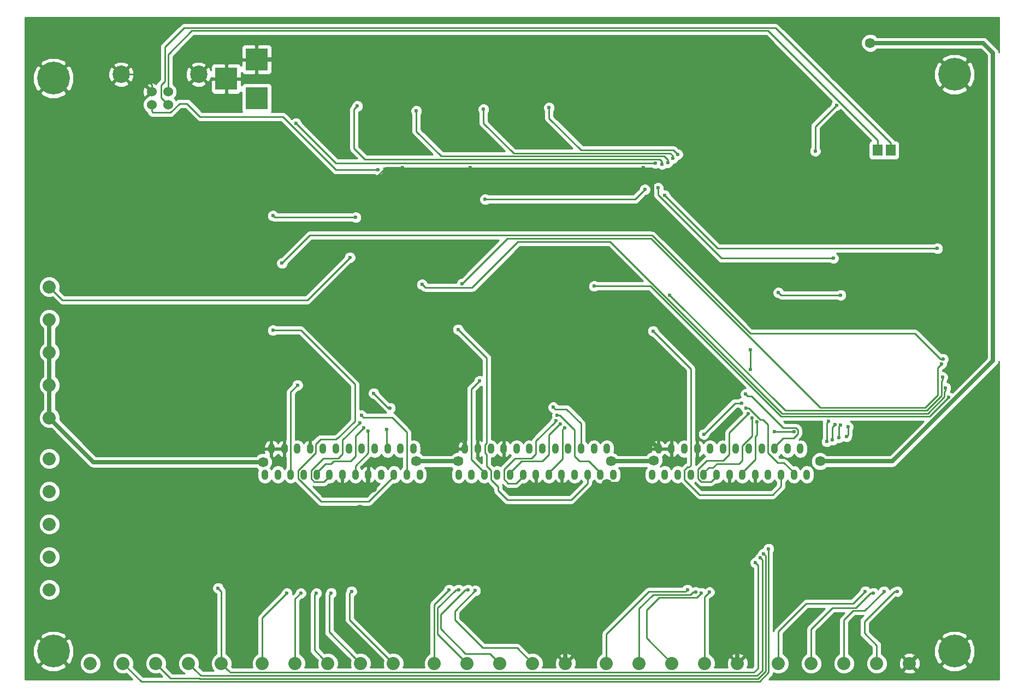
<source format=gbl>
G04 #@! TF.FileFunction,Copper,L2,Bot,Signal*
%FSLAX46Y46*%
G04 Gerber Fmt 4.6, Leading zero omitted, Abs format (unit mm)*
G04 Created by KiCad (PCBNEW 4.0.2-stable) date Mon Sep  5 15:28:57 2016*
%MOMM*%
G01*
G04 APERTURE LIST*
%ADD10C,0.100000*%
%ADD11O,1.060000X1.600000*%
%ADD12R,1.524000X1.778000*%
%ADD13R,3.500120X3.500120*%
%ADD14C,1.524000*%
%ADD15C,2.700020*%
%ADD16C,5.080000*%
%ADD17C,2.032000*%
%ADD18C,0.600000*%
%ADD19C,1.587500*%
%ADD20C,0.254000*%
%ADD21C,0.635000*%
G04 APERTURE END LIST*
D10*
D11*
X152365000Y-109125000D03*
X138365000Y-109125000D03*
X139365000Y-105125000D03*
X140365000Y-109125000D03*
X141365000Y-105125000D03*
X142365000Y-109125000D03*
X143365000Y-105125000D03*
X144365000Y-109125000D03*
X145365000Y-105125000D03*
X146365000Y-109125000D03*
X147365000Y-105125000D03*
X148365000Y-109125000D03*
X149365000Y-105125000D03*
X150365000Y-109125000D03*
X151365000Y-105125000D03*
X153365000Y-105125000D03*
X154365000Y-109125000D03*
X155365000Y-105125000D03*
X156365000Y-109125000D03*
X157365000Y-105125000D03*
X158365000Y-109125000D03*
X159365000Y-105125000D03*
X160365000Y-109125000D03*
X161365000Y-105125000D03*
X162365000Y-109125000D03*
D12*
X205359000Y-58803540D03*
X203327000Y-58803540D03*
D13*
X107065000Y-50725140D03*
X107065000Y-44725660D03*
X102366000Y-47725400D03*
D11*
X122365000Y-109125000D03*
X108365000Y-109125000D03*
X109365000Y-105125000D03*
X110365000Y-109125000D03*
X111365000Y-105125000D03*
X112365000Y-109125000D03*
X113365000Y-105125000D03*
X114365000Y-109125000D03*
X115365000Y-105125000D03*
X116365000Y-109125000D03*
X117365000Y-105125000D03*
X118365000Y-109125000D03*
X119365000Y-105125000D03*
X120365000Y-109125000D03*
X121365000Y-105125000D03*
X123365000Y-105125000D03*
X124365000Y-109125000D03*
X125365000Y-105125000D03*
X126365000Y-109125000D03*
X127365000Y-105125000D03*
X128365000Y-109125000D03*
X129365000Y-105125000D03*
X130365000Y-109125000D03*
X131365000Y-105125000D03*
X132365000Y-109125000D03*
X182365000Y-109125000D03*
X168365000Y-109125000D03*
X169365000Y-105125000D03*
X170365000Y-109125000D03*
X171365000Y-105125000D03*
X172365000Y-109125000D03*
X173365000Y-105125000D03*
X174365000Y-109125000D03*
X175365000Y-105125000D03*
X176365000Y-109125000D03*
X177365000Y-105125000D03*
X178365000Y-109125000D03*
X179365000Y-105125000D03*
X180365000Y-109125000D03*
X181365000Y-105125000D03*
X183365000Y-105125000D03*
X184365000Y-109125000D03*
X185365000Y-105125000D03*
X186365000Y-109125000D03*
X187365000Y-105125000D03*
X188365000Y-109125000D03*
X189365000Y-105125000D03*
X190365000Y-109125000D03*
X191365000Y-105125000D03*
X192365000Y-109125000D03*
D14*
X90795000Y-51724000D03*
X93335000Y-51724000D03*
X93335000Y-49725020D03*
X90795000Y-49725020D03*
D15*
X86065520Y-47025000D03*
X98064480Y-47025000D03*
D16*
X215265000Y-47025000D03*
X75565000Y-136525000D03*
X75565000Y-47625000D03*
X215265000Y-136525000D03*
D17*
X107950000Y-138430000D03*
X113030000Y-138430000D03*
X118110000Y-138430000D03*
X123190000Y-138430000D03*
X128270000Y-138430000D03*
X74930000Y-80010000D03*
X74930000Y-85090000D03*
X74930000Y-90170000D03*
X74930000Y-95250000D03*
X74930000Y-100330000D03*
X81280000Y-138430000D03*
X86360000Y-138430000D03*
X91440000Y-138430000D03*
X96520000Y-138430000D03*
X101600000Y-138430000D03*
X74930000Y-106680000D03*
X74930000Y-111760000D03*
X74930000Y-116840000D03*
X74930000Y-121920000D03*
X74930000Y-127000000D03*
X187960000Y-138430000D03*
X193040000Y-138430000D03*
X198120000Y-138430000D03*
X203200000Y-138430000D03*
X208280000Y-138430000D03*
X161290000Y-138430000D03*
X166370000Y-138430000D03*
X171450000Y-138430000D03*
X176530000Y-138430000D03*
X181610000Y-138430000D03*
X134620000Y-138430000D03*
X139700000Y-138430000D03*
X144780000Y-138430000D03*
X149860000Y-138430000D03*
X154940000Y-138430000D03*
D18*
X171196000Y-54483000D03*
X170815000Y-57531000D03*
D19*
X121031000Y-50038000D03*
D18*
X172339000Y-91948000D03*
D19*
X181991002Y-122301000D03*
X213741000Y-128778000D03*
X165100000Y-125857000D03*
X171196000Y-119380000D03*
X167894000Y-102489000D03*
X168656000Y-112649000D03*
X161348307Y-110559023D03*
X139319000Y-111633000D03*
X123063000Y-114554000D03*
X124945503Y-111229503D03*
D18*
X133985000Y-99060000D03*
D19*
X157861000Y-113198270D03*
D18*
X169926000Y-94234000D03*
X89535000Y-125349000D03*
X173101000Y-124079000D03*
D19*
X99415700Y-120751700D03*
X99187000Y-116840000D03*
X99441000Y-113538000D03*
X157734000Y-120015000D03*
X157607000Y-116459000D03*
X128143000Y-123444000D03*
X128270000Y-120142000D03*
X128397000Y-116459000D03*
X128651000Y-113284000D03*
D18*
X167005000Y-61460010D03*
X168523071Y-71252929D03*
X140208000Y-61468000D03*
X141478000Y-69723000D03*
X129667000Y-61468000D03*
X125222000Y-63373000D03*
X125857000Y-61849000D03*
X193675000Y-58928000D03*
X196977000Y-51816000D03*
X124333000Y-102362000D03*
X123705990Y-101854000D03*
X140970000Y-127127000D03*
X123063000Y-101092000D03*
X139827000Y-127000000D03*
X138371580Y-127000000D03*
X136906000Y-127000000D03*
X213487000Y-91186000D03*
X110998000Y-76327000D03*
X213879042Y-95662079D03*
X132715000Y-79629000D03*
X123311071Y-99943071D03*
X154812996Y-101854000D03*
X154145772Y-101263938D03*
X177265056Y-127357615D03*
X153506690Y-100782697D03*
X176022000Y-127508000D03*
X175133000Y-127381000D03*
X173863000Y-127000000D03*
X213244042Y-91968714D03*
X138938000Y-79502000D03*
X214330485Y-97140863D03*
X159385000Y-79883000D03*
X153670000Y-99949000D03*
X184647569Y-100974050D03*
X183903990Y-100383990D03*
X206375000Y-127254000D03*
X183261000Y-99695000D03*
X204343000Y-127254000D03*
X202692000Y-127508000D03*
X201422000Y-127254000D03*
X213425031Y-94014906D03*
X171069000Y-81280000D03*
X187960000Y-80899000D03*
X197612000Y-81280000D03*
X182941980Y-98806000D03*
X109601000Y-68961000D03*
X122428000Y-69215000D03*
X170307000Y-65786000D03*
X212598000Y-74041000D03*
X195701062Y-100843938D03*
X195453000Y-104013000D03*
X186436000Y-120650000D03*
X196769342Y-101339383D03*
X196342000Y-103759000D03*
X185674000Y-121412000D03*
X111760000Y-127525501D03*
X113919000Y-127525501D03*
X116332000Y-127525501D03*
X121793000Y-127254000D03*
X118618000Y-127508000D03*
X184404000Y-122809000D03*
X198501000Y-103251000D03*
X198755000Y-101727000D03*
X101092000Y-126746000D03*
X197564904Y-101423644D03*
X185166000Y-122047000D03*
X197358000Y-103378000D03*
D19*
X168633770Y-106934000D03*
X162045697Y-107061000D03*
D18*
X182880000Y-96647000D03*
X183642000Y-92837000D03*
X183642000Y-89789000D03*
X153042990Y-98679000D03*
X127254000Y-102108000D03*
X127762000Y-98806000D03*
X125222000Y-96520000D03*
D19*
X108077000Y-107188000D03*
X202184000Y-42164000D03*
X194437000Y-107061000D03*
X138303000Y-107061000D03*
X131826000Y-107061000D03*
D18*
X109601000Y-86741000D03*
X138303000Y-86614000D03*
X113411000Y-95250000D03*
X187325000Y-102489000D03*
X190373000Y-102489000D03*
X141605000Y-94615000D03*
X176403000Y-102870000D03*
X182245000Y-98044000D03*
X168529000Y-86868000D03*
X121539000Y-75438000D03*
X142494000Y-66421000D03*
X167259000Y-64897000D03*
X169291000Y-64643000D03*
X196469000Y-75565000D03*
X152400000Y-52197000D03*
X172339000Y-59436000D03*
X142240000Y-52451000D03*
X171577000Y-60078990D03*
X131826000Y-52705000D03*
X170815000Y-60706000D03*
X122682000Y-51943000D03*
X169926000Y-60960000D03*
X113157000Y-54610000D03*
X168910000Y-60833000D03*
D20*
X170815000Y-57531000D02*
X171196000Y-57150000D01*
X171196000Y-57150000D02*
X171196000Y-54483000D01*
D21*
X107065000Y-44725660D02*
X115718660Y-44725660D01*
X115718660Y-44725660D02*
X121031000Y-50038000D01*
D20*
X75565000Y-136525000D02*
X79375000Y-132715000D01*
X79375000Y-132715000D02*
X79375000Y-131699000D01*
X79375000Y-131699000D02*
X79882999Y-131191001D01*
X83692999Y-131191001D02*
X89535000Y-125349000D01*
X79882999Y-131191001D02*
X83692999Y-131191001D01*
X169926000Y-94234000D02*
X172212000Y-91948000D01*
X172212000Y-91948000D02*
X172339000Y-91948000D01*
D21*
X181610000Y-122682002D02*
X181991002Y-122301000D01*
X181610000Y-138430000D02*
X181610000Y-122682002D01*
X213741000Y-129900532D02*
X213741000Y-128778000D01*
X208280000Y-138430000D02*
X213741000Y-132969000D01*
X213741000Y-132969000D02*
X213741000Y-129900532D01*
X165100000Y-125857000D02*
X163977468Y-125857000D01*
X163977468Y-125857000D02*
X154940000Y-134894468D01*
X154940000Y-134894468D02*
X154940000Y-136993160D01*
X154940000Y-136993160D02*
X154940000Y-138430000D01*
X168656000Y-112649000D02*
X168656000Y-116840000D01*
X168656000Y-116840000D02*
X171196000Y-119380000D01*
X167894000Y-102489000D02*
X167894000Y-103654000D01*
X167894000Y-103654000D02*
X169365000Y-105125000D01*
X161348307Y-110559023D02*
X166566023Y-110559023D01*
X166566023Y-110559023D02*
X168656000Y-112649000D01*
X128651000Y-113284000D02*
X137668000Y-113284000D01*
X137668000Y-113284000D02*
X139319000Y-111633000D01*
X123063000Y-114554000D02*
X127381000Y-114554000D01*
X127381000Y-114554000D02*
X128651000Y-113284000D01*
X124365000Y-109125000D02*
X124365000Y-110649000D01*
X124365000Y-110649000D02*
X124945503Y-111229503D01*
D20*
X133985000Y-99060000D02*
X139365000Y-104440000D01*
X139365000Y-104440000D02*
X139365000Y-105125000D01*
D21*
X157607000Y-116459000D02*
X157607000Y-113452270D01*
X157607000Y-113452270D02*
X157861000Y-113198270D01*
D20*
X169365000Y-94795000D02*
X169626001Y-94533999D01*
X169365000Y-105125000D02*
X169365000Y-94795000D01*
X169626001Y-94533999D02*
X169926000Y-94234000D01*
X89535000Y-125349000D02*
X94132300Y-120751700D01*
X94132300Y-120751700D02*
X99415700Y-120751700D01*
X157734000Y-120015000D02*
X169037000Y-120015000D01*
X169037000Y-120015000D02*
X173101000Y-124079000D01*
D21*
X140462000Y-123444000D02*
X147447000Y-116459000D01*
X147447000Y-116459000D02*
X157607000Y-116459000D01*
X128143000Y-123444000D02*
X140462000Y-123444000D01*
X99415700Y-120751700D02*
X125450700Y-120751700D01*
X125450700Y-120751700D02*
X128143000Y-123444000D01*
X99187000Y-116840000D02*
X99187000Y-120523000D01*
X99187000Y-120523000D02*
X99415700Y-120751700D01*
X99441000Y-113538000D02*
X99441000Y-116586000D01*
X99441000Y-116586000D02*
X99187000Y-116840000D01*
X157607000Y-116459000D02*
X157607000Y-119888000D01*
X157607000Y-119888000D02*
X157734000Y-120015000D01*
X128270000Y-120142000D02*
X128270000Y-123317000D01*
X128270000Y-123317000D02*
X128143000Y-123444000D01*
X128397000Y-116459000D02*
X128397000Y-120015000D01*
X128397000Y-120015000D02*
X128270000Y-120142000D01*
X128651000Y-113284000D02*
X128651000Y-116205000D01*
X128651000Y-116205000D02*
X128397000Y-116459000D01*
D20*
X168523071Y-71252929D02*
X168523071Y-62978081D01*
X168523071Y-62978081D02*
X167005000Y-61460010D01*
X141478000Y-69723000D02*
X141478000Y-62738000D01*
X141478000Y-62738000D02*
X140208000Y-61468000D01*
X125222000Y-63373000D02*
X127127000Y-61468000D01*
X127127000Y-61468000D02*
X129667000Y-61468000D01*
X90795000Y-49725020D02*
X90795000Y-48647390D01*
X90795000Y-48647390D02*
X89172610Y-47025000D01*
X89172610Y-47025000D02*
X87974722Y-47025000D01*
X87974722Y-47025000D02*
X86065520Y-47025000D01*
X111125000Y-53594000D02*
X119380000Y-61849000D01*
X119380000Y-61849000D02*
X125857000Y-61849000D01*
X98298000Y-53594000D02*
X111125000Y-53594000D01*
X96266000Y-51562000D02*
X98298000Y-53594000D01*
X95108722Y-51562000D02*
X96266000Y-51562000D01*
X90952370Y-52959000D02*
X93711722Y-52959000D01*
X93711722Y-52959000D02*
X95108722Y-51562000D01*
X90795000Y-51724000D02*
X90795000Y-52801630D01*
X90795000Y-52801630D02*
X90952370Y-52959000D01*
X196977000Y-51816000D02*
X193675000Y-55118000D01*
X193675000Y-55118000D02*
X193675000Y-58928000D01*
X92837000Y-48133000D02*
X92245999Y-48724001D01*
X92245999Y-48724001D02*
X92245999Y-50634999D01*
X92245999Y-50634999D02*
X92573001Y-50962001D01*
X92573001Y-50962001D02*
X93335000Y-51724000D01*
X92837000Y-42799000D02*
X92837000Y-48133000D01*
X95831010Y-39804990D02*
X92837000Y-42799000D01*
X205359000Y-58803540D02*
X205359000Y-57660540D01*
X205359000Y-57660540D02*
X187503450Y-39804990D01*
X187503450Y-39804990D02*
X95831010Y-39804990D01*
X124333000Y-105791000D02*
X122365000Y-107759000D01*
X122365000Y-107759000D02*
X122365000Y-109125000D01*
X124333000Y-102362000D02*
X124333000Y-105791000D01*
X123705990Y-101854000D02*
X122428000Y-103131990D01*
X122428000Y-103131990D02*
X122428000Y-106299000D01*
X118618000Y-107442000D02*
X117778000Y-107442000D01*
X122428000Y-106299000D02*
X121666000Y-107061000D01*
X121666000Y-107061000D02*
X118999000Y-107061000D01*
X118999000Y-107061000D02*
X118618000Y-107442000D01*
X117778000Y-107442000D02*
X116365000Y-108855000D01*
X116365000Y-108855000D02*
X116365000Y-109125000D01*
X142113000Y-136017000D02*
X147447000Y-136017000D01*
X147447000Y-136017000D02*
X149860000Y-138430000D01*
X137795000Y-131699000D02*
X142113000Y-136017000D01*
X137795000Y-130302000D02*
X137795000Y-131699000D01*
X140970000Y-127127000D02*
X137795000Y-130302000D01*
X123063000Y-101092000D02*
X120396000Y-103759000D01*
X119707010Y-106606990D02*
X117401015Y-106606990D01*
X120396000Y-103759000D02*
X120396000Y-105918000D01*
X117401015Y-106606990D02*
X115507990Y-108500015D01*
X116010015Y-110252010D02*
X117507990Y-110252010D01*
X120396000Y-105918000D02*
X119707010Y-106606990D01*
X115507990Y-108500015D02*
X115507990Y-109749985D01*
X118365000Y-109395000D02*
X118365000Y-109125000D01*
X115507990Y-109749985D02*
X116010015Y-110252010D01*
X117507990Y-110252010D02*
X118365000Y-109395000D01*
X139446000Y-136906000D02*
X143256000Y-136906000D01*
X143256000Y-136906000D02*
X144780000Y-138430000D01*
X135582010Y-133042010D02*
X139446000Y-136906000D01*
X135582010Y-130820726D02*
X135582010Y-133042010D01*
X139827000Y-127000000D02*
X139402736Y-127000000D01*
X139402736Y-127000000D02*
X135582010Y-130820726D01*
X135128000Y-129819316D02*
X135128000Y-133858000D01*
X135128000Y-133858000D02*
X139700000Y-138430000D01*
X138371580Y-127000000D02*
X137947316Y-127000000D01*
X137947316Y-127000000D02*
X135128000Y-129819316D01*
X136906000Y-127000000D02*
X134620000Y-129286000D01*
X134620000Y-129286000D02*
X134620000Y-138430000D01*
X110998000Y-76327000D02*
X115316000Y-72009000D01*
X115316000Y-72009000D02*
X168351180Y-72009000D01*
X168351180Y-72009000D02*
X183591180Y-87249000D01*
X213062736Y-91186000D02*
X213487000Y-91186000D01*
X183591180Y-87249000D02*
X209125736Y-87249000D01*
X209125736Y-87249000D02*
X213062736Y-91186000D01*
X211130173Y-99660031D02*
X213706033Y-97084171D01*
X147574000Y-73025000D02*
X161886038Y-73025000D01*
X213706033Y-96259352D02*
X213879042Y-96086343D01*
X161886038Y-73025000D02*
X188521069Y-99660031D01*
X188521069Y-99660031D02*
X211130173Y-99660031D01*
X133215001Y-80129001D02*
X140469999Y-80129001D01*
X140469999Y-80129001D02*
X147574000Y-73025000D01*
X132715000Y-79629000D02*
X133215001Y-80129001D01*
X213879042Y-96086343D02*
X213879042Y-95662079D01*
X213706033Y-97084171D02*
X213706033Y-96259352D01*
X128056070Y-100243070D02*
X130365000Y-102552000D01*
X130365000Y-102552000D02*
X130365000Y-109125000D01*
X123311071Y-99943071D02*
X123611070Y-100243070D01*
X123611070Y-100243070D02*
X128056070Y-100243070D01*
X154512997Y-102153999D02*
X154812996Y-101854000D01*
X154477999Y-106742001D02*
X154477999Y-102188997D01*
X152365000Y-109125000D02*
X152365000Y-108855000D01*
X154477999Y-102188997D02*
X154512997Y-102153999D01*
X152365000Y-108855000D02*
X154477999Y-106742001D01*
X154178000Y-101296166D02*
X154145772Y-101263938D01*
X148159000Y-107061000D02*
X151384000Y-107061000D01*
X151384000Y-107061000D02*
X152400000Y-106045000D01*
X146365000Y-108855000D02*
X148159000Y-107061000D01*
X152400000Y-106045000D02*
X152400000Y-102958036D01*
X146365000Y-109125000D02*
X146365000Y-108855000D01*
X154178000Y-101346000D02*
X154178000Y-101296166D01*
X154012036Y-101346000D02*
X154178000Y-101346000D01*
X152400000Y-102958036D02*
X154012036Y-101346000D01*
X176530000Y-138430000D02*
X176530000Y-128092671D01*
X176530000Y-128092671D02*
X176965057Y-127657614D01*
X176965057Y-127657614D02*
X177265056Y-127357615D01*
X153206691Y-101082696D02*
X153506690Y-100782697D01*
X146050000Y-110490000D02*
X145415000Y-109855000D01*
X148365000Y-109395000D02*
X147270000Y-110490000D01*
X149679010Y-106606990D02*
X150368000Y-105918000D01*
X145415000Y-108323933D02*
X147131943Y-106606990D01*
X145415000Y-109855000D02*
X145415000Y-108323933D01*
X147131943Y-106606990D02*
X149679010Y-106606990D01*
X150368000Y-103921387D02*
X153206691Y-101082696D01*
X150368000Y-105918000D02*
X150368000Y-103921387D01*
X147270000Y-110490000D02*
X146050000Y-110490000D01*
X148365000Y-109125000D02*
X148365000Y-109395000D01*
X167513000Y-130175000D02*
X167513000Y-134493000D01*
X167513000Y-134493000D02*
X171450000Y-138430000D01*
X169479981Y-128208019D02*
X167513000Y-130175000D01*
X176022000Y-127508000D02*
X175321981Y-128208019D01*
X175321981Y-128208019D02*
X169479981Y-128208019D01*
X175133000Y-127381000D02*
X174708736Y-127381000D01*
X174708736Y-127381000D02*
X174335727Y-127754009D01*
X174335727Y-127754009D02*
X168536991Y-127754009D01*
X168536991Y-127754009D02*
X166370000Y-129921000D01*
X166370000Y-129921000D02*
X166370000Y-138430000D01*
X167848001Y-127299999D02*
X161290000Y-133858000D01*
X161290000Y-133858000D02*
X161290000Y-138430000D01*
X173863000Y-127000000D02*
X173563001Y-127299999D01*
X173563001Y-127299999D02*
X167848001Y-127299999D01*
X212690043Y-96816025D02*
X212690043Y-92522713D01*
X212690043Y-92522713D02*
X212944043Y-92268713D01*
X212944043Y-92268713D02*
X213244042Y-91968714D01*
X210754057Y-98752011D02*
X212690043Y-96816025D01*
X145923000Y-72517000D02*
X168217112Y-72517000D01*
X194452123Y-98752011D02*
X210754057Y-98752011D01*
X168217112Y-72517000D02*
X194452123Y-98752011D01*
X138938000Y-79502000D02*
X145923000Y-72517000D01*
X214030486Y-97440862D02*
X214330485Y-97140863D01*
X159385000Y-79883000D02*
X168101970Y-79883000D01*
X211357306Y-100114042D02*
X214030486Y-97440862D01*
X188333012Y-100114042D02*
X211357306Y-100114042D01*
X168101970Y-79883000D02*
X188333012Y-100114042D01*
X156337000Y-102191736D02*
X154094264Y-99949000D01*
X157099000Y-107061000D02*
X156337000Y-106299000D01*
X158571000Y-107061000D02*
X157099000Y-107061000D01*
X154094264Y-99949000D02*
X153670000Y-99949000D01*
X160365000Y-108855000D02*
X158571000Y-107061000D01*
X160365000Y-109125000D02*
X160365000Y-108855000D01*
X156337000Y-106299000D02*
X156337000Y-102191736D01*
X184647569Y-100974050D02*
X184647569Y-103002503D01*
X184647569Y-103002503D02*
X184404000Y-103246072D01*
X184404000Y-103246072D02*
X184404000Y-106816000D01*
X184404000Y-106816000D02*
X182365000Y-108855000D01*
X182365000Y-108855000D02*
X182365000Y-109125000D01*
X183903990Y-100383990D02*
X183903990Y-103104015D01*
X183903990Y-103104015D02*
X182372000Y-104636005D01*
X182372000Y-104636005D02*
X182372000Y-106934000D01*
X182372000Y-106934000D02*
X181864000Y-107442000D01*
X181864000Y-107442000D02*
X178435000Y-107442000D01*
X178435000Y-107442000D02*
X177800000Y-108077000D01*
X177143000Y-108077000D02*
X176365000Y-108855000D01*
X177800000Y-108077000D02*
X177143000Y-108077000D01*
X176365000Y-108855000D02*
X176365000Y-109125000D01*
X201295000Y-133731000D02*
X203200000Y-135636000D01*
X203200000Y-135636000D02*
X203200000Y-138430000D01*
X201295000Y-131909736D02*
X201295000Y-133731000D01*
X206375000Y-127254000D02*
X205950736Y-127254000D01*
X205950736Y-127254000D02*
X201295000Y-131909736D01*
X183261000Y-99695000D02*
X180340000Y-102616000D01*
X179397010Y-106987990D02*
X176837990Y-106987990D01*
X176010015Y-110252010D02*
X177507990Y-110252010D01*
X180340000Y-102616000D02*
X180340000Y-106045000D01*
X180340000Y-106045000D02*
X179397010Y-106987990D01*
X176837990Y-106987990D02*
X175507990Y-108317990D01*
X175507990Y-108317990D02*
X175507990Y-109749985D01*
X175507990Y-109749985D02*
X176010015Y-110252010D01*
X177507990Y-110252010D02*
X178365000Y-109395000D01*
X178365000Y-109395000D02*
X178365000Y-109125000D01*
X204343000Y-127254000D02*
X201348991Y-130248009D01*
X201348991Y-130248009D02*
X199570991Y-130248009D01*
X199570991Y-130248009D02*
X198120000Y-131699000D01*
X198120000Y-131699000D02*
X198120000Y-138430000D01*
X202692000Y-127508000D02*
X202267736Y-127508000D01*
X202267736Y-127508000D02*
X199981736Y-129794000D01*
X199981736Y-129794000D02*
X196342000Y-129794000D01*
X196342000Y-129794000D02*
X193040000Y-133096000D01*
X193040000Y-133096000D02*
X193040000Y-133477000D01*
X193040000Y-133477000D02*
X193040000Y-138430000D01*
X201422000Y-127254000D02*
X199517000Y-129159000D01*
X199517000Y-129159000D02*
X192278000Y-129159000D01*
X187960000Y-133477000D02*
X187960000Y-133731000D01*
X192278000Y-129159000D02*
X187960000Y-133477000D01*
X187960000Y-133731000D02*
X187960000Y-138430000D01*
X188995021Y-99206021D02*
X210942115Y-99206021D01*
X210942115Y-99206021D02*
X213252022Y-96896114D01*
X213252022Y-96896114D02*
X213252022Y-94612179D01*
X171069000Y-81280000D02*
X188995021Y-99206021D01*
X213252022Y-94612179D02*
X213425031Y-94439170D01*
X213425031Y-94439170D02*
X213425031Y-94014906D01*
X197612000Y-81280000D02*
X188341000Y-81280000D01*
X188341000Y-81280000D02*
X187960000Y-80899000D01*
X182941980Y-98806000D02*
X183366244Y-98806000D01*
X183366244Y-98806000D02*
X185128295Y-100568051D01*
X186309000Y-101330051D02*
X186309000Y-105791000D01*
X185128295Y-100568051D02*
X185547000Y-100568051D01*
X185547000Y-100568051D02*
X186309000Y-101330051D01*
X186309000Y-105791000D02*
X187833000Y-107315000D01*
X187833000Y-107315000D02*
X188825000Y-107315000D01*
X188825000Y-107315000D02*
X190365000Y-108855000D01*
X190365000Y-108855000D02*
X190365000Y-109125000D01*
X122428000Y-69215000D02*
X109855000Y-69215000D01*
X109855000Y-69215000D02*
X109601000Y-68961000D01*
X212598000Y-74041000D02*
X178562000Y-74041000D01*
X178562000Y-74041000D02*
X170307000Y-65786000D01*
X195453000Y-104013000D02*
X195453000Y-101092000D01*
X195453000Y-101092000D02*
X195701062Y-100843938D01*
X186436000Y-121074264D02*
X186436000Y-120650000D01*
X185034115Y-141243021D02*
X186436000Y-139841136D01*
X89173020Y-141243020D02*
X185034115Y-141243021D01*
X86360000Y-138430000D02*
X89173020Y-141243020D01*
X186436000Y-139841136D02*
X186436000Y-121074264D01*
X196342000Y-103759000D02*
X196342000Y-101766725D01*
X196469343Y-101639382D02*
X196769342Y-101339383D01*
X196342000Y-101766725D02*
X196469343Y-101639382D01*
X185973999Y-121711999D02*
X185973999Y-139661069D01*
X93726000Y-140716000D02*
X92455999Y-139445999D01*
X185973999Y-139661069D02*
X184846057Y-140789011D01*
X92455999Y-139445999D02*
X91440000Y-138430000D01*
X98236942Y-140789010D02*
X98163932Y-140716000D01*
X184846057Y-140789011D02*
X98236942Y-140789010D01*
X185674000Y-121412000D02*
X185973999Y-121711999D01*
X98163932Y-140716000D02*
X93726000Y-140716000D01*
X111760000Y-127525501D02*
X107950000Y-131335501D01*
X107950000Y-131335501D02*
X107950000Y-138430000D01*
X113919000Y-127525501D02*
X113030000Y-128414501D01*
X113030000Y-128414501D02*
X113030000Y-138430000D01*
X116332000Y-127525501D02*
X116032001Y-127825500D01*
X116032001Y-127825500D02*
X116032001Y-136352001D01*
X116032001Y-136352001D02*
X117094001Y-137414001D01*
X117094001Y-137414001D02*
X118110000Y-138430000D01*
X121793000Y-127254000D02*
X121493001Y-127553999D01*
X121493001Y-127553999D02*
X121493001Y-131653001D01*
X121493001Y-131653001D02*
X127254001Y-137414001D01*
X127254001Y-137414001D02*
X128270000Y-138430000D01*
X118618000Y-127508000D02*
X118318001Y-127807999D01*
X118318001Y-127807999D02*
X118318001Y-133558001D01*
X118318001Y-133558001D02*
X122174001Y-137414001D01*
X122174001Y-137414001D02*
X123190000Y-138430000D01*
X97028000Y-40259000D02*
X93335000Y-43952000D01*
X93335000Y-43952000D02*
X93335000Y-49725020D01*
X186347962Y-40259000D02*
X97028000Y-40259000D01*
X203327000Y-58803540D02*
X203327000Y-57238038D01*
X203327000Y-57238038D02*
X186347962Y-40259000D01*
X203327000Y-58803540D02*
X203327000Y-57660540D01*
X184404000Y-122809000D02*
X184785000Y-123190000D01*
X184785000Y-123190000D02*
X184785000Y-139192000D01*
X102615999Y-139445999D02*
X101600000Y-138430000D01*
X184785000Y-139192000D02*
X184150000Y-139827000D01*
X184150000Y-139827000D02*
X102997000Y-139827000D01*
X102997000Y-139827000D02*
X102615999Y-139445999D01*
X198755000Y-101727000D02*
X198755000Y-102997000D01*
X198755000Y-102997000D02*
X198501000Y-103251000D01*
X101092000Y-126746000D02*
X101600000Y-127254000D01*
X101600000Y-127254000D02*
X101600000Y-138430000D01*
X197358000Y-103378000D02*
X197358000Y-101630548D01*
X197358000Y-101630548D02*
X197564904Y-101423644D01*
X98425000Y-140335000D02*
X97535999Y-139445999D01*
X185166000Y-122047000D02*
X185473990Y-122354990D01*
X185473990Y-122354990D02*
X185473990Y-139519010D01*
X185473990Y-139519010D02*
X184658000Y-140335000D01*
X184658000Y-140335000D02*
X98425000Y-140335000D01*
X97535999Y-139445999D02*
X96520000Y-138430000D01*
D21*
X168506770Y-107061000D02*
X168633770Y-106934000D01*
X162045697Y-107061000D02*
X168506770Y-107061000D01*
D20*
X182880000Y-96647000D02*
X183179999Y-96946999D01*
X183179999Y-96946999D02*
X183814999Y-96946999D01*
X183814999Y-96946999D02*
X188729999Y-101861999D01*
X188715000Y-103505000D02*
X187365000Y-104855000D01*
X188729999Y-101861999D02*
X190673961Y-101861999D01*
X190673961Y-101861999D02*
X191000001Y-102188039D01*
X191000001Y-102789961D02*
X190284962Y-103505000D01*
X191000001Y-102188039D02*
X191000001Y-102789961D01*
X190284962Y-103505000D02*
X188715000Y-103505000D01*
X187365000Y-104855000D02*
X187365000Y-105125000D01*
X183642000Y-89789000D02*
X183642000Y-92837000D01*
X155112999Y-98978999D02*
X157365000Y-101231000D01*
X157365000Y-101231000D02*
X157365000Y-105125000D01*
X153042990Y-98679000D02*
X153342989Y-98978999D01*
X153342989Y-98978999D02*
X155112999Y-98978999D01*
X127254000Y-102108000D02*
X127254000Y-105014000D01*
X127254000Y-105014000D02*
X127365000Y-105125000D01*
X125222000Y-96520000D02*
X127508000Y-98806000D01*
X127508000Y-98806000D02*
X127762000Y-98806000D01*
D21*
X194437000Y-107061000D02*
X205620250Y-107061000D01*
X221234000Y-43688000D02*
X219710000Y-42164000D01*
X203306532Y-42164000D02*
X202184000Y-42164000D01*
X221234000Y-91447250D02*
X221234000Y-43688000D01*
X219710000Y-42164000D02*
X203306532Y-42164000D01*
X205620250Y-107061000D02*
X221234000Y-91447250D01*
X106954468Y-107188000D02*
X108077000Y-107188000D01*
X81788000Y-107188000D02*
X106954468Y-107188000D01*
X74930000Y-100330000D02*
X81788000Y-107188000D01*
X74930000Y-90170000D02*
X74930000Y-85090000D01*
X74930000Y-95250000D02*
X74930000Y-90170000D01*
X74930000Y-100330000D02*
X74930000Y-95250000D01*
X131826000Y-107061000D02*
X138303000Y-107061000D01*
D20*
X117042005Y-113284000D02*
X124476000Y-113284000D01*
X124476000Y-113284000D02*
X128365000Y-109395000D01*
X128365000Y-109395000D02*
X128365000Y-109125000D01*
X116967000Y-103632000D02*
X116222010Y-104376990D01*
X116222010Y-104376990D02*
X116222010Y-105785995D01*
X116222010Y-105785995D02*
X113507990Y-108500015D01*
X113507990Y-108500015D02*
X113507990Y-109749985D01*
X113507990Y-109749985D02*
X117042005Y-113284000D01*
X119376005Y-103632000D02*
X116967000Y-103632000D01*
X119634000Y-103505000D02*
X119503005Y-103505000D01*
X119503005Y-103505000D02*
X119376005Y-103632000D01*
X122301000Y-100838000D02*
X119634000Y-103505000D01*
X122301000Y-95123000D02*
X122301000Y-100838000D01*
X113919000Y-86741000D02*
X122301000Y-95123000D01*
X109601000Y-86741000D02*
X113919000Y-86741000D01*
X138303000Y-86614000D02*
X142748000Y-91059000D01*
X142748000Y-91059000D02*
X142748000Y-104260005D01*
X142748000Y-104260005D02*
X142507990Y-104500015D01*
X142507990Y-104500015D02*
X142507990Y-105749985D01*
X142507990Y-105749985D02*
X142748000Y-105989995D01*
X142748000Y-105989995D02*
X142748000Y-107823000D01*
X142748000Y-107823000D02*
X143383000Y-108458000D01*
X143383000Y-108458000D02*
X143383000Y-109910975D01*
X143383000Y-109910975D02*
X144526000Y-111053975D01*
X144526000Y-111053975D02*
X144526000Y-111633000D01*
X144526000Y-111633000D02*
X145923000Y-113030000D01*
X145923000Y-113030000D02*
X155829000Y-113030000D01*
X155829000Y-113030000D02*
X158365000Y-110494000D01*
X158365000Y-110494000D02*
X158365000Y-109125000D01*
X113411000Y-95250000D02*
X112365000Y-96296000D01*
X112365000Y-96296000D02*
X112365000Y-109125000D01*
X190373000Y-102489000D02*
X187325000Y-102489000D01*
X141605000Y-94615000D02*
X140335000Y-95885000D01*
X140335000Y-106825000D02*
X142365000Y-108855000D01*
X140335000Y-95885000D02*
X140335000Y-106825000D01*
X142365000Y-108855000D02*
X142365000Y-109125000D01*
X182245000Y-98044000D02*
X181229000Y-98044000D01*
X181229000Y-98044000D02*
X176403000Y-102870000D01*
X168529000Y-86868000D02*
X174371000Y-92710000D01*
X174371000Y-92710000D02*
X174371000Y-107696000D01*
X174371000Y-107696000D02*
X174069010Y-107997990D01*
X175740025Y-112268000D02*
X187071000Y-112268000D01*
X174069010Y-107997990D02*
X173815010Y-107997990D01*
X173815010Y-107997990D02*
X173355000Y-108458000D01*
X173355000Y-108458000D02*
X173355000Y-109882975D01*
X173355000Y-109882975D02*
X175740025Y-112268000D01*
X187071000Y-112268000D02*
X188365000Y-110974000D01*
X188365000Y-110974000D02*
X188365000Y-109125000D01*
X114935000Y-82042000D02*
X76962000Y-82042000D01*
X76962000Y-82042000D02*
X74930000Y-80010000D01*
X121539000Y-75438000D02*
X114935000Y-82042000D01*
X167259000Y-64897000D02*
X165735000Y-66421000D01*
X165735000Y-66421000D02*
X142494000Y-66421000D01*
X196469000Y-75565000D02*
X179158038Y-75565000D01*
X179158038Y-75565000D02*
X169291000Y-65697962D01*
X169291000Y-65697962D02*
X169291000Y-64643000D01*
X157353000Y-58801000D02*
X152400000Y-53848000D01*
X152400000Y-53848000D02*
X152400000Y-52197000D01*
X171704000Y-58801000D02*
X157353000Y-58801000D01*
X172339000Y-59436000D02*
X171704000Y-58801000D01*
X146919980Y-59289980D02*
X142240000Y-54610000D01*
X142240000Y-54610000D02*
X142240000Y-52451000D01*
X169964378Y-59289980D02*
X146919980Y-59289980D01*
X171577000Y-60078990D02*
X171577000Y-59654726D01*
X171577000Y-59654726D02*
X171212254Y-59289980D01*
X171212254Y-59289980D02*
X169964378Y-59289980D01*
X131826000Y-55880000D02*
X131826000Y-52705000D01*
X135689990Y-59743990D02*
X131826000Y-55880000D01*
X169776321Y-59743990D02*
X135689990Y-59743990D01*
X170815000Y-60706000D02*
X170815000Y-60281736D01*
X170815000Y-60281736D02*
X170277254Y-59743990D01*
X170277254Y-59743990D02*
X169776321Y-59743990D01*
X122174000Y-58547000D02*
X122174000Y-52451000D01*
X122174000Y-52451000D02*
X122682000Y-51943000D01*
X123825000Y-60198000D02*
X122174000Y-58547000D01*
X169588264Y-60198000D02*
X123825000Y-60198000D01*
X169926000Y-60960000D02*
X169926000Y-60535736D01*
X169926000Y-60535736D02*
X169588264Y-60198000D01*
X168910000Y-60833000D02*
X119380000Y-60833000D01*
X119380000Y-60833000D02*
X113157000Y-54610000D01*
G36*
X222175000Y-43630186D02*
X222113995Y-43323494D01*
X221927240Y-43043995D01*
X221907519Y-43014480D01*
X220383519Y-41490481D01*
X220074506Y-41284005D01*
X219710000Y-41211500D01*
X203251958Y-41211500D01*
X202994379Y-40953471D01*
X202469443Y-40735498D01*
X201901051Y-40735002D01*
X201375735Y-40952058D01*
X200973471Y-41353621D01*
X200755498Y-41878557D01*
X200755002Y-42446949D01*
X200972058Y-42972265D01*
X201373621Y-43374529D01*
X201898557Y-43592502D01*
X202466949Y-43592998D01*
X202992265Y-43375942D01*
X203252160Y-43116500D01*
X219315462Y-43116500D01*
X220281500Y-44082539D01*
X220281500Y-91052712D01*
X214923122Y-96411090D01*
X214860812Y-96348671D01*
X214616374Y-96247171D01*
X214671234Y-96192406D01*
X214813880Y-95848878D01*
X214814204Y-95476912D01*
X214672159Y-95133136D01*
X214409369Y-94869887D01*
X214117152Y-94748547D01*
X214129027Y-94730775D01*
X214153226Y-94609118D01*
X214217223Y-94545233D01*
X214359869Y-94201705D01*
X214360193Y-93829739D01*
X214218148Y-93485963D01*
X213955358Y-93222714D01*
X213611830Y-93080068D01*
X213452043Y-93079929D01*
X213452043Y-92894441D01*
X213772985Y-92761831D01*
X214036234Y-92499041D01*
X214178880Y-92155513D01*
X214179176Y-91816169D01*
X214279192Y-91716327D01*
X214421838Y-91372799D01*
X214422162Y-91000833D01*
X214280117Y-90657057D01*
X214017327Y-90393808D01*
X213673799Y-90251162D01*
X213301833Y-90250838D01*
X213233457Y-90279090D01*
X209664551Y-86710185D01*
X209623616Y-86682833D01*
X209417341Y-86545004D01*
X209125736Y-86487000D01*
X183906811Y-86487000D01*
X178503978Y-81084167D01*
X187024838Y-81084167D01*
X187166883Y-81427943D01*
X187429673Y-81691192D01*
X187773201Y-81833838D01*
X187824735Y-81833883D01*
X188049395Y-81983996D01*
X188341000Y-82042000D01*
X197051534Y-82042000D01*
X197081673Y-82072192D01*
X197425201Y-82214838D01*
X197797167Y-82215162D01*
X198140943Y-82073117D01*
X198404192Y-81810327D01*
X198546838Y-81466799D01*
X198547162Y-81094833D01*
X198405117Y-80751057D01*
X198142327Y-80487808D01*
X197798799Y-80345162D01*
X197426833Y-80344838D01*
X197083057Y-80486883D01*
X197051886Y-80518000D01*
X188814246Y-80518000D01*
X188753117Y-80370057D01*
X188490327Y-80106808D01*
X188146799Y-79964162D01*
X187774833Y-79963838D01*
X187431057Y-80105883D01*
X187167808Y-80368673D01*
X187025162Y-80712201D01*
X187024838Y-81084167D01*
X178503978Y-81084167D01*
X168889995Y-71470185D01*
X168642785Y-71305004D01*
X168351180Y-71247000D01*
X115316000Y-71247000D01*
X115024395Y-71305004D01*
X114777185Y-71470185D01*
X110855495Y-75391875D01*
X110812833Y-75391838D01*
X110469057Y-75533883D01*
X110205808Y-75796673D01*
X110063162Y-76140201D01*
X110062838Y-76512167D01*
X110204883Y-76855943D01*
X110467673Y-77119192D01*
X110811201Y-77261838D01*
X111183167Y-77262162D01*
X111526943Y-77120117D01*
X111790192Y-76857327D01*
X111932838Y-76513799D01*
X111932876Y-76469754D01*
X115631630Y-72771000D01*
X144591369Y-72771000D01*
X138795495Y-78566875D01*
X138752833Y-78566838D01*
X138409057Y-78708883D01*
X138145808Y-78971673D01*
X138003162Y-79315201D01*
X138003117Y-79367001D01*
X133618416Y-79367001D01*
X133508117Y-79100057D01*
X133245327Y-78836808D01*
X132901799Y-78694162D01*
X132529833Y-78693838D01*
X132186057Y-78835883D01*
X131922808Y-79098673D01*
X131780162Y-79442201D01*
X131779838Y-79814167D01*
X131921883Y-80157943D01*
X132184673Y-80421192D01*
X132528201Y-80563838D01*
X132572246Y-80563876D01*
X132676185Y-80667816D01*
X132900709Y-80817838D01*
X132923396Y-80832997D01*
X133215001Y-80891001D01*
X140469999Y-80891001D01*
X140761604Y-80832997D01*
X141008814Y-80667816D01*
X147889631Y-73787000D01*
X161570408Y-73787000D01*
X166904408Y-79121000D01*
X159945466Y-79121000D01*
X159915327Y-79090808D01*
X159571799Y-78948162D01*
X159199833Y-78947838D01*
X158856057Y-79089883D01*
X158592808Y-79352673D01*
X158450162Y-79696201D01*
X158449838Y-80068167D01*
X158591883Y-80411943D01*
X158854673Y-80675192D01*
X159198201Y-80817838D01*
X159570167Y-80818162D01*
X159913943Y-80676117D01*
X159945114Y-80645000D01*
X167786340Y-80645000D01*
X182853316Y-95711976D01*
X182694833Y-95711838D01*
X182351057Y-95853883D01*
X182087808Y-96116673D01*
X181945162Y-96460201D01*
X181944838Y-96832167D01*
X182059255Y-97109077D01*
X181716057Y-97250883D01*
X181684886Y-97282000D01*
X181229000Y-97282000D01*
X180937395Y-97340004D01*
X180883859Y-97375776D01*
X180690185Y-97505184D01*
X176260495Y-101934875D01*
X176217833Y-101934838D01*
X175874057Y-102076883D01*
X175610808Y-102339673D01*
X175468162Y-102683201D01*
X175467838Y-103055167D01*
X175609883Y-103398943D01*
X175872673Y-103662192D01*
X176216201Y-103804838D01*
X176588167Y-103805162D01*
X176931943Y-103663117D01*
X177195192Y-103400327D01*
X177337838Y-103056799D01*
X177337876Y-103012754D01*
X181544631Y-98806000D01*
X181684534Y-98806000D01*
X181714673Y-98836192D01*
X182006847Y-98957514D01*
X182006818Y-98991167D01*
X182148863Y-99334943D01*
X182326158Y-99512548D01*
X182326124Y-99552246D01*
X179801185Y-102077185D01*
X179636004Y-102324395D01*
X179578000Y-102616000D01*
X179578000Y-103704255D01*
X179365000Y-103661887D01*
X178919174Y-103750567D01*
X178541221Y-104003108D01*
X178365000Y-104266840D01*
X178188779Y-104003108D01*
X177810826Y-103750567D01*
X177365000Y-103661887D01*
X176919174Y-103750567D01*
X176541221Y-104003108D01*
X176367999Y-104262351D01*
X176098977Y-103941418D01*
X175671596Y-103731068D01*
X175492000Y-103856797D01*
X175492000Y-104998000D01*
X175512000Y-104998000D01*
X175512000Y-105252000D01*
X175492000Y-105252000D01*
X175492000Y-106393203D01*
X175671596Y-106518932D01*
X176098977Y-106308582D01*
X176367999Y-105987649D01*
X176541221Y-106246892D01*
X176585195Y-106276274D01*
X176546385Y-106283994D01*
X176299175Y-106449175D01*
X175133000Y-107615350D01*
X175133000Y-106466710D01*
X175238000Y-106393203D01*
X175238000Y-105252000D01*
X175218000Y-105252000D01*
X175218000Y-104998000D01*
X175238000Y-104998000D01*
X175238000Y-103856797D01*
X175133000Y-103783290D01*
X175133000Y-92710000D01*
X175074996Y-92418395D01*
X175001270Y-92308057D01*
X174909816Y-92171185D01*
X169464125Y-86725495D01*
X169464162Y-86682833D01*
X169322117Y-86339057D01*
X169059327Y-86075808D01*
X168715799Y-85933162D01*
X168343833Y-85932838D01*
X168000057Y-86074883D01*
X167736808Y-86337673D01*
X167594162Y-86681201D01*
X167593838Y-87053167D01*
X167735883Y-87396943D01*
X167998673Y-87660192D01*
X168342201Y-87802838D01*
X168386246Y-87802876D01*
X173609000Y-93025631D01*
X173609000Y-103710421D01*
X173365000Y-103661887D01*
X172919174Y-103750567D01*
X172541221Y-104003108D01*
X172367999Y-104262351D01*
X172098977Y-103941418D01*
X171671596Y-103731068D01*
X171492000Y-103856797D01*
X171492000Y-104998000D01*
X171512000Y-104998000D01*
X171512000Y-105252000D01*
X171492000Y-105252000D01*
X171492000Y-106393203D01*
X171671596Y-106518932D01*
X172098977Y-106308582D01*
X172367999Y-105987649D01*
X172541221Y-106246892D01*
X172919174Y-106499433D01*
X173365000Y-106588113D01*
X173609000Y-106539579D01*
X173609000Y-107276968D01*
X173523405Y-107293994D01*
X173276194Y-107459175D01*
X172915117Y-107820252D01*
X172810826Y-107750567D01*
X172365000Y-107661887D01*
X171919174Y-107750567D01*
X171541221Y-108003108D01*
X171365000Y-108266840D01*
X171188779Y-108003108D01*
X170810826Y-107750567D01*
X170365000Y-107661887D01*
X169919174Y-107750567D01*
X169673981Y-107914400D01*
X169844299Y-107744379D01*
X170062272Y-107219443D01*
X170062768Y-106651051D01*
X169951296Y-106381268D01*
X170098977Y-106308582D01*
X170365000Y-105991227D01*
X170631023Y-106308582D01*
X171058404Y-106518932D01*
X171238000Y-106393203D01*
X171238000Y-105252000D01*
X169492000Y-105252000D01*
X169492000Y-105272000D01*
X169238000Y-105272000D01*
X169238000Y-105252000D01*
X168200000Y-105252000D01*
X168200000Y-105522000D01*
X168212623Y-105562104D01*
X167825505Y-105722058D01*
X167438388Y-106108500D01*
X163113655Y-106108500D01*
X162856076Y-105850471D01*
X162476357Y-105692797D01*
X162530000Y-105423113D01*
X162530000Y-104826887D01*
X162510331Y-104728000D01*
X168200000Y-104728000D01*
X168200000Y-104998000D01*
X169238000Y-104998000D01*
X169238000Y-103856797D01*
X169492000Y-103856797D01*
X169492000Y-104998000D01*
X171238000Y-104998000D01*
X171238000Y-103856797D01*
X171058404Y-103731068D01*
X170631023Y-103941418D01*
X170365000Y-104258773D01*
X170098977Y-103941418D01*
X169671596Y-103731068D01*
X169492000Y-103856797D01*
X169238000Y-103856797D01*
X169058404Y-103731068D01*
X168631023Y-103941418D01*
X168337281Y-104291841D01*
X168200000Y-104728000D01*
X162510331Y-104728000D01*
X162441320Y-104381061D01*
X162188779Y-104003108D01*
X161810826Y-103750567D01*
X161365000Y-103661887D01*
X160919174Y-103750567D01*
X160541221Y-104003108D01*
X160365000Y-104266840D01*
X160188779Y-104003108D01*
X159810826Y-103750567D01*
X159365000Y-103661887D01*
X158919174Y-103750567D01*
X158541221Y-104003108D01*
X158365000Y-104266840D01*
X158188779Y-104003108D01*
X158127000Y-103961828D01*
X158127000Y-101231000D01*
X158068996Y-100939395D01*
X158032536Y-100884829D01*
X157903815Y-100692184D01*
X155651814Y-98440184D01*
X155572811Y-98387396D01*
X155404604Y-98275003D01*
X155112999Y-98216999D01*
X153863767Y-98216999D01*
X153836107Y-98150057D01*
X153573317Y-97886808D01*
X153229789Y-97744162D01*
X152857823Y-97743838D01*
X152514047Y-97885883D01*
X152250798Y-98148673D01*
X152108152Y-98492201D01*
X152107828Y-98864167D01*
X152249873Y-99207943D01*
X152512663Y-99471192D01*
X152805507Y-99592792D01*
X152735162Y-99762201D01*
X152734838Y-100134167D01*
X152763476Y-100203477D01*
X152714498Y-100252370D01*
X152571852Y-100595898D01*
X152571814Y-100639942D01*
X149829185Y-103382572D01*
X149664004Y-103629782D01*
X149646481Y-103717877D01*
X149365000Y-103661887D01*
X148919174Y-103750567D01*
X148541221Y-104003108D01*
X148365000Y-104266840D01*
X148188779Y-104003108D01*
X147810826Y-103750567D01*
X147365000Y-103661887D01*
X146919174Y-103750567D01*
X146541221Y-104003108D01*
X146367999Y-104262351D01*
X146098977Y-103941418D01*
X145671596Y-103731068D01*
X145492000Y-103856797D01*
X145492000Y-104998000D01*
X145512000Y-104998000D01*
X145512000Y-105252000D01*
X145492000Y-105252000D01*
X145492000Y-106393203D01*
X145671596Y-106518932D01*
X146098977Y-106308582D01*
X146367999Y-105987649D01*
X146490428Y-106170875D01*
X144876185Y-107785118D01*
X144871972Y-107791423D01*
X144810826Y-107750567D01*
X144365000Y-107661887D01*
X143919174Y-107750567D01*
X143819679Y-107817048D01*
X143510000Y-107507370D01*
X143510000Y-106559271D01*
X143810826Y-106499433D01*
X144188779Y-106246892D01*
X144362001Y-105987649D01*
X144631023Y-106308582D01*
X145058404Y-106518932D01*
X145238000Y-106393203D01*
X145238000Y-105252000D01*
X145218000Y-105252000D01*
X145218000Y-104998000D01*
X145238000Y-104998000D01*
X145238000Y-103856797D01*
X145058404Y-103731068D01*
X144631023Y-103941418D01*
X144362001Y-104262351D01*
X144188779Y-104003108D01*
X143810826Y-103750567D01*
X143510000Y-103690729D01*
X143510000Y-91059000D01*
X143451996Y-90767395D01*
X143422892Y-90723838D01*
X143286815Y-90520184D01*
X139238125Y-86471495D01*
X139238162Y-86428833D01*
X139096117Y-86085057D01*
X138833327Y-85821808D01*
X138489799Y-85679162D01*
X138117833Y-85678838D01*
X137774057Y-85820883D01*
X137510808Y-86083673D01*
X137368162Y-86427201D01*
X137367838Y-86799167D01*
X137509883Y-87142943D01*
X137772673Y-87406192D01*
X138116201Y-87548838D01*
X138160246Y-87548876D01*
X141986000Y-91374631D01*
X141986000Y-93760802D01*
X141791799Y-93680162D01*
X141419833Y-93679838D01*
X141076057Y-93821883D01*
X140812808Y-94084673D01*
X140670162Y-94428201D01*
X140670124Y-94472246D01*
X139796185Y-95346185D01*
X139631004Y-95593395D01*
X139573000Y-95885000D01*
X139573000Y-103800092D01*
X139492000Y-103856797D01*
X139492000Y-104998000D01*
X139512000Y-104998000D01*
X139512000Y-105252000D01*
X139492000Y-105252000D01*
X139492000Y-105272000D01*
X139238000Y-105272000D01*
X139238000Y-105252000D01*
X138200000Y-105252000D01*
X138200000Y-105522000D01*
X138234682Y-105632189D01*
X138020051Y-105632002D01*
X137494735Y-105849058D01*
X137234840Y-106108500D01*
X132893958Y-106108500D01*
X132636379Y-105850471D01*
X132459595Y-105777064D01*
X132530000Y-105423113D01*
X132530000Y-104826887D01*
X132510331Y-104728000D01*
X138200000Y-104728000D01*
X138200000Y-104998000D01*
X139238000Y-104998000D01*
X139238000Y-103856797D01*
X139058404Y-103731068D01*
X138631023Y-103941418D01*
X138337281Y-104291841D01*
X138200000Y-104728000D01*
X132510331Y-104728000D01*
X132441320Y-104381061D01*
X132188779Y-104003108D01*
X131810826Y-103750567D01*
X131365000Y-103661887D01*
X131127000Y-103709228D01*
X131127000Y-102552000D01*
X131068996Y-102260395D01*
X130903815Y-102013185D01*
X128594885Y-99704255D01*
X128471767Y-99621990D01*
X128349721Y-99540441D01*
X128554192Y-99336327D01*
X128696838Y-98992799D01*
X128697162Y-98620833D01*
X128555117Y-98277057D01*
X128292327Y-98013808D01*
X127948799Y-97871162D01*
X127650533Y-97870902D01*
X126157125Y-96377495D01*
X126157162Y-96334833D01*
X126015117Y-95991057D01*
X125752327Y-95727808D01*
X125408799Y-95585162D01*
X125036833Y-95584838D01*
X124693057Y-95726883D01*
X124429808Y-95989673D01*
X124287162Y-96333201D01*
X124286838Y-96705167D01*
X124428883Y-97048943D01*
X124691673Y-97312192D01*
X125035201Y-97454838D01*
X125079246Y-97454876D01*
X126969184Y-99344815D01*
X126997875Y-99363986D01*
X127114755Y-99481070D01*
X124131848Y-99481070D01*
X124104188Y-99414128D01*
X123841398Y-99150879D01*
X123497870Y-99008233D01*
X123125904Y-99007909D01*
X123063000Y-99033900D01*
X123063000Y-95123000D01*
X123004996Y-94831395D01*
X122839815Y-94584185D01*
X114457815Y-86202185D01*
X114400673Y-86164004D01*
X114210605Y-86037004D01*
X113919000Y-85979000D01*
X110161466Y-85979000D01*
X110131327Y-85948808D01*
X109787799Y-85806162D01*
X109415833Y-85805838D01*
X109072057Y-85947883D01*
X108808808Y-86210673D01*
X108666162Y-86554201D01*
X108665838Y-86926167D01*
X108807883Y-87269943D01*
X109070673Y-87533192D01*
X109414201Y-87675838D01*
X109786167Y-87676162D01*
X110129943Y-87534117D01*
X110161114Y-87503000D01*
X113603370Y-87503000D01*
X121539000Y-95438630D01*
X121539000Y-100522369D01*
X119272524Y-102788846D01*
X119211400Y-102801004D01*
X119108141Y-102870000D01*
X116967000Y-102870000D01*
X116675395Y-102928004D01*
X116445576Y-103081565D01*
X116428185Y-103093185D01*
X115751148Y-103770222D01*
X115671596Y-103731068D01*
X115492000Y-103856797D01*
X115492000Y-104216166D01*
X115460010Y-104376990D01*
X115460010Y-105272000D01*
X115238000Y-105272000D01*
X115238000Y-105252000D01*
X115218000Y-105252000D01*
X115218000Y-104998000D01*
X115238000Y-104998000D01*
X115238000Y-103856797D01*
X115058404Y-103731068D01*
X114631023Y-103941418D01*
X114362001Y-104262351D01*
X114188779Y-104003108D01*
X113810826Y-103750567D01*
X113365000Y-103661887D01*
X113127000Y-103709228D01*
X113127000Y-96611630D01*
X113553506Y-96185125D01*
X113596167Y-96185162D01*
X113939943Y-96043117D01*
X114203192Y-95780327D01*
X114345838Y-95436799D01*
X114346162Y-95064833D01*
X114204117Y-94721057D01*
X113941327Y-94457808D01*
X113597799Y-94315162D01*
X113225833Y-94314838D01*
X112882057Y-94456883D01*
X112618808Y-94719673D01*
X112476162Y-95063201D01*
X112476124Y-95107246D01*
X111826185Y-95757185D01*
X111661004Y-96004395D01*
X111603000Y-96296000D01*
X111603000Y-103779090D01*
X111492000Y-103856797D01*
X111492000Y-104998000D01*
X111512000Y-104998000D01*
X111512000Y-105252000D01*
X111492000Y-105252000D01*
X111492000Y-106393203D01*
X111603000Y-106470910D01*
X111603000Y-107961828D01*
X111541221Y-108003108D01*
X111365000Y-108266840D01*
X111188779Y-108003108D01*
X110810826Y-107750567D01*
X110365000Y-107661887D01*
X109919174Y-107750567D01*
X109541221Y-108003108D01*
X109365000Y-108266840D01*
X109226396Y-108059406D01*
X109287529Y-107998379D01*
X109505502Y-107473443D01*
X109505998Y-106905051D01*
X109288942Y-106379735D01*
X109238000Y-106328704D01*
X109238000Y-105252000D01*
X109492000Y-105252000D01*
X109492000Y-106393203D01*
X109671596Y-106518932D01*
X110098977Y-106308582D01*
X110365000Y-105991227D01*
X110631023Y-106308582D01*
X111058404Y-106518932D01*
X111238000Y-106393203D01*
X111238000Y-105252000D01*
X109492000Y-105252000D01*
X109238000Y-105252000D01*
X108200000Y-105252000D01*
X108200000Y-105522000D01*
X108274728Y-105759421D01*
X107794051Y-105759002D01*
X107268735Y-105976058D01*
X107008840Y-106235500D01*
X82182538Y-106235500D01*
X80675038Y-104728000D01*
X108200000Y-104728000D01*
X108200000Y-104998000D01*
X109238000Y-104998000D01*
X109238000Y-103856797D01*
X109492000Y-103856797D01*
X109492000Y-104998000D01*
X111238000Y-104998000D01*
X111238000Y-103856797D01*
X111058404Y-103731068D01*
X110631023Y-103941418D01*
X110365000Y-104258773D01*
X110098977Y-103941418D01*
X109671596Y-103731068D01*
X109492000Y-103856797D01*
X109238000Y-103856797D01*
X109058404Y-103731068D01*
X108631023Y-103941418D01*
X108337281Y-104291841D01*
X108200000Y-104728000D01*
X80675038Y-104728000D01*
X76580736Y-100633698D01*
X76581286Y-100003037D01*
X76330466Y-99396005D01*
X75882500Y-98947257D01*
X75882500Y-96631993D01*
X76328834Y-96186437D01*
X76580713Y-95579845D01*
X76581286Y-94923037D01*
X76330466Y-94316005D01*
X75882500Y-93867257D01*
X75882500Y-91551993D01*
X76328834Y-91106437D01*
X76580713Y-90499845D01*
X76581286Y-89843037D01*
X76330466Y-89236005D01*
X75882500Y-88787257D01*
X75882500Y-86471993D01*
X76328834Y-86026437D01*
X76580713Y-85419845D01*
X76581286Y-84763037D01*
X76330466Y-84156005D01*
X75866437Y-83691166D01*
X75259845Y-83439287D01*
X74603037Y-83438714D01*
X73996005Y-83689534D01*
X73531166Y-84153563D01*
X73279287Y-84760155D01*
X73278714Y-85416963D01*
X73529534Y-86023995D01*
X73977500Y-86472743D01*
X73977500Y-88788007D01*
X73531166Y-89233563D01*
X73279287Y-89840155D01*
X73278714Y-90496963D01*
X73529534Y-91103995D01*
X73977500Y-91552743D01*
X73977500Y-93868007D01*
X73531166Y-94313563D01*
X73279287Y-94920155D01*
X73278714Y-95576963D01*
X73529534Y-96183995D01*
X73977500Y-96632743D01*
X73977500Y-98948007D01*
X73531166Y-99393563D01*
X73279287Y-100000155D01*
X73278714Y-100656963D01*
X73529534Y-101263995D01*
X73993563Y-101728834D01*
X74600155Y-101980713D01*
X75234228Y-101981266D01*
X81114481Y-107861519D01*
X81423494Y-108067995D01*
X81788000Y-108140500D01*
X107009042Y-108140500D01*
X107266621Y-108398529D01*
X107283788Y-108405657D01*
X107200000Y-108826887D01*
X107200000Y-109423113D01*
X107288680Y-109868939D01*
X107541221Y-110246892D01*
X107919174Y-110499433D01*
X108365000Y-110588113D01*
X108810826Y-110499433D01*
X109188779Y-110246892D01*
X109365000Y-109983160D01*
X109541221Y-110246892D01*
X109919174Y-110499433D01*
X110365000Y-110588113D01*
X110810826Y-110499433D01*
X111188779Y-110246892D01*
X111365000Y-109983160D01*
X111541221Y-110246892D01*
X111919174Y-110499433D01*
X112365000Y-110588113D01*
X112810826Y-110499433D01*
X113032014Y-110351639D01*
X116503190Y-113822815D01*
X116750400Y-113987996D01*
X117042005Y-114046000D01*
X124476000Y-114046000D01*
X124767605Y-113987996D01*
X125014815Y-113822815D01*
X128268678Y-110568953D01*
X128365000Y-110588113D01*
X128810826Y-110499433D01*
X129188779Y-110246892D01*
X129365000Y-109983160D01*
X129541221Y-110246892D01*
X129919174Y-110499433D01*
X130365000Y-110588113D01*
X130810826Y-110499433D01*
X131188779Y-110246892D01*
X131365000Y-109983160D01*
X131541221Y-110246892D01*
X131919174Y-110499433D01*
X132365000Y-110588113D01*
X132810826Y-110499433D01*
X133188779Y-110246892D01*
X133441320Y-109868939D01*
X133530000Y-109423113D01*
X133530000Y-108826887D01*
X133441320Y-108381061D01*
X133195723Y-108013500D01*
X137235042Y-108013500D01*
X137414295Y-108193066D01*
X137288680Y-108381061D01*
X137200000Y-108826887D01*
X137200000Y-109423113D01*
X137288680Y-109868939D01*
X137541221Y-110246892D01*
X137919174Y-110499433D01*
X138365000Y-110588113D01*
X138810826Y-110499433D01*
X139188779Y-110246892D01*
X139365000Y-109983160D01*
X139541221Y-110246892D01*
X139919174Y-110499433D01*
X140365000Y-110588113D01*
X140810826Y-110499433D01*
X141188779Y-110246892D01*
X141365000Y-109983160D01*
X141541221Y-110246892D01*
X141919174Y-110499433D01*
X142365000Y-110588113D01*
X142810826Y-110499433D01*
X142860582Y-110466187D01*
X143764000Y-111369605D01*
X143764000Y-111633000D01*
X143822004Y-111924605D01*
X143856610Y-111976396D01*
X143987185Y-112171815D01*
X145384184Y-113568815D01*
X145631395Y-113733996D01*
X145923000Y-113792000D01*
X155829000Y-113792000D01*
X156120605Y-113733996D01*
X156367815Y-113568815D01*
X158903816Y-111032815D01*
X159068997Y-110785604D01*
X159127000Y-110494000D01*
X159127000Y-110288172D01*
X159188779Y-110246892D01*
X159365000Y-109983160D01*
X159541221Y-110246892D01*
X159919174Y-110499433D01*
X160365000Y-110588113D01*
X160810826Y-110499433D01*
X161188779Y-110246892D01*
X161365000Y-109983160D01*
X161541221Y-110246892D01*
X161919174Y-110499433D01*
X162365000Y-110588113D01*
X162810826Y-110499433D01*
X163188779Y-110246892D01*
X163441320Y-109868939D01*
X163530000Y-109423113D01*
X163530000Y-108826887D01*
X163441320Y-108381061D01*
X163195723Y-108013500D01*
X167534277Y-108013500D01*
X167288680Y-108381061D01*
X167200000Y-108826887D01*
X167200000Y-109423113D01*
X167288680Y-109868939D01*
X167541221Y-110246892D01*
X167919174Y-110499433D01*
X168365000Y-110588113D01*
X168810826Y-110499433D01*
X169188779Y-110246892D01*
X169365000Y-109983160D01*
X169541221Y-110246892D01*
X169919174Y-110499433D01*
X170365000Y-110588113D01*
X170810826Y-110499433D01*
X171188779Y-110246892D01*
X171365000Y-109983160D01*
X171541221Y-110246892D01*
X171919174Y-110499433D01*
X172365000Y-110588113D01*
X172810826Y-110499433D01*
X172860582Y-110466187D01*
X175201210Y-112806816D01*
X175349402Y-112905834D01*
X175448420Y-112971996D01*
X175740025Y-113030000D01*
X187071000Y-113030000D01*
X187362605Y-112971996D01*
X187609815Y-112806815D01*
X188903815Y-111512816D01*
X189068996Y-111265605D01*
X189083240Y-111193996D01*
X189127000Y-110974000D01*
X189127000Y-110288172D01*
X189188779Y-110246892D01*
X189365000Y-109983160D01*
X189541221Y-110246892D01*
X189919174Y-110499433D01*
X190365000Y-110588113D01*
X190810826Y-110499433D01*
X191188779Y-110246892D01*
X191365000Y-109983160D01*
X191541221Y-110246892D01*
X191919174Y-110499433D01*
X192365000Y-110588113D01*
X192810826Y-110499433D01*
X193188779Y-110246892D01*
X193441320Y-109868939D01*
X193530000Y-109423113D01*
X193530000Y-108826887D01*
X193441320Y-108381061D01*
X193188779Y-108003108D01*
X192810826Y-107750567D01*
X192365000Y-107661887D01*
X191919174Y-107750567D01*
X191541221Y-108003108D01*
X191365000Y-108266840D01*
X191188779Y-108003108D01*
X190810826Y-107750567D01*
X190365000Y-107661887D01*
X190268677Y-107681047D01*
X189363815Y-106776185D01*
X189244549Y-106696494D01*
X189116605Y-106611004D01*
X188825000Y-106553000D01*
X188148631Y-106553000D01*
X187981214Y-106385583D01*
X188188779Y-106246892D01*
X188365000Y-105983160D01*
X188541221Y-106246892D01*
X188919174Y-106499433D01*
X189365000Y-106588113D01*
X189810826Y-106499433D01*
X190188779Y-106246892D01*
X190365000Y-105983160D01*
X190541221Y-106246892D01*
X190919174Y-106499433D01*
X191365000Y-106588113D01*
X191810826Y-106499433D01*
X192188779Y-106246892D01*
X192441320Y-105868939D01*
X192530000Y-105423113D01*
X192530000Y-104826887D01*
X192441320Y-104381061D01*
X192188779Y-104003108D01*
X191810826Y-103750567D01*
X191365000Y-103661887D01*
X191166152Y-103701440D01*
X191538816Y-103328776D01*
X191613241Y-103217391D01*
X191703997Y-103081566D01*
X191762001Y-102789961D01*
X191762001Y-102188039D01*
X191703997Y-101896434D01*
X191680988Y-101861999D01*
X191538816Y-101649223D01*
X191212776Y-101323184D01*
X191200353Y-101314883D01*
X190965566Y-101158003D01*
X190673961Y-101099999D01*
X189045630Y-101099999D01*
X188821673Y-100876042D01*
X194733957Y-100876042D01*
X194691000Y-101092000D01*
X194691000Y-103452534D01*
X194660808Y-103482673D01*
X194518162Y-103826201D01*
X194517838Y-104198167D01*
X194659883Y-104541943D01*
X194922673Y-104805192D01*
X195266201Y-104947838D01*
X195638167Y-104948162D01*
X195981943Y-104806117D01*
X196112274Y-104676013D01*
X196155201Y-104693838D01*
X196527167Y-104694162D01*
X196870943Y-104552117D01*
X197128431Y-104295078D01*
X197171201Y-104312838D01*
X197543167Y-104313162D01*
X197886943Y-104171117D01*
X198002043Y-104056218D01*
X198314201Y-104185838D01*
X198686167Y-104186162D01*
X199029943Y-104044117D01*
X199293192Y-103781327D01*
X199435838Y-103437799D01*
X199435938Y-103323114D01*
X199458996Y-103288605D01*
X199470917Y-103228673D01*
X199517000Y-102997000D01*
X199517000Y-102287466D01*
X199547192Y-102257327D01*
X199689838Y-101913799D01*
X199690162Y-101541833D01*
X199548117Y-101198057D01*
X199285327Y-100934808D01*
X199143803Y-100876042D01*
X210458170Y-100876042D01*
X205225712Y-106108500D01*
X195504958Y-106108500D01*
X195247379Y-105850471D01*
X194722443Y-105632498D01*
X194154051Y-105632002D01*
X193628735Y-105849058D01*
X193226471Y-106250621D01*
X193008498Y-106775557D01*
X193008002Y-107343949D01*
X193225058Y-107869265D01*
X193626621Y-108271529D01*
X194151557Y-108489502D01*
X194719949Y-108489998D01*
X195245265Y-108272942D01*
X195505160Y-108013500D01*
X205620250Y-108013500D01*
X205984756Y-107940995D01*
X206293769Y-107734519D01*
X221907519Y-92120769D01*
X222113995Y-91811756D01*
X222175000Y-91505064D01*
X222175000Y-140895000D01*
X186459767Y-140895000D01*
X186974816Y-140379951D01*
X187110299Y-140177185D01*
X187139996Y-140132741D01*
X187186952Y-139896679D01*
X187630155Y-140080713D01*
X188286963Y-140081286D01*
X188893995Y-139830466D01*
X189358834Y-139366437D01*
X189610713Y-138759845D01*
X189611286Y-138103037D01*
X189360466Y-137496005D01*
X188896437Y-137031166D01*
X188722000Y-136958733D01*
X188722000Y-133792630D01*
X192593630Y-129921000D01*
X195137370Y-129921000D01*
X192501185Y-132557185D01*
X192336004Y-132804395D01*
X192278000Y-133096000D01*
X192278000Y-136958467D01*
X192106005Y-137029534D01*
X191641166Y-137493563D01*
X191389287Y-138100155D01*
X191388714Y-138756963D01*
X191639534Y-139363995D01*
X192103563Y-139828834D01*
X192710155Y-140080713D01*
X193366963Y-140081286D01*
X193973995Y-139830466D01*
X194438834Y-139366437D01*
X194690713Y-138759845D01*
X194691286Y-138103037D01*
X194440466Y-137496005D01*
X193976437Y-137031166D01*
X193802000Y-136958733D01*
X193802000Y-133411630D01*
X196657630Y-130556000D01*
X198185370Y-130556000D01*
X197581185Y-131160185D01*
X197416004Y-131407395D01*
X197358000Y-131699000D01*
X197358000Y-136958467D01*
X197186005Y-137029534D01*
X196721166Y-137493563D01*
X196469287Y-138100155D01*
X196468714Y-138756963D01*
X196719534Y-139363995D01*
X197183563Y-139828834D01*
X197790155Y-140080713D01*
X198446963Y-140081286D01*
X199053995Y-139830466D01*
X199518834Y-139366437D01*
X199770713Y-138759845D01*
X199771286Y-138103037D01*
X199520466Y-137496005D01*
X199056437Y-137031166D01*
X198882000Y-136958733D01*
X198882000Y-132014630D01*
X199886621Y-131010009D01*
X201117097Y-131010009D01*
X200756185Y-131370921D01*
X200591004Y-131618131D01*
X200533000Y-131909736D01*
X200533000Y-133731000D01*
X200591004Y-134022605D01*
X200675863Y-134149605D01*
X200756185Y-134269815D01*
X202438000Y-135951630D01*
X202438000Y-136958467D01*
X202266005Y-137029534D01*
X201801166Y-137493563D01*
X201549287Y-138100155D01*
X201548714Y-138756963D01*
X201799534Y-139363995D01*
X202263563Y-139828834D01*
X202870155Y-140080713D01*
X203526963Y-140081286D01*
X204133995Y-139830466D01*
X204370766Y-139594107D01*
X207295498Y-139594107D01*
X207396120Y-139862622D01*
X208011642Y-140091816D01*
X208668019Y-140068014D01*
X209163880Y-139862622D01*
X209264502Y-139594107D01*
X208280000Y-138609605D01*
X207295498Y-139594107D01*
X204370766Y-139594107D01*
X204598834Y-139366437D01*
X204850713Y-138759845D01*
X204851234Y-138161642D01*
X206618184Y-138161642D01*
X206641986Y-138818019D01*
X206847378Y-139313880D01*
X207115893Y-139414502D01*
X208100395Y-138430000D01*
X208459605Y-138430000D01*
X209444107Y-139414502D01*
X209712622Y-139313880D01*
X209907787Y-138789744D01*
X213179862Y-138789744D01*
X213466431Y-139216584D01*
X214633363Y-139699982D01*
X215896457Y-139700018D01*
X217063417Y-139216685D01*
X217063569Y-139216584D01*
X217350138Y-138789744D01*
X215265000Y-136704605D01*
X213179862Y-138789744D01*
X209907787Y-138789744D01*
X209941816Y-138698358D01*
X209918014Y-138041981D01*
X209712622Y-137546120D01*
X209444107Y-137445498D01*
X208459605Y-138430000D01*
X208100395Y-138430000D01*
X207115893Y-137445498D01*
X206847378Y-137546120D01*
X206618184Y-138161642D01*
X204851234Y-138161642D01*
X204851286Y-138103037D01*
X204600466Y-137496005D01*
X204370755Y-137265893D01*
X207295498Y-137265893D01*
X208280000Y-138250395D01*
X209264502Y-137265893D01*
X209223493Y-137156457D01*
X212089982Y-137156457D01*
X212573315Y-138323417D01*
X212573416Y-138323569D01*
X213000256Y-138610138D01*
X215085395Y-136525000D01*
X215444605Y-136525000D01*
X217529744Y-138610138D01*
X217956584Y-138323569D01*
X218439982Y-137156637D01*
X218440018Y-135893543D01*
X217956685Y-134726583D01*
X217956584Y-134726431D01*
X217529744Y-134439862D01*
X215444605Y-136525000D01*
X215085395Y-136525000D01*
X213000256Y-134439862D01*
X212573416Y-134726431D01*
X212090018Y-135893363D01*
X212089982Y-137156457D01*
X209223493Y-137156457D01*
X209163880Y-136997378D01*
X208548358Y-136768184D01*
X207891981Y-136791986D01*
X207396120Y-136997378D01*
X207295498Y-137265893D01*
X204370755Y-137265893D01*
X204136437Y-137031166D01*
X203962000Y-136958733D01*
X203962000Y-135636000D01*
X203903996Y-135344395D01*
X203738815Y-135097185D01*
X202901886Y-134260256D01*
X213179862Y-134260256D01*
X215265000Y-136345395D01*
X217350138Y-134260256D01*
X217063569Y-133833416D01*
X215896637Y-133350018D01*
X214633543Y-133349982D01*
X213466583Y-133833315D01*
X213466431Y-133833416D01*
X213179862Y-134260256D01*
X202901886Y-134260256D01*
X202057000Y-133415370D01*
X202057000Y-132225366D01*
X206121306Y-128161060D01*
X206188201Y-128188838D01*
X206560167Y-128189162D01*
X206903943Y-128047117D01*
X207167192Y-127784327D01*
X207309838Y-127440799D01*
X207310162Y-127068833D01*
X207168117Y-126725057D01*
X206905327Y-126461808D01*
X206561799Y-126319162D01*
X206189833Y-126318838D01*
X205846057Y-126460883D01*
X205781080Y-126525747D01*
X205659131Y-126550004D01*
X205504061Y-126653619D01*
X205411921Y-126715185D01*
X205213871Y-126913235D01*
X205136117Y-126725057D01*
X204873327Y-126461808D01*
X204529799Y-126319162D01*
X204157833Y-126318838D01*
X203814057Y-126460883D01*
X203550808Y-126723673D01*
X203456618Y-126950508D01*
X203222327Y-126715808D01*
X202878799Y-126573162D01*
X202506833Y-126572838D01*
X202192724Y-126702625D01*
X201952327Y-126461808D01*
X201608799Y-126319162D01*
X201236833Y-126318838D01*
X200893057Y-126460883D01*
X200629808Y-126723673D01*
X200487162Y-127067201D01*
X200487124Y-127111246D01*
X199201370Y-128397000D01*
X192278000Y-128397000D01*
X191986395Y-128455004D01*
X191739185Y-128620185D01*
X187421185Y-132938185D01*
X187256004Y-133185395D01*
X187198000Y-133477000D01*
X187198000Y-121210466D01*
X187228192Y-121180327D01*
X187370838Y-120836799D01*
X187371162Y-120464833D01*
X187229117Y-120121057D01*
X186966327Y-119857808D01*
X186622799Y-119715162D01*
X186250833Y-119714838D01*
X185907057Y-119856883D01*
X185643808Y-120119673D01*
X185501162Y-120463201D01*
X185501150Y-120476849D01*
X185488833Y-120476838D01*
X185145057Y-120618883D01*
X184881808Y-120881673D01*
X184745932Y-121208897D01*
X184637057Y-121253883D01*
X184373808Y-121516673D01*
X184231162Y-121860201D01*
X184231150Y-121873849D01*
X184218833Y-121873838D01*
X183875057Y-122015883D01*
X183611808Y-122278673D01*
X183469162Y-122622201D01*
X183468838Y-122994167D01*
X183610883Y-123337943D01*
X183873673Y-123601192D01*
X184023000Y-123663198D01*
X184023000Y-138876369D01*
X183834370Y-139065000D01*
X183135294Y-139065000D01*
X183271816Y-138698358D01*
X183248014Y-138041981D01*
X183042622Y-137546120D01*
X182774107Y-137445498D01*
X181789605Y-138430000D01*
X181803748Y-138444143D01*
X181624143Y-138623748D01*
X181610000Y-138609605D01*
X181595858Y-138623748D01*
X181416253Y-138444143D01*
X181430395Y-138430000D01*
X180445893Y-137445498D01*
X180177378Y-137546120D01*
X179948184Y-138161642D01*
X179971986Y-138818019D01*
X180074289Y-139065000D01*
X178054002Y-139065000D01*
X178180713Y-138759845D01*
X178181286Y-138103037D01*
X177930466Y-137496005D01*
X177700755Y-137265893D01*
X180625498Y-137265893D01*
X181610000Y-138250395D01*
X182594502Y-137265893D01*
X182493880Y-136997378D01*
X181878358Y-136768184D01*
X181221981Y-136791986D01*
X180726120Y-136997378D01*
X180625498Y-137265893D01*
X177700755Y-137265893D01*
X177466437Y-137031166D01*
X177292000Y-136958733D01*
X177292000Y-128408302D01*
X177407562Y-128292740D01*
X177450223Y-128292777D01*
X177793999Y-128150732D01*
X178057248Y-127887942D01*
X178199894Y-127544414D01*
X178200218Y-127172448D01*
X178058173Y-126828672D01*
X177795383Y-126565423D01*
X177451855Y-126422777D01*
X177079889Y-126422453D01*
X176736113Y-126564498D01*
X176568405Y-126731914D01*
X176552327Y-126715808D01*
X176208799Y-126573162D01*
X175836833Y-126572838D01*
X175702708Y-126628257D01*
X175663327Y-126588808D01*
X175319799Y-126446162D01*
X174947833Y-126445838D01*
X174689757Y-126552473D01*
X174656117Y-126471057D01*
X174393327Y-126207808D01*
X174049799Y-126065162D01*
X173677833Y-126064838D01*
X173334057Y-126206883D01*
X173070808Y-126469673D01*
X173042436Y-126537999D01*
X167848001Y-126537999D01*
X167556396Y-126596003D01*
X167441107Y-126673037D01*
X167309186Y-126761184D01*
X160751185Y-133319185D01*
X160586004Y-133566395D01*
X160528000Y-133858000D01*
X160528000Y-136958467D01*
X160356005Y-137029534D01*
X159891166Y-137493563D01*
X159639287Y-138100155D01*
X159638714Y-138756963D01*
X159765992Y-139065000D01*
X156465294Y-139065000D01*
X156601816Y-138698358D01*
X156578014Y-138041981D01*
X156372622Y-137546120D01*
X156104107Y-137445498D01*
X155119605Y-138430000D01*
X155133748Y-138444143D01*
X154954143Y-138623748D01*
X154940000Y-138609605D01*
X154925858Y-138623748D01*
X154746253Y-138444143D01*
X154760395Y-138430000D01*
X153775893Y-137445498D01*
X153507378Y-137546120D01*
X153278184Y-138161642D01*
X153301986Y-138818019D01*
X153404289Y-139065000D01*
X151384002Y-139065000D01*
X151510713Y-138759845D01*
X151511286Y-138103037D01*
X151260466Y-137496005D01*
X151030755Y-137265893D01*
X153955498Y-137265893D01*
X154940000Y-138250395D01*
X155924502Y-137265893D01*
X155823880Y-136997378D01*
X155208358Y-136768184D01*
X154551981Y-136791986D01*
X154056120Y-136997378D01*
X153955498Y-137265893D01*
X151030755Y-137265893D01*
X150796437Y-137031166D01*
X150189845Y-136779287D01*
X149533037Y-136778714D01*
X149358473Y-136850842D01*
X147985815Y-135478185D01*
X147738605Y-135313004D01*
X147447000Y-135255000D01*
X142428630Y-135255000D01*
X138557000Y-131383370D01*
X138557000Y-130617630D01*
X141112505Y-128062125D01*
X141155167Y-128062162D01*
X141498943Y-127920117D01*
X141762192Y-127657327D01*
X141904838Y-127313799D01*
X141905162Y-126941833D01*
X141763117Y-126598057D01*
X141500327Y-126334808D01*
X141156799Y-126192162D01*
X140784833Y-126191838D01*
X140470881Y-126321560D01*
X140357327Y-126207808D01*
X140013799Y-126065162D01*
X139641833Y-126064838D01*
X139298057Y-126206883D01*
X139233081Y-126271746D01*
X139111132Y-126296003D01*
X139038437Y-126344576D01*
X138901907Y-126207808D01*
X138558379Y-126065162D01*
X138186413Y-126064838D01*
X137842637Y-126206883D01*
X137777660Y-126271747D01*
X137655711Y-126296004D01*
X137576922Y-126348649D01*
X137436327Y-126207808D01*
X137092799Y-126065162D01*
X136720833Y-126064838D01*
X136377057Y-126206883D01*
X136113808Y-126469673D01*
X135971162Y-126813201D01*
X135971124Y-126857246D01*
X134081185Y-128747185D01*
X133916004Y-128994395D01*
X133858000Y-129286000D01*
X133858000Y-136958467D01*
X133686005Y-137029534D01*
X133221166Y-137493563D01*
X132969287Y-138100155D01*
X132968714Y-138756963D01*
X133095992Y-139065000D01*
X129794002Y-139065000D01*
X129920713Y-138759845D01*
X129921286Y-138103037D01*
X129670466Y-137496005D01*
X129206437Y-137031166D01*
X128599845Y-136779287D01*
X127943037Y-136778714D01*
X127768473Y-136850842D01*
X122255001Y-131337371D01*
X122255001Y-128074777D01*
X122321943Y-128047117D01*
X122585192Y-127784327D01*
X122727838Y-127440799D01*
X122728162Y-127068833D01*
X122586117Y-126725057D01*
X122323327Y-126461808D01*
X121979799Y-126319162D01*
X121607833Y-126318838D01*
X121264057Y-126460883D01*
X121000808Y-126723673D01*
X120858162Y-127067201D01*
X120858082Y-127159013D01*
X120789005Y-127262394D01*
X120731001Y-127553999D01*
X120731001Y-131653001D01*
X120789005Y-131944606D01*
X120891166Y-132097500D01*
X120954186Y-132191816D01*
X126690654Y-137928285D01*
X126619287Y-138100155D01*
X126618714Y-138756963D01*
X126745992Y-139065000D01*
X124714002Y-139065000D01*
X124840713Y-138759845D01*
X124841286Y-138103037D01*
X124590466Y-137496005D01*
X124126437Y-137031166D01*
X123519845Y-136779287D01*
X122863037Y-136778714D01*
X122688473Y-136850842D01*
X119080001Y-133242371D01*
X119080001Y-128328777D01*
X119146943Y-128301117D01*
X119410192Y-128038327D01*
X119552838Y-127694799D01*
X119553162Y-127322833D01*
X119411117Y-126979057D01*
X119148327Y-126715808D01*
X118804799Y-126573162D01*
X118432833Y-126572838D01*
X118089057Y-126714883D01*
X117825808Y-126977673D01*
X117683162Y-127321201D01*
X117683082Y-127413013D01*
X117614005Y-127516394D01*
X117556001Y-127807999D01*
X117556001Y-133558001D01*
X117614005Y-133849606D01*
X117619614Y-133858000D01*
X117779186Y-134096816D01*
X121610654Y-137928285D01*
X121539287Y-138100155D01*
X121538714Y-138756963D01*
X121665992Y-139065000D01*
X119634002Y-139065000D01*
X119760713Y-138759845D01*
X119761286Y-138103037D01*
X119510466Y-137496005D01*
X119046437Y-137031166D01*
X118439845Y-136779287D01*
X117783037Y-136778714D01*
X117608473Y-136850842D01*
X116794001Y-136036371D01*
X116794001Y-128346278D01*
X116860943Y-128318618D01*
X117124192Y-128055828D01*
X117266838Y-127712300D01*
X117267162Y-127340334D01*
X117125117Y-126996558D01*
X116862327Y-126733309D01*
X116518799Y-126590663D01*
X116146833Y-126590339D01*
X115803057Y-126732384D01*
X115539808Y-126995174D01*
X115397162Y-127338702D01*
X115397082Y-127430514D01*
X115328005Y-127533895D01*
X115270001Y-127825500D01*
X115270001Y-136352001D01*
X115328005Y-136643606D01*
X115427150Y-136791986D01*
X115493186Y-136890816D01*
X116530654Y-137928285D01*
X116459287Y-138100155D01*
X116458714Y-138756963D01*
X116585992Y-139065000D01*
X114554002Y-139065000D01*
X114680713Y-138759845D01*
X114681286Y-138103037D01*
X114430466Y-137496005D01*
X113966437Y-137031166D01*
X113792000Y-136958733D01*
X113792000Y-128730131D01*
X114061505Y-128460626D01*
X114104167Y-128460663D01*
X114447943Y-128318618D01*
X114711192Y-128055828D01*
X114853838Y-127712300D01*
X114854162Y-127340334D01*
X114712117Y-126996558D01*
X114449327Y-126733309D01*
X114105799Y-126590663D01*
X113733833Y-126590339D01*
X113390057Y-126732384D01*
X113126808Y-126995174D01*
X112984162Y-127338702D01*
X112984124Y-127382747D01*
X112694873Y-127671998D01*
X112695162Y-127340334D01*
X112553117Y-126996558D01*
X112290327Y-126733309D01*
X111946799Y-126590663D01*
X111574833Y-126590339D01*
X111231057Y-126732384D01*
X110967808Y-126995174D01*
X110825162Y-127338702D01*
X110825124Y-127382746D01*
X107411185Y-130796686D01*
X107246004Y-131043896D01*
X107188000Y-131335501D01*
X107188000Y-136958467D01*
X107016005Y-137029534D01*
X106551166Y-137493563D01*
X106299287Y-138100155D01*
X106298714Y-138756963D01*
X106425992Y-139065000D01*
X103312630Y-139065000D01*
X103179346Y-138931716D01*
X103250713Y-138759845D01*
X103251286Y-138103037D01*
X103000466Y-137496005D01*
X102536437Y-137031166D01*
X102362000Y-136958733D01*
X102362000Y-127254000D01*
X102303996Y-126962395D01*
X102259374Y-126895614D01*
X102138815Y-126715184D01*
X102027125Y-126603494D01*
X102027162Y-126560833D01*
X101885117Y-126217057D01*
X101622327Y-125953808D01*
X101278799Y-125811162D01*
X100906833Y-125810838D01*
X100563057Y-125952883D01*
X100299808Y-126215673D01*
X100157162Y-126559201D01*
X100156838Y-126931167D01*
X100298883Y-127274943D01*
X100561673Y-127538192D01*
X100838000Y-127652934D01*
X100838000Y-136958467D01*
X100666005Y-137029534D01*
X100201166Y-137493563D01*
X99949287Y-138100155D01*
X99948714Y-138756963D01*
X100199534Y-139363995D01*
X100408175Y-139573000D01*
X98740631Y-139573000D01*
X98099346Y-138931716D01*
X98170713Y-138759845D01*
X98171286Y-138103037D01*
X97920466Y-137496005D01*
X97456437Y-137031166D01*
X96849845Y-136779287D01*
X96193037Y-136778714D01*
X95586005Y-137029534D01*
X95121166Y-137493563D01*
X94869287Y-138100155D01*
X94868714Y-138756963D01*
X95119534Y-139363995D01*
X95583563Y-139828834D01*
X95884996Y-139954000D01*
X94041631Y-139954000D01*
X93019346Y-138931716D01*
X93090713Y-138759845D01*
X93091286Y-138103037D01*
X92840466Y-137496005D01*
X92376437Y-137031166D01*
X91769845Y-136779287D01*
X91113037Y-136778714D01*
X90506005Y-137029534D01*
X90041166Y-137493563D01*
X89789287Y-138100155D01*
X89788714Y-138756963D01*
X90039534Y-139363995D01*
X90503563Y-139828834D01*
X91110155Y-140080713D01*
X91766963Y-140081286D01*
X91941528Y-140009158D01*
X92413390Y-140481020D01*
X89488650Y-140481020D01*
X87939346Y-138931716D01*
X88010713Y-138759845D01*
X88011286Y-138103037D01*
X87760466Y-137496005D01*
X87296437Y-137031166D01*
X86689845Y-136779287D01*
X86033037Y-136778714D01*
X85426005Y-137029534D01*
X84961166Y-137493563D01*
X84709287Y-138100155D01*
X84708714Y-138756963D01*
X84959534Y-139363995D01*
X85423563Y-139828834D01*
X86030155Y-140080713D01*
X86686963Y-140081286D01*
X86861528Y-140009158D01*
X87747370Y-140895000D01*
X71195000Y-140895000D01*
X71195000Y-138789744D01*
X73479862Y-138789744D01*
X73766431Y-139216584D01*
X74933363Y-139699982D01*
X76196457Y-139700018D01*
X77363417Y-139216685D01*
X77363569Y-139216584D01*
X77650138Y-138789744D01*
X77617358Y-138756963D01*
X79628714Y-138756963D01*
X79879534Y-139363995D01*
X80343563Y-139828834D01*
X80950155Y-140080713D01*
X81606963Y-140081286D01*
X82213995Y-139830466D01*
X82678834Y-139366437D01*
X82930713Y-138759845D01*
X82931286Y-138103037D01*
X82680466Y-137496005D01*
X82216437Y-137031166D01*
X81609845Y-136779287D01*
X80953037Y-136778714D01*
X80346005Y-137029534D01*
X79881166Y-137493563D01*
X79629287Y-138100155D01*
X79628714Y-138756963D01*
X77617358Y-138756963D01*
X75565000Y-136704605D01*
X73479862Y-138789744D01*
X71195000Y-138789744D01*
X71195000Y-137156457D01*
X72389982Y-137156457D01*
X72873315Y-138323417D01*
X72873416Y-138323569D01*
X73300256Y-138610138D01*
X75385395Y-136525000D01*
X75744605Y-136525000D01*
X77829744Y-138610138D01*
X78256584Y-138323569D01*
X78739982Y-137156637D01*
X78740018Y-135893543D01*
X78256685Y-134726583D01*
X78256584Y-134726431D01*
X77829744Y-134439862D01*
X75744605Y-136525000D01*
X75385395Y-136525000D01*
X73300256Y-134439862D01*
X72873416Y-134726431D01*
X72390018Y-135893363D01*
X72389982Y-137156457D01*
X71195000Y-137156457D01*
X71195000Y-134260256D01*
X73479862Y-134260256D01*
X75565000Y-136345395D01*
X77650138Y-134260256D01*
X77363569Y-133833416D01*
X76196637Y-133350018D01*
X74933543Y-133349982D01*
X73766583Y-133833315D01*
X73766431Y-133833416D01*
X73479862Y-134260256D01*
X71195000Y-134260256D01*
X71195000Y-127326963D01*
X73278714Y-127326963D01*
X73529534Y-127933995D01*
X73993563Y-128398834D01*
X74600155Y-128650713D01*
X75256963Y-128651286D01*
X75863995Y-128400466D01*
X76328834Y-127936437D01*
X76580713Y-127329845D01*
X76581286Y-126673037D01*
X76330466Y-126066005D01*
X75866437Y-125601166D01*
X75259845Y-125349287D01*
X74603037Y-125348714D01*
X73996005Y-125599534D01*
X73531166Y-126063563D01*
X73279287Y-126670155D01*
X73278714Y-127326963D01*
X71195000Y-127326963D01*
X71195000Y-122246963D01*
X73278714Y-122246963D01*
X73529534Y-122853995D01*
X73993563Y-123318834D01*
X74600155Y-123570713D01*
X75256963Y-123571286D01*
X75863995Y-123320466D01*
X76328834Y-122856437D01*
X76580713Y-122249845D01*
X76581286Y-121593037D01*
X76330466Y-120986005D01*
X75866437Y-120521166D01*
X75259845Y-120269287D01*
X74603037Y-120268714D01*
X73996005Y-120519534D01*
X73531166Y-120983563D01*
X73279287Y-121590155D01*
X73278714Y-122246963D01*
X71195000Y-122246963D01*
X71195000Y-117166963D01*
X73278714Y-117166963D01*
X73529534Y-117773995D01*
X73993563Y-118238834D01*
X74600155Y-118490713D01*
X75256963Y-118491286D01*
X75863995Y-118240466D01*
X76328834Y-117776437D01*
X76580713Y-117169845D01*
X76581286Y-116513037D01*
X76330466Y-115906005D01*
X75866437Y-115441166D01*
X75259845Y-115189287D01*
X74603037Y-115188714D01*
X73996005Y-115439534D01*
X73531166Y-115903563D01*
X73279287Y-116510155D01*
X73278714Y-117166963D01*
X71195000Y-117166963D01*
X71195000Y-112086963D01*
X73278714Y-112086963D01*
X73529534Y-112693995D01*
X73993563Y-113158834D01*
X74600155Y-113410713D01*
X75256963Y-113411286D01*
X75863995Y-113160466D01*
X76328834Y-112696437D01*
X76580713Y-112089845D01*
X76581286Y-111433037D01*
X76330466Y-110826005D01*
X75866437Y-110361166D01*
X75259845Y-110109287D01*
X74603037Y-110108714D01*
X73996005Y-110359534D01*
X73531166Y-110823563D01*
X73279287Y-111430155D01*
X73278714Y-112086963D01*
X71195000Y-112086963D01*
X71195000Y-107006963D01*
X73278714Y-107006963D01*
X73529534Y-107613995D01*
X73993563Y-108078834D01*
X74600155Y-108330713D01*
X75256963Y-108331286D01*
X75863995Y-108080466D01*
X76328834Y-107616437D01*
X76580713Y-107009845D01*
X76581286Y-106353037D01*
X76330466Y-105746005D01*
X75866437Y-105281166D01*
X75259845Y-105029287D01*
X74603037Y-105028714D01*
X73996005Y-105279534D01*
X73531166Y-105743563D01*
X73279287Y-106350155D01*
X73278714Y-107006963D01*
X71195000Y-107006963D01*
X71195000Y-80336963D01*
X73278714Y-80336963D01*
X73529534Y-80943995D01*
X73993563Y-81408834D01*
X74600155Y-81660713D01*
X75256963Y-81661286D01*
X75431528Y-81589158D01*
X76423185Y-82580815D01*
X76670395Y-82745996D01*
X76962000Y-82804000D01*
X114935000Y-82804000D01*
X115226605Y-82745996D01*
X115473815Y-82580815D01*
X121681506Y-76373125D01*
X121724167Y-76373162D01*
X122067943Y-76231117D01*
X122331192Y-75968327D01*
X122473838Y-75624799D01*
X122474162Y-75252833D01*
X122332117Y-74909057D01*
X122069327Y-74645808D01*
X121725799Y-74503162D01*
X121353833Y-74502838D01*
X121010057Y-74644883D01*
X120746808Y-74907673D01*
X120604162Y-75251201D01*
X120604124Y-75295245D01*
X114619370Y-81280000D01*
X77277630Y-81280000D01*
X76509346Y-80511716D01*
X76580713Y-80339845D01*
X76581286Y-79683037D01*
X76330466Y-79076005D01*
X75866437Y-78611166D01*
X75259845Y-78359287D01*
X74603037Y-78358714D01*
X73996005Y-78609534D01*
X73531166Y-79073563D01*
X73279287Y-79680155D01*
X73278714Y-80336963D01*
X71195000Y-80336963D01*
X71195000Y-69146167D01*
X108665838Y-69146167D01*
X108807883Y-69489943D01*
X109070673Y-69753192D01*
X109414201Y-69895838D01*
X109528886Y-69895938D01*
X109563395Y-69918996D01*
X109855000Y-69977000D01*
X121867534Y-69977000D01*
X121897673Y-70007192D01*
X122241201Y-70149838D01*
X122613167Y-70150162D01*
X122956943Y-70008117D01*
X123220192Y-69745327D01*
X123362838Y-69401799D01*
X123363162Y-69029833D01*
X123221117Y-68686057D01*
X122958327Y-68422808D01*
X122614799Y-68280162D01*
X122242833Y-68279838D01*
X121899057Y-68421883D01*
X121867886Y-68453000D01*
X110402770Y-68453000D01*
X110394117Y-68432057D01*
X110131327Y-68168808D01*
X109787799Y-68026162D01*
X109415833Y-68025838D01*
X109072057Y-68167883D01*
X108808808Y-68430673D01*
X108666162Y-68774201D01*
X108665838Y-69146167D01*
X71195000Y-69146167D01*
X71195000Y-66606167D01*
X141558838Y-66606167D01*
X141700883Y-66949943D01*
X141963673Y-67213192D01*
X142307201Y-67355838D01*
X142679167Y-67356162D01*
X143022943Y-67214117D01*
X143054114Y-67183000D01*
X165735000Y-67183000D01*
X166026605Y-67124996D01*
X166273815Y-66959815D01*
X167401506Y-65832125D01*
X167444167Y-65832162D01*
X167787943Y-65690117D01*
X168051192Y-65427327D01*
X168193838Y-65083799D01*
X168194060Y-64828167D01*
X168355838Y-64828167D01*
X168497883Y-65171943D01*
X168529000Y-65203114D01*
X168529000Y-65697962D01*
X168587004Y-65989567D01*
X168680435Y-66129396D01*
X168752185Y-66236777D01*
X178619223Y-76103815D01*
X178866433Y-76268996D01*
X179158038Y-76327000D01*
X195908534Y-76327000D01*
X195938673Y-76357192D01*
X196282201Y-76499838D01*
X196654167Y-76500162D01*
X196997943Y-76358117D01*
X197261192Y-76095327D01*
X197403838Y-75751799D01*
X197404162Y-75379833D01*
X197262117Y-75036057D01*
X197029466Y-74803000D01*
X212037534Y-74803000D01*
X212067673Y-74833192D01*
X212411201Y-74975838D01*
X212783167Y-74976162D01*
X213126943Y-74834117D01*
X213390192Y-74571327D01*
X213532838Y-74227799D01*
X213533162Y-73855833D01*
X213391117Y-73512057D01*
X213128327Y-73248808D01*
X212784799Y-73106162D01*
X212412833Y-73105838D01*
X212069057Y-73247883D01*
X212037886Y-73279000D01*
X178877630Y-73279000D01*
X171242125Y-65643495D01*
X171242162Y-65600833D01*
X171100117Y-65257057D01*
X170837327Y-64993808D01*
X170493799Y-64851162D01*
X170217067Y-64850921D01*
X170225838Y-64829799D01*
X170226162Y-64457833D01*
X170084117Y-64114057D01*
X169821327Y-63850808D01*
X169477799Y-63708162D01*
X169105833Y-63707838D01*
X168762057Y-63849883D01*
X168498808Y-64112673D01*
X168356162Y-64456201D01*
X168355838Y-64828167D01*
X168194060Y-64828167D01*
X168194162Y-64711833D01*
X168052117Y-64368057D01*
X167789327Y-64104808D01*
X167445799Y-63962162D01*
X167073833Y-63961838D01*
X166730057Y-64103883D01*
X166466808Y-64366673D01*
X166324162Y-64710201D01*
X166324124Y-64754246D01*
X165419370Y-65659000D01*
X143054466Y-65659000D01*
X143024327Y-65628808D01*
X142680799Y-65486162D01*
X142308833Y-65485838D01*
X141965057Y-65627883D01*
X141701808Y-65890673D01*
X141559162Y-66234201D01*
X141558838Y-66606167D01*
X71195000Y-66606167D01*
X71195000Y-52000661D01*
X89397758Y-52000661D01*
X89609990Y-52514303D01*
X90002630Y-52907629D01*
X90058717Y-52930918D01*
X90091004Y-53093235D01*
X90196155Y-53250604D01*
X90256185Y-53340445D01*
X90413555Y-53497816D01*
X90561747Y-53596834D01*
X90660765Y-53662996D01*
X90952370Y-53721000D01*
X93711722Y-53721000D01*
X94003327Y-53662996D01*
X94250537Y-53497815D01*
X95424353Y-52324000D01*
X95950370Y-52324000D01*
X97759185Y-54132815D01*
X98006395Y-54297996D01*
X98298000Y-54356000D01*
X110809370Y-54356000D01*
X118841185Y-62387815D01*
X119088395Y-62552996D01*
X119380000Y-62611000D01*
X125296534Y-62611000D01*
X125326673Y-62641192D01*
X125670201Y-62783838D01*
X126042167Y-62784162D01*
X126385943Y-62642117D01*
X126649192Y-62379327D01*
X126791838Y-62035799D01*
X126792162Y-61663833D01*
X126763721Y-61595000D01*
X168349534Y-61595000D01*
X168379673Y-61625192D01*
X168723201Y-61767838D01*
X169095167Y-61768162D01*
X169319206Y-61675591D01*
X169395673Y-61752192D01*
X169739201Y-61894838D01*
X170111167Y-61895162D01*
X170454943Y-61753117D01*
X170585274Y-61623013D01*
X170628201Y-61640838D01*
X171000167Y-61641162D01*
X171343943Y-61499117D01*
X171607192Y-61236327D01*
X171699470Y-61014097D01*
X171762167Y-61014152D01*
X172105943Y-60872107D01*
X172369192Y-60609317D01*
X172468103Y-60371113D01*
X172524167Y-60371162D01*
X172867943Y-60229117D01*
X173131192Y-59966327D01*
X173273838Y-59622799D01*
X173274162Y-59250833D01*
X173132117Y-58907057D01*
X172869327Y-58643808D01*
X172525799Y-58501162D01*
X172481754Y-58501124D01*
X172242815Y-58262185D01*
X172232655Y-58255396D01*
X171995605Y-58097004D01*
X171704000Y-58039000D01*
X157668631Y-58039000D01*
X153162000Y-53532370D01*
X153162000Y-52757466D01*
X153192192Y-52727327D01*
X153334838Y-52383799D01*
X153335162Y-52011833D01*
X153193117Y-51668057D01*
X152930327Y-51404808D01*
X152586799Y-51262162D01*
X152214833Y-51261838D01*
X151871057Y-51403883D01*
X151607808Y-51666673D01*
X151465162Y-52010201D01*
X151464838Y-52382167D01*
X151606883Y-52725943D01*
X151638000Y-52757114D01*
X151638000Y-53848000D01*
X151696004Y-54139605D01*
X151801838Y-54297996D01*
X151861185Y-54386815D01*
X156002349Y-58527980D01*
X147235610Y-58527980D01*
X143002000Y-54294370D01*
X143002000Y-53011466D01*
X143032192Y-52981327D01*
X143174838Y-52637799D01*
X143175162Y-52265833D01*
X143033117Y-51922057D01*
X142770327Y-51658808D01*
X142426799Y-51516162D01*
X142054833Y-51515838D01*
X141711057Y-51657883D01*
X141447808Y-51920673D01*
X141305162Y-52264201D01*
X141304838Y-52636167D01*
X141446883Y-52979943D01*
X141478000Y-53011114D01*
X141478000Y-54610000D01*
X141536004Y-54901605D01*
X141701185Y-55148815D01*
X145534360Y-58981990D01*
X136005620Y-58981990D01*
X132588000Y-55564370D01*
X132588000Y-53265466D01*
X132618192Y-53235327D01*
X132760838Y-52891799D01*
X132761162Y-52519833D01*
X132619117Y-52176057D01*
X132356327Y-51912808D01*
X132012799Y-51770162D01*
X131640833Y-51769838D01*
X131297057Y-51911883D01*
X131033808Y-52174673D01*
X130891162Y-52518201D01*
X130890838Y-52890167D01*
X131032883Y-53233943D01*
X131064000Y-53265114D01*
X131064000Y-55880000D01*
X131122004Y-56171605D01*
X131287185Y-56418815D01*
X134304370Y-59436000D01*
X124140631Y-59436000D01*
X122936000Y-58231370D01*
X122936000Y-52849721D01*
X123210943Y-52736117D01*
X123474192Y-52473327D01*
X123616838Y-52129799D01*
X123617162Y-51757833D01*
X123475117Y-51414057D01*
X123212327Y-51150808D01*
X122868799Y-51008162D01*
X122496833Y-51007838D01*
X122153057Y-51149883D01*
X121889808Y-51412673D01*
X121747162Y-51756201D01*
X121747124Y-51800246D01*
X121635185Y-51912185D01*
X121470004Y-52159395D01*
X121412000Y-52451000D01*
X121412000Y-58547000D01*
X121470004Y-58838605D01*
X121529736Y-58928000D01*
X121635185Y-59085815D01*
X122620369Y-60071000D01*
X119695630Y-60071000D01*
X114092125Y-54467495D01*
X114092162Y-54424833D01*
X113950117Y-54081057D01*
X113687327Y-53817808D01*
X113343799Y-53675162D01*
X112971833Y-53674838D01*
X112628057Y-53816883D01*
X112526697Y-53918067D01*
X111663815Y-53055185D01*
X111565982Y-52989815D01*
X111416605Y-52890004D01*
X111125000Y-52832000D01*
X109339809Y-52832000D01*
X109411491Y-52727090D01*
X109462500Y-52475200D01*
X109462500Y-48975080D01*
X109418222Y-48739763D01*
X109279150Y-48523639D01*
X109066950Y-48378649D01*
X108815060Y-48327640D01*
X105314940Y-48327640D01*
X105079623Y-48371918D01*
X104863499Y-48510990D01*
X104751060Y-48675550D01*
X104751060Y-48011150D01*
X104592310Y-47852400D01*
X102493000Y-47852400D01*
X102493000Y-49951710D01*
X102651750Y-50110460D01*
X104242370Y-50110460D01*
X104475759Y-50013787D01*
X104654387Y-49835158D01*
X104667500Y-49803500D01*
X104667500Y-52475200D01*
X104711778Y-52710517D01*
X104789950Y-52832000D01*
X98613630Y-52832000D01*
X96804815Y-51023185D01*
X96800054Y-51020004D01*
X96557605Y-50858004D01*
X96266000Y-50800000D01*
X95108722Y-50800000D01*
X94817117Y-50858004D01*
X94569906Y-51023185D01*
X94560763Y-51032328D01*
X94520010Y-50933697D01*
X94311168Y-50724490D01*
X94518629Y-50517390D01*
X94731757Y-50004120D01*
X94732242Y-49448359D01*
X94520010Y-48934717D01*
X94127370Y-48541391D01*
X94097000Y-48528780D01*
X94097000Y-48430601D01*
X96838484Y-48430601D01*
X96979952Y-48733790D01*
X97716432Y-49018747D01*
X98505900Y-49000174D01*
X99149008Y-48733790D01*
X99290476Y-48430601D01*
X98064480Y-47204605D01*
X96838484Y-48430601D01*
X94097000Y-48430601D01*
X94097000Y-46676952D01*
X96070733Y-46676952D01*
X96089306Y-47466420D01*
X96355690Y-48109528D01*
X96658879Y-48250996D01*
X97884875Y-47025000D01*
X98244085Y-47025000D01*
X99470081Y-48250996D01*
X99773270Y-48109528D01*
X99811334Y-48011150D01*
X99980940Y-48011150D01*
X99980940Y-49601769D01*
X100077613Y-49835158D01*
X100256241Y-50013787D01*
X100489630Y-50110460D01*
X102080250Y-50110460D01*
X102239000Y-49951710D01*
X102239000Y-47852400D01*
X100139690Y-47852400D01*
X99980940Y-48011150D01*
X99811334Y-48011150D01*
X100018085Y-47476795D01*
X100139690Y-47598400D01*
X102239000Y-47598400D01*
X102239000Y-45499090D01*
X102493000Y-45499090D01*
X102493000Y-47598400D01*
X104592310Y-47598400D01*
X104751060Y-47439650D01*
X104751060Y-46773728D01*
X104776613Y-46835418D01*
X104955241Y-47014047D01*
X105188630Y-47110720D01*
X106779250Y-47110720D01*
X106938000Y-46951970D01*
X106938000Y-44852660D01*
X107192000Y-44852660D01*
X107192000Y-46951970D01*
X107350750Y-47110720D01*
X108941370Y-47110720D01*
X109174759Y-47014047D01*
X109353387Y-46835418D01*
X109450060Y-46602029D01*
X109450060Y-45011410D01*
X109291310Y-44852660D01*
X107192000Y-44852660D01*
X106938000Y-44852660D01*
X104838690Y-44852660D01*
X104679940Y-45011410D01*
X104679940Y-45677332D01*
X104654387Y-45615642D01*
X104475759Y-45437013D01*
X104242370Y-45340340D01*
X102651750Y-45340340D01*
X102493000Y-45499090D01*
X102239000Y-45499090D01*
X102080250Y-45340340D01*
X100489630Y-45340340D01*
X100256241Y-45437013D01*
X100077613Y-45615642D01*
X99980940Y-45849031D01*
X99980940Y-46441832D01*
X99773270Y-45940472D01*
X99470081Y-45799004D01*
X98244085Y-47025000D01*
X97884875Y-47025000D01*
X96658879Y-45799004D01*
X96355690Y-45940472D01*
X96070733Y-46676952D01*
X94097000Y-46676952D01*
X94097000Y-45619399D01*
X96838484Y-45619399D01*
X98064480Y-46845395D01*
X99290476Y-45619399D01*
X99149008Y-45316210D01*
X98412528Y-45031253D01*
X97623060Y-45049826D01*
X96979952Y-45316210D01*
X96838484Y-45619399D01*
X94097000Y-45619399D01*
X94097000Y-44267630D01*
X95515339Y-42849291D01*
X104679940Y-42849291D01*
X104679940Y-44439910D01*
X104838690Y-44598660D01*
X106938000Y-44598660D01*
X106938000Y-42499350D01*
X107192000Y-42499350D01*
X107192000Y-44598660D01*
X109291310Y-44598660D01*
X109450060Y-44439910D01*
X109450060Y-42849291D01*
X109353387Y-42615902D01*
X109174759Y-42437273D01*
X108941370Y-42340600D01*
X107350750Y-42340600D01*
X107192000Y-42499350D01*
X106938000Y-42499350D01*
X106779250Y-42340600D01*
X105188630Y-42340600D01*
X104955241Y-42437273D01*
X104776613Y-42615902D01*
X104679940Y-42849291D01*
X95515339Y-42849291D01*
X97343631Y-41021000D01*
X186032332Y-41021000D01*
X196240955Y-51229623D01*
X196184808Y-51285673D01*
X196042162Y-51629201D01*
X196042124Y-51673246D01*
X193136185Y-54579185D01*
X192971004Y-54826395D01*
X192913000Y-55118000D01*
X192913000Y-58367534D01*
X192882808Y-58397673D01*
X192740162Y-58741201D01*
X192739838Y-59113167D01*
X192881883Y-59456943D01*
X193144673Y-59720192D01*
X193488201Y-59862838D01*
X193860167Y-59863162D01*
X194203943Y-59721117D01*
X194467192Y-59458327D01*
X194609838Y-59114799D01*
X194610162Y-58742833D01*
X194468117Y-58399057D01*
X194437000Y-58367886D01*
X194437000Y-55433630D01*
X197119505Y-52751125D01*
X197162167Y-52751162D01*
X197505943Y-52609117D01*
X197563246Y-52551914D01*
X202325440Y-57314108D01*
X202113559Y-57450450D01*
X201968569Y-57662650D01*
X201917560Y-57914540D01*
X201917560Y-59692540D01*
X201961838Y-59927857D01*
X202100910Y-60143981D01*
X202313110Y-60288971D01*
X202565000Y-60339980D01*
X204089000Y-60339980D01*
X204324317Y-60295702D01*
X204340099Y-60285547D01*
X204345110Y-60288971D01*
X204597000Y-60339980D01*
X206121000Y-60339980D01*
X206356317Y-60295702D01*
X206572441Y-60156630D01*
X206717431Y-59944430D01*
X206768440Y-59692540D01*
X206768440Y-57914540D01*
X206724162Y-57679223D01*
X206585090Y-57463099D01*
X206372890Y-57318109D01*
X206121000Y-57267100D01*
X205994952Y-57267100D01*
X205897815Y-57121725D01*
X198065834Y-49289744D01*
X213179862Y-49289744D01*
X213466431Y-49716584D01*
X214633363Y-50199982D01*
X215896457Y-50200018D01*
X217063417Y-49716685D01*
X217063569Y-49716584D01*
X217350138Y-49289744D01*
X215265000Y-47204605D01*
X213179862Y-49289744D01*
X198065834Y-49289744D01*
X196432547Y-47656457D01*
X212089982Y-47656457D01*
X212573315Y-48823417D01*
X212573416Y-48823569D01*
X213000256Y-49110138D01*
X215085395Y-47025000D01*
X215444605Y-47025000D01*
X217529744Y-49110138D01*
X217956584Y-48823569D01*
X218439982Y-47656637D01*
X218440018Y-46393543D01*
X217956685Y-45226583D01*
X217956584Y-45226431D01*
X217529744Y-44939862D01*
X215444605Y-47025000D01*
X215085395Y-47025000D01*
X213000256Y-44939862D01*
X212573416Y-45226431D01*
X212090018Y-46393363D01*
X212089982Y-47656457D01*
X196432547Y-47656457D01*
X193536346Y-44760256D01*
X213179862Y-44760256D01*
X215265000Y-46845395D01*
X217350138Y-44760256D01*
X217063569Y-44333416D01*
X215896637Y-43850018D01*
X214633543Y-43849982D01*
X213466583Y-44333315D01*
X213466431Y-44333416D01*
X213179862Y-44760256D01*
X193536346Y-44760256D01*
X188042264Y-39266174D01*
X187795055Y-39100994D01*
X187503450Y-39042990D01*
X95831010Y-39042990D01*
X95539406Y-39100993D01*
X95292195Y-39266174D01*
X92298185Y-42260185D01*
X92133004Y-42507395D01*
X92075000Y-42799000D01*
X92075000Y-47817369D01*
X91707184Y-48185186D01*
X91542003Y-48432396D01*
X91527260Y-48506516D01*
X91526143Y-48502623D01*
X91002698Y-48315876D01*
X90447632Y-48343658D01*
X90063857Y-48502623D01*
X89994392Y-48744807D01*
X90795000Y-49545415D01*
X90809143Y-49531273D01*
X90988748Y-49710878D01*
X90974605Y-49725020D01*
X90988748Y-49739163D01*
X90809143Y-49918768D01*
X90795000Y-49904625D01*
X90270436Y-50429189D01*
X90004697Y-50538990D01*
X89611371Y-50931630D01*
X89398243Y-51444900D01*
X89397758Y-52000661D01*
X71195000Y-52000661D01*
X71195000Y-49889744D01*
X73479862Y-49889744D01*
X73766431Y-50316584D01*
X74933363Y-50799982D01*
X76196457Y-50800018D01*
X77363417Y-50316685D01*
X77363569Y-50316584D01*
X77650138Y-49889744D01*
X75565000Y-47804605D01*
X73479862Y-49889744D01*
X71195000Y-49889744D01*
X71195000Y-48256457D01*
X72389982Y-48256457D01*
X72873315Y-49423417D01*
X72873416Y-49423569D01*
X73300256Y-49710138D01*
X75385395Y-47625000D01*
X75744605Y-47625000D01*
X77829744Y-49710138D01*
X78116940Y-49517322D01*
X89385856Y-49517322D01*
X89413638Y-50072388D01*
X89572603Y-50456163D01*
X89814787Y-50525628D01*
X90615395Y-49725020D01*
X89814787Y-48924412D01*
X89572603Y-48993877D01*
X89385856Y-49517322D01*
X78116940Y-49517322D01*
X78256584Y-49423569D01*
X78667917Y-48430601D01*
X84839524Y-48430601D01*
X84980992Y-48733790D01*
X85717472Y-49018747D01*
X86506940Y-49000174D01*
X87150048Y-48733790D01*
X87291516Y-48430601D01*
X86065520Y-47204605D01*
X84839524Y-48430601D01*
X78667917Y-48430601D01*
X78739982Y-48256637D01*
X78740018Y-46993543D01*
X78608892Y-46676952D01*
X84071773Y-46676952D01*
X84090346Y-47466420D01*
X84356730Y-48109528D01*
X84659919Y-48250996D01*
X85885915Y-47025000D01*
X86245125Y-47025000D01*
X87471121Y-48250996D01*
X87774310Y-48109528D01*
X88059267Y-47373048D01*
X88040694Y-46583580D01*
X87774310Y-45940472D01*
X87471121Y-45799004D01*
X86245125Y-47025000D01*
X85885915Y-47025000D01*
X84659919Y-45799004D01*
X84356730Y-45940472D01*
X84071773Y-46676952D01*
X78608892Y-46676952D01*
X78256685Y-45826583D01*
X78256584Y-45826431D01*
X77948214Y-45619399D01*
X84839524Y-45619399D01*
X86065520Y-46845395D01*
X87291516Y-45619399D01*
X87150048Y-45316210D01*
X86413568Y-45031253D01*
X85624100Y-45049826D01*
X84980992Y-45316210D01*
X84839524Y-45619399D01*
X77948214Y-45619399D01*
X77829744Y-45539862D01*
X75744605Y-47625000D01*
X75385395Y-47625000D01*
X73300256Y-45539862D01*
X72873416Y-45826431D01*
X72390018Y-46993363D01*
X72389982Y-48256457D01*
X71195000Y-48256457D01*
X71195000Y-45360256D01*
X73479862Y-45360256D01*
X75565000Y-47445395D01*
X77650138Y-45360256D01*
X77363569Y-44933416D01*
X76196637Y-44450018D01*
X74933543Y-44449982D01*
X73766583Y-44933315D01*
X73766431Y-44933416D01*
X73479862Y-45360256D01*
X71195000Y-45360256D01*
X71195000Y-38175000D01*
X222175000Y-38175000D01*
X222175000Y-43630186D01*
X222175000Y-43630186D01*
G37*
X222175000Y-43630186D02*
X222113995Y-43323494D01*
X221927240Y-43043995D01*
X221907519Y-43014480D01*
X220383519Y-41490481D01*
X220074506Y-41284005D01*
X219710000Y-41211500D01*
X203251958Y-41211500D01*
X202994379Y-40953471D01*
X202469443Y-40735498D01*
X201901051Y-40735002D01*
X201375735Y-40952058D01*
X200973471Y-41353621D01*
X200755498Y-41878557D01*
X200755002Y-42446949D01*
X200972058Y-42972265D01*
X201373621Y-43374529D01*
X201898557Y-43592502D01*
X202466949Y-43592998D01*
X202992265Y-43375942D01*
X203252160Y-43116500D01*
X219315462Y-43116500D01*
X220281500Y-44082539D01*
X220281500Y-91052712D01*
X214923122Y-96411090D01*
X214860812Y-96348671D01*
X214616374Y-96247171D01*
X214671234Y-96192406D01*
X214813880Y-95848878D01*
X214814204Y-95476912D01*
X214672159Y-95133136D01*
X214409369Y-94869887D01*
X214117152Y-94748547D01*
X214129027Y-94730775D01*
X214153226Y-94609118D01*
X214217223Y-94545233D01*
X214359869Y-94201705D01*
X214360193Y-93829739D01*
X214218148Y-93485963D01*
X213955358Y-93222714D01*
X213611830Y-93080068D01*
X213452043Y-93079929D01*
X213452043Y-92894441D01*
X213772985Y-92761831D01*
X214036234Y-92499041D01*
X214178880Y-92155513D01*
X214179176Y-91816169D01*
X214279192Y-91716327D01*
X214421838Y-91372799D01*
X214422162Y-91000833D01*
X214280117Y-90657057D01*
X214017327Y-90393808D01*
X213673799Y-90251162D01*
X213301833Y-90250838D01*
X213233457Y-90279090D01*
X209664551Y-86710185D01*
X209623616Y-86682833D01*
X209417341Y-86545004D01*
X209125736Y-86487000D01*
X183906811Y-86487000D01*
X178503978Y-81084167D01*
X187024838Y-81084167D01*
X187166883Y-81427943D01*
X187429673Y-81691192D01*
X187773201Y-81833838D01*
X187824735Y-81833883D01*
X188049395Y-81983996D01*
X188341000Y-82042000D01*
X197051534Y-82042000D01*
X197081673Y-82072192D01*
X197425201Y-82214838D01*
X197797167Y-82215162D01*
X198140943Y-82073117D01*
X198404192Y-81810327D01*
X198546838Y-81466799D01*
X198547162Y-81094833D01*
X198405117Y-80751057D01*
X198142327Y-80487808D01*
X197798799Y-80345162D01*
X197426833Y-80344838D01*
X197083057Y-80486883D01*
X197051886Y-80518000D01*
X188814246Y-80518000D01*
X188753117Y-80370057D01*
X188490327Y-80106808D01*
X188146799Y-79964162D01*
X187774833Y-79963838D01*
X187431057Y-80105883D01*
X187167808Y-80368673D01*
X187025162Y-80712201D01*
X187024838Y-81084167D01*
X178503978Y-81084167D01*
X168889995Y-71470185D01*
X168642785Y-71305004D01*
X168351180Y-71247000D01*
X115316000Y-71247000D01*
X115024395Y-71305004D01*
X114777185Y-71470185D01*
X110855495Y-75391875D01*
X110812833Y-75391838D01*
X110469057Y-75533883D01*
X110205808Y-75796673D01*
X110063162Y-76140201D01*
X110062838Y-76512167D01*
X110204883Y-76855943D01*
X110467673Y-77119192D01*
X110811201Y-77261838D01*
X111183167Y-77262162D01*
X111526943Y-77120117D01*
X111790192Y-76857327D01*
X111932838Y-76513799D01*
X111932876Y-76469754D01*
X115631630Y-72771000D01*
X144591369Y-72771000D01*
X138795495Y-78566875D01*
X138752833Y-78566838D01*
X138409057Y-78708883D01*
X138145808Y-78971673D01*
X138003162Y-79315201D01*
X138003117Y-79367001D01*
X133618416Y-79367001D01*
X133508117Y-79100057D01*
X133245327Y-78836808D01*
X132901799Y-78694162D01*
X132529833Y-78693838D01*
X132186057Y-78835883D01*
X131922808Y-79098673D01*
X131780162Y-79442201D01*
X131779838Y-79814167D01*
X131921883Y-80157943D01*
X132184673Y-80421192D01*
X132528201Y-80563838D01*
X132572246Y-80563876D01*
X132676185Y-80667816D01*
X132900709Y-80817838D01*
X132923396Y-80832997D01*
X133215001Y-80891001D01*
X140469999Y-80891001D01*
X140761604Y-80832997D01*
X141008814Y-80667816D01*
X147889631Y-73787000D01*
X161570408Y-73787000D01*
X166904408Y-79121000D01*
X159945466Y-79121000D01*
X159915327Y-79090808D01*
X159571799Y-78948162D01*
X159199833Y-78947838D01*
X158856057Y-79089883D01*
X158592808Y-79352673D01*
X158450162Y-79696201D01*
X158449838Y-80068167D01*
X158591883Y-80411943D01*
X158854673Y-80675192D01*
X159198201Y-80817838D01*
X159570167Y-80818162D01*
X159913943Y-80676117D01*
X159945114Y-80645000D01*
X167786340Y-80645000D01*
X182853316Y-95711976D01*
X182694833Y-95711838D01*
X182351057Y-95853883D01*
X182087808Y-96116673D01*
X181945162Y-96460201D01*
X181944838Y-96832167D01*
X182059255Y-97109077D01*
X181716057Y-97250883D01*
X181684886Y-97282000D01*
X181229000Y-97282000D01*
X180937395Y-97340004D01*
X180883859Y-97375776D01*
X180690185Y-97505184D01*
X176260495Y-101934875D01*
X176217833Y-101934838D01*
X175874057Y-102076883D01*
X175610808Y-102339673D01*
X175468162Y-102683201D01*
X175467838Y-103055167D01*
X175609883Y-103398943D01*
X175872673Y-103662192D01*
X176216201Y-103804838D01*
X176588167Y-103805162D01*
X176931943Y-103663117D01*
X177195192Y-103400327D01*
X177337838Y-103056799D01*
X177337876Y-103012754D01*
X181544631Y-98806000D01*
X181684534Y-98806000D01*
X181714673Y-98836192D01*
X182006847Y-98957514D01*
X182006818Y-98991167D01*
X182148863Y-99334943D01*
X182326158Y-99512548D01*
X182326124Y-99552246D01*
X179801185Y-102077185D01*
X179636004Y-102324395D01*
X179578000Y-102616000D01*
X179578000Y-103704255D01*
X179365000Y-103661887D01*
X178919174Y-103750567D01*
X178541221Y-104003108D01*
X178365000Y-104266840D01*
X178188779Y-104003108D01*
X177810826Y-103750567D01*
X177365000Y-103661887D01*
X176919174Y-103750567D01*
X176541221Y-104003108D01*
X176367999Y-104262351D01*
X176098977Y-103941418D01*
X175671596Y-103731068D01*
X175492000Y-103856797D01*
X175492000Y-104998000D01*
X175512000Y-104998000D01*
X175512000Y-105252000D01*
X175492000Y-105252000D01*
X175492000Y-106393203D01*
X175671596Y-106518932D01*
X176098977Y-106308582D01*
X176367999Y-105987649D01*
X176541221Y-106246892D01*
X176585195Y-106276274D01*
X176546385Y-106283994D01*
X176299175Y-106449175D01*
X175133000Y-107615350D01*
X175133000Y-106466710D01*
X175238000Y-106393203D01*
X175238000Y-105252000D01*
X175218000Y-105252000D01*
X175218000Y-104998000D01*
X175238000Y-104998000D01*
X175238000Y-103856797D01*
X175133000Y-103783290D01*
X175133000Y-92710000D01*
X175074996Y-92418395D01*
X175001270Y-92308057D01*
X174909816Y-92171185D01*
X169464125Y-86725495D01*
X169464162Y-86682833D01*
X169322117Y-86339057D01*
X169059327Y-86075808D01*
X168715799Y-85933162D01*
X168343833Y-85932838D01*
X168000057Y-86074883D01*
X167736808Y-86337673D01*
X167594162Y-86681201D01*
X167593838Y-87053167D01*
X167735883Y-87396943D01*
X167998673Y-87660192D01*
X168342201Y-87802838D01*
X168386246Y-87802876D01*
X173609000Y-93025631D01*
X173609000Y-103710421D01*
X173365000Y-103661887D01*
X172919174Y-103750567D01*
X172541221Y-104003108D01*
X172367999Y-104262351D01*
X172098977Y-103941418D01*
X171671596Y-103731068D01*
X171492000Y-103856797D01*
X171492000Y-104998000D01*
X171512000Y-104998000D01*
X171512000Y-105252000D01*
X171492000Y-105252000D01*
X171492000Y-106393203D01*
X171671596Y-106518932D01*
X172098977Y-106308582D01*
X172367999Y-105987649D01*
X172541221Y-106246892D01*
X172919174Y-106499433D01*
X173365000Y-106588113D01*
X173609000Y-106539579D01*
X173609000Y-107276968D01*
X173523405Y-107293994D01*
X173276194Y-107459175D01*
X172915117Y-107820252D01*
X172810826Y-107750567D01*
X172365000Y-107661887D01*
X171919174Y-107750567D01*
X171541221Y-108003108D01*
X171365000Y-108266840D01*
X171188779Y-108003108D01*
X170810826Y-107750567D01*
X170365000Y-107661887D01*
X169919174Y-107750567D01*
X169673981Y-107914400D01*
X169844299Y-107744379D01*
X170062272Y-107219443D01*
X170062768Y-106651051D01*
X169951296Y-106381268D01*
X170098977Y-106308582D01*
X170365000Y-105991227D01*
X170631023Y-106308582D01*
X171058404Y-106518932D01*
X171238000Y-106393203D01*
X171238000Y-105252000D01*
X169492000Y-105252000D01*
X169492000Y-105272000D01*
X169238000Y-105272000D01*
X169238000Y-105252000D01*
X168200000Y-105252000D01*
X168200000Y-105522000D01*
X168212623Y-105562104D01*
X167825505Y-105722058D01*
X167438388Y-106108500D01*
X163113655Y-106108500D01*
X162856076Y-105850471D01*
X162476357Y-105692797D01*
X162530000Y-105423113D01*
X162530000Y-104826887D01*
X162510331Y-104728000D01*
X168200000Y-104728000D01*
X168200000Y-104998000D01*
X169238000Y-104998000D01*
X169238000Y-103856797D01*
X169492000Y-103856797D01*
X169492000Y-104998000D01*
X171238000Y-104998000D01*
X171238000Y-103856797D01*
X171058404Y-103731068D01*
X170631023Y-103941418D01*
X170365000Y-104258773D01*
X170098977Y-103941418D01*
X169671596Y-103731068D01*
X169492000Y-103856797D01*
X169238000Y-103856797D01*
X169058404Y-103731068D01*
X168631023Y-103941418D01*
X168337281Y-104291841D01*
X168200000Y-104728000D01*
X162510331Y-104728000D01*
X162441320Y-104381061D01*
X162188779Y-104003108D01*
X161810826Y-103750567D01*
X161365000Y-103661887D01*
X160919174Y-103750567D01*
X160541221Y-104003108D01*
X160365000Y-104266840D01*
X160188779Y-104003108D01*
X159810826Y-103750567D01*
X159365000Y-103661887D01*
X158919174Y-103750567D01*
X158541221Y-104003108D01*
X158365000Y-104266840D01*
X158188779Y-104003108D01*
X158127000Y-103961828D01*
X158127000Y-101231000D01*
X158068996Y-100939395D01*
X158032536Y-100884829D01*
X157903815Y-100692184D01*
X155651814Y-98440184D01*
X155572811Y-98387396D01*
X155404604Y-98275003D01*
X155112999Y-98216999D01*
X153863767Y-98216999D01*
X153836107Y-98150057D01*
X153573317Y-97886808D01*
X153229789Y-97744162D01*
X152857823Y-97743838D01*
X152514047Y-97885883D01*
X152250798Y-98148673D01*
X152108152Y-98492201D01*
X152107828Y-98864167D01*
X152249873Y-99207943D01*
X152512663Y-99471192D01*
X152805507Y-99592792D01*
X152735162Y-99762201D01*
X152734838Y-100134167D01*
X152763476Y-100203477D01*
X152714498Y-100252370D01*
X152571852Y-100595898D01*
X152571814Y-100639942D01*
X149829185Y-103382572D01*
X149664004Y-103629782D01*
X149646481Y-103717877D01*
X149365000Y-103661887D01*
X148919174Y-103750567D01*
X148541221Y-104003108D01*
X148365000Y-104266840D01*
X148188779Y-104003108D01*
X147810826Y-103750567D01*
X147365000Y-103661887D01*
X146919174Y-103750567D01*
X146541221Y-104003108D01*
X146367999Y-104262351D01*
X146098977Y-103941418D01*
X145671596Y-103731068D01*
X145492000Y-103856797D01*
X145492000Y-104998000D01*
X145512000Y-104998000D01*
X145512000Y-105252000D01*
X145492000Y-105252000D01*
X145492000Y-106393203D01*
X145671596Y-106518932D01*
X146098977Y-106308582D01*
X146367999Y-105987649D01*
X146490428Y-106170875D01*
X144876185Y-107785118D01*
X144871972Y-107791423D01*
X144810826Y-107750567D01*
X144365000Y-107661887D01*
X143919174Y-107750567D01*
X143819679Y-107817048D01*
X143510000Y-107507370D01*
X143510000Y-106559271D01*
X143810826Y-106499433D01*
X144188779Y-106246892D01*
X144362001Y-105987649D01*
X144631023Y-106308582D01*
X145058404Y-106518932D01*
X145238000Y-106393203D01*
X145238000Y-105252000D01*
X145218000Y-105252000D01*
X145218000Y-104998000D01*
X145238000Y-104998000D01*
X145238000Y-103856797D01*
X145058404Y-103731068D01*
X144631023Y-103941418D01*
X144362001Y-104262351D01*
X144188779Y-104003108D01*
X143810826Y-103750567D01*
X143510000Y-103690729D01*
X143510000Y-91059000D01*
X143451996Y-90767395D01*
X143422892Y-90723838D01*
X143286815Y-90520184D01*
X139238125Y-86471495D01*
X139238162Y-86428833D01*
X139096117Y-86085057D01*
X138833327Y-85821808D01*
X138489799Y-85679162D01*
X138117833Y-85678838D01*
X137774057Y-85820883D01*
X137510808Y-86083673D01*
X137368162Y-86427201D01*
X137367838Y-86799167D01*
X137509883Y-87142943D01*
X137772673Y-87406192D01*
X138116201Y-87548838D01*
X138160246Y-87548876D01*
X141986000Y-91374631D01*
X141986000Y-93760802D01*
X141791799Y-93680162D01*
X141419833Y-93679838D01*
X141076057Y-93821883D01*
X140812808Y-94084673D01*
X140670162Y-94428201D01*
X140670124Y-94472246D01*
X139796185Y-95346185D01*
X139631004Y-95593395D01*
X139573000Y-95885000D01*
X139573000Y-103800092D01*
X139492000Y-103856797D01*
X139492000Y-104998000D01*
X139512000Y-104998000D01*
X139512000Y-105252000D01*
X139492000Y-105252000D01*
X139492000Y-105272000D01*
X139238000Y-105272000D01*
X139238000Y-105252000D01*
X138200000Y-105252000D01*
X138200000Y-105522000D01*
X138234682Y-105632189D01*
X138020051Y-105632002D01*
X137494735Y-105849058D01*
X137234840Y-106108500D01*
X132893958Y-106108500D01*
X132636379Y-105850471D01*
X132459595Y-105777064D01*
X132530000Y-105423113D01*
X132530000Y-104826887D01*
X132510331Y-104728000D01*
X138200000Y-104728000D01*
X138200000Y-104998000D01*
X139238000Y-104998000D01*
X139238000Y-103856797D01*
X139058404Y-103731068D01*
X138631023Y-103941418D01*
X138337281Y-104291841D01*
X138200000Y-104728000D01*
X132510331Y-104728000D01*
X132441320Y-104381061D01*
X132188779Y-104003108D01*
X131810826Y-103750567D01*
X131365000Y-103661887D01*
X131127000Y-103709228D01*
X131127000Y-102552000D01*
X131068996Y-102260395D01*
X130903815Y-102013185D01*
X128594885Y-99704255D01*
X128471767Y-99621990D01*
X128349721Y-99540441D01*
X128554192Y-99336327D01*
X128696838Y-98992799D01*
X128697162Y-98620833D01*
X128555117Y-98277057D01*
X128292327Y-98013808D01*
X127948799Y-97871162D01*
X127650533Y-97870902D01*
X126157125Y-96377495D01*
X126157162Y-96334833D01*
X126015117Y-95991057D01*
X125752327Y-95727808D01*
X125408799Y-95585162D01*
X125036833Y-95584838D01*
X124693057Y-95726883D01*
X124429808Y-95989673D01*
X124287162Y-96333201D01*
X124286838Y-96705167D01*
X124428883Y-97048943D01*
X124691673Y-97312192D01*
X125035201Y-97454838D01*
X125079246Y-97454876D01*
X126969184Y-99344815D01*
X126997875Y-99363986D01*
X127114755Y-99481070D01*
X124131848Y-99481070D01*
X124104188Y-99414128D01*
X123841398Y-99150879D01*
X123497870Y-99008233D01*
X123125904Y-99007909D01*
X123063000Y-99033900D01*
X123063000Y-95123000D01*
X123004996Y-94831395D01*
X122839815Y-94584185D01*
X114457815Y-86202185D01*
X114400673Y-86164004D01*
X114210605Y-86037004D01*
X113919000Y-85979000D01*
X110161466Y-85979000D01*
X110131327Y-85948808D01*
X109787799Y-85806162D01*
X109415833Y-85805838D01*
X109072057Y-85947883D01*
X108808808Y-86210673D01*
X108666162Y-86554201D01*
X108665838Y-86926167D01*
X108807883Y-87269943D01*
X109070673Y-87533192D01*
X109414201Y-87675838D01*
X109786167Y-87676162D01*
X110129943Y-87534117D01*
X110161114Y-87503000D01*
X113603370Y-87503000D01*
X121539000Y-95438630D01*
X121539000Y-100522369D01*
X119272524Y-102788846D01*
X119211400Y-102801004D01*
X119108141Y-102870000D01*
X116967000Y-102870000D01*
X116675395Y-102928004D01*
X116445576Y-103081565D01*
X116428185Y-103093185D01*
X115751148Y-103770222D01*
X115671596Y-103731068D01*
X115492000Y-103856797D01*
X115492000Y-104216166D01*
X115460010Y-104376990D01*
X115460010Y-105272000D01*
X115238000Y-105272000D01*
X115238000Y-105252000D01*
X115218000Y-105252000D01*
X115218000Y-104998000D01*
X115238000Y-104998000D01*
X115238000Y-103856797D01*
X115058404Y-103731068D01*
X114631023Y-103941418D01*
X114362001Y-104262351D01*
X114188779Y-104003108D01*
X113810826Y-103750567D01*
X113365000Y-103661887D01*
X113127000Y-103709228D01*
X113127000Y-96611630D01*
X113553506Y-96185125D01*
X113596167Y-96185162D01*
X113939943Y-96043117D01*
X114203192Y-95780327D01*
X114345838Y-95436799D01*
X114346162Y-95064833D01*
X114204117Y-94721057D01*
X113941327Y-94457808D01*
X113597799Y-94315162D01*
X113225833Y-94314838D01*
X112882057Y-94456883D01*
X112618808Y-94719673D01*
X112476162Y-95063201D01*
X112476124Y-95107246D01*
X111826185Y-95757185D01*
X111661004Y-96004395D01*
X111603000Y-96296000D01*
X111603000Y-103779090D01*
X111492000Y-103856797D01*
X111492000Y-104998000D01*
X111512000Y-104998000D01*
X111512000Y-105252000D01*
X111492000Y-105252000D01*
X111492000Y-106393203D01*
X111603000Y-106470910D01*
X111603000Y-107961828D01*
X111541221Y-108003108D01*
X111365000Y-108266840D01*
X111188779Y-108003108D01*
X110810826Y-107750567D01*
X110365000Y-107661887D01*
X109919174Y-107750567D01*
X109541221Y-108003108D01*
X109365000Y-108266840D01*
X109226396Y-108059406D01*
X109287529Y-107998379D01*
X109505502Y-107473443D01*
X109505998Y-106905051D01*
X109288942Y-106379735D01*
X109238000Y-106328704D01*
X109238000Y-105252000D01*
X109492000Y-105252000D01*
X109492000Y-106393203D01*
X109671596Y-106518932D01*
X110098977Y-106308582D01*
X110365000Y-105991227D01*
X110631023Y-106308582D01*
X111058404Y-106518932D01*
X111238000Y-106393203D01*
X111238000Y-105252000D01*
X109492000Y-105252000D01*
X109238000Y-105252000D01*
X108200000Y-105252000D01*
X108200000Y-105522000D01*
X108274728Y-105759421D01*
X107794051Y-105759002D01*
X107268735Y-105976058D01*
X107008840Y-106235500D01*
X82182538Y-106235500D01*
X80675038Y-104728000D01*
X108200000Y-104728000D01*
X108200000Y-104998000D01*
X109238000Y-104998000D01*
X109238000Y-103856797D01*
X109492000Y-103856797D01*
X109492000Y-104998000D01*
X111238000Y-104998000D01*
X111238000Y-103856797D01*
X111058404Y-103731068D01*
X110631023Y-103941418D01*
X110365000Y-104258773D01*
X110098977Y-103941418D01*
X109671596Y-103731068D01*
X109492000Y-103856797D01*
X109238000Y-103856797D01*
X109058404Y-103731068D01*
X108631023Y-103941418D01*
X108337281Y-104291841D01*
X108200000Y-104728000D01*
X80675038Y-104728000D01*
X76580736Y-100633698D01*
X76581286Y-100003037D01*
X76330466Y-99396005D01*
X75882500Y-98947257D01*
X75882500Y-96631993D01*
X76328834Y-96186437D01*
X76580713Y-95579845D01*
X76581286Y-94923037D01*
X76330466Y-94316005D01*
X75882500Y-93867257D01*
X75882500Y-91551993D01*
X76328834Y-91106437D01*
X76580713Y-90499845D01*
X76581286Y-89843037D01*
X76330466Y-89236005D01*
X75882500Y-88787257D01*
X75882500Y-86471993D01*
X76328834Y-86026437D01*
X76580713Y-85419845D01*
X76581286Y-84763037D01*
X76330466Y-84156005D01*
X75866437Y-83691166D01*
X75259845Y-83439287D01*
X74603037Y-83438714D01*
X73996005Y-83689534D01*
X73531166Y-84153563D01*
X73279287Y-84760155D01*
X73278714Y-85416963D01*
X73529534Y-86023995D01*
X73977500Y-86472743D01*
X73977500Y-88788007D01*
X73531166Y-89233563D01*
X73279287Y-89840155D01*
X73278714Y-90496963D01*
X73529534Y-91103995D01*
X73977500Y-91552743D01*
X73977500Y-93868007D01*
X73531166Y-94313563D01*
X73279287Y-94920155D01*
X73278714Y-95576963D01*
X73529534Y-96183995D01*
X73977500Y-96632743D01*
X73977500Y-98948007D01*
X73531166Y-99393563D01*
X73279287Y-100000155D01*
X73278714Y-100656963D01*
X73529534Y-101263995D01*
X73993563Y-101728834D01*
X74600155Y-101980713D01*
X75234228Y-101981266D01*
X81114481Y-107861519D01*
X81423494Y-108067995D01*
X81788000Y-108140500D01*
X107009042Y-108140500D01*
X107266621Y-108398529D01*
X107283788Y-108405657D01*
X107200000Y-108826887D01*
X107200000Y-109423113D01*
X107288680Y-109868939D01*
X107541221Y-110246892D01*
X107919174Y-110499433D01*
X108365000Y-110588113D01*
X108810826Y-110499433D01*
X109188779Y-110246892D01*
X109365000Y-109983160D01*
X109541221Y-110246892D01*
X109919174Y-110499433D01*
X110365000Y-110588113D01*
X110810826Y-110499433D01*
X111188779Y-110246892D01*
X111365000Y-109983160D01*
X111541221Y-110246892D01*
X111919174Y-110499433D01*
X112365000Y-110588113D01*
X112810826Y-110499433D01*
X113032014Y-110351639D01*
X116503190Y-113822815D01*
X116750400Y-113987996D01*
X117042005Y-114046000D01*
X124476000Y-114046000D01*
X124767605Y-113987996D01*
X125014815Y-113822815D01*
X128268678Y-110568953D01*
X128365000Y-110588113D01*
X128810826Y-110499433D01*
X129188779Y-110246892D01*
X129365000Y-109983160D01*
X129541221Y-110246892D01*
X129919174Y-110499433D01*
X130365000Y-110588113D01*
X130810826Y-110499433D01*
X131188779Y-110246892D01*
X131365000Y-109983160D01*
X131541221Y-110246892D01*
X131919174Y-110499433D01*
X132365000Y-110588113D01*
X132810826Y-110499433D01*
X133188779Y-110246892D01*
X133441320Y-109868939D01*
X133530000Y-109423113D01*
X133530000Y-108826887D01*
X133441320Y-108381061D01*
X133195723Y-108013500D01*
X137235042Y-108013500D01*
X137414295Y-108193066D01*
X137288680Y-108381061D01*
X137200000Y-108826887D01*
X137200000Y-109423113D01*
X137288680Y-109868939D01*
X137541221Y-110246892D01*
X137919174Y-110499433D01*
X138365000Y-110588113D01*
X138810826Y-110499433D01*
X139188779Y-110246892D01*
X139365000Y-109983160D01*
X139541221Y-110246892D01*
X139919174Y-110499433D01*
X140365000Y-110588113D01*
X140810826Y-110499433D01*
X141188779Y-110246892D01*
X141365000Y-109983160D01*
X141541221Y-110246892D01*
X141919174Y-110499433D01*
X142365000Y-110588113D01*
X142810826Y-110499433D01*
X142860582Y-110466187D01*
X143764000Y-111369605D01*
X143764000Y-111633000D01*
X143822004Y-111924605D01*
X143856610Y-111976396D01*
X143987185Y-112171815D01*
X145384184Y-113568815D01*
X145631395Y-113733996D01*
X145923000Y-113792000D01*
X155829000Y-113792000D01*
X156120605Y-113733996D01*
X156367815Y-113568815D01*
X158903816Y-111032815D01*
X159068997Y-110785604D01*
X159127000Y-110494000D01*
X159127000Y-110288172D01*
X159188779Y-110246892D01*
X159365000Y-109983160D01*
X159541221Y-110246892D01*
X159919174Y-110499433D01*
X160365000Y-110588113D01*
X160810826Y-110499433D01*
X161188779Y-110246892D01*
X161365000Y-109983160D01*
X161541221Y-110246892D01*
X161919174Y-110499433D01*
X162365000Y-110588113D01*
X162810826Y-110499433D01*
X163188779Y-110246892D01*
X163441320Y-109868939D01*
X163530000Y-109423113D01*
X163530000Y-108826887D01*
X163441320Y-108381061D01*
X163195723Y-108013500D01*
X167534277Y-108013500D01*
X167288680Y-108381061D01*
X167200000Y-108826887D01*
X167200000Y-109423113D01*
X167288680Y-109868939D01*
X167541221Y-110246892D01*
X167919174Y-110499433D01*
X168365000Y-110588113D01*
X168810826Y-110499433D01*
X169188779Y-110246892D01*
X169365000Y-109983160D01*
X169541221Y-110246892D01*
X169919174Y-110499433D01*
X170365000Y-110588113D01*
X170810826Y-110499433D01*
X171188779Y-110246892D01*
X171365000Y-109983160D01*
X171541221Y-110246892D01*
X171919174Y-110499433D01*
X172365000Y-110588113D01*
X172810826Y-110499433D01*
X172860582Y-110466187D01*
X175201210Y-112806816D01*
X175349402Y-112905834D01*
X175448420Y-112971996D01*
X175740025Y-113030000D01*
X187071000Y-113030000D01*
X187362605Y-112971996D01*
X187609815Y-112806815D01*
X188903815Y-111512816D01*
X189068996Y-111265605D01*
X189083240Y-111193996D01*
X189127000Y-110974000D01*
X189127000Y-110288172D01*
X189188779Y-110246892D01*
X189365000Y-109983160D01*
X189541221Y-110246892D01*
X189919174Y-110499433D01*
X190365000Y-110588113D01*
X190810826Y-110499433D01*
X191188779Y-110246892D01*
X191365000Y-109983160D01*
X191541221Y-110246892D01*
X191919174Y-110499433D01*
X192365000Y-110588113D01*
X192810826Y-110499433D01*
X193188779Y-110246892D01*
X193441320Y-109868939D01*
X193530000Y-109423113D01*
X193530000Y-108826887D01*
X193441320Y-108381061D01*
X193188779Y-108003108D01*
X192810826Y-107750567D01*
X192365000Y-107661887D01*
X191919174Y-107750567D01*
X191541221Y-108003108D01*
X191365000Y-108266840D01*
X191188779Y-108003108D01*
X190810826Y-107750567D01*
X190365000Y-107661887D01*
X190268677Y-107681047D01*
X189363815Y-106776185D01*
X189244549Y-106696494D01*
X189116605Y-106611004D01*
X188825000Y-106553000D01*
X188148631Y-106553000D01*
X187981214Y-106385583D01*
X188188779Y-106246892D01*
X188365000Y-105983160D01*
X188541221Y-106246892D01*
X188919174Y-106499433D01*
X189365000Y-106588113D01*
X189810826Y-106499433D01*
X190188779Y-106246892D01*
X190365000Y-105983160D01*
X190541221Y-106246892D01*
X190919174Y-106499433D01*
X191365000Y-106588113D01*
X191810826Y-106499433D01*
X192188779Y-106246892D01*
X192441320Y-105868939D01*
X192530000Y-105423113D01*
X192530000Y-104826887D01*
X192441320Y-104381061D01*
X192188779Y-104003108D01*
X191810826Y-103750567D01*
X191365000Y-103661887D01*
X191166152Y-103701440D01*
X191538816Y-103328776D01*
X191613241Y-103217391D01*
X191703997Y-103081566D01*
X191762001Y-102789961D01*
X191762001Y-102188039D01*
X191703997Y-101896434D01*
X191680988Y-101861999D01*
X191538816Y-101649223D01*
X191212776Y-101323184D01*
X191200353Y-101314883D01*
X190965566Y-101158003D01*
X190673961Y-101099999D01*
X189045630Y-101099999D01*
X188821673Y-100876042D01*
X194733957Y-100876042D01*
X194691000Y-101092000D01*
X194691000Y-103452534D01*
X194660808Y-103482673D01*
X194518162Y-103826201D01*
X194517838Y-104198167D01*
X194659883Y-104541943D01*
X194922673Y-104805192D01*
X195266201Y-104947838D01*
X195638167Y-104948162D01*
X195981943Y-104806117D01*
X196112274Y-104676013D01*
X196155201Y-104693838D01*
X196527167Y-104694162D01*
X196870943Y-104552117D01*
X197128431Y-104295078D01*
X197171201Y-104312838D01*
X197543167Y-104313162D01*
X197886943Y-104171117D01*
X198002043Y-104056218D01*
X198314201Y-104185838D01*
X198686167Y-104186162D01*
X199029943Y-104044117D01*
X199293192Y-103781327D01*
X199435838Y-103437799D01*
X199435938Y-103323114D01*
X199458996Y-103288605D01*
X199470917Y-103228673D01*
X199517000Y-102997000D01*
X199517000Y-102287466D01*
X199547192Y-102257327D01*
X199689838Y-101913799D01*
X199690162Y-101541833D01*
X199548117Y-101198057D01*
X199285327Y-100934808D01*
X199143803Y-100876042D01*
X210458170Y-100876042D01*
X205225712Y-106108500D01*
X195504958Y-106108500D01*
X195247379Y-105850471D01*
X194722443Y-105632498D01*
X194154051Y-105632002D01*
X193628735Y-105849058D01*
X193226471Y-106250621D01*
X193008498Y-106775557D01*
X193008002Y-107343949D01*
X193225058Y-107869265D01*
X193626621Y-108271529D01*
X194151557Y-108489502D01*
X194719949Y-108489998D01*
X195245265Y-108272942D01*
X195505160Y-108013500D01*
X205620250Y-108013500D01*
X205984756Y-107940995D01*
X206293769Y-107734519D01*
X221907519Y-92120769D01*
X222113995Y-91811756D01*
X222175000Y-91505064D01*
X222175000Y-140895000D01*
X186459767Y-140895000D01*
X186974816Y-140379951D01*
X187110299Y-140177185D01*
X187139996Y-140132741D01*
X187186952Y-139896679D01*
X187630155Y-140080713D01*
X188286963Y-140081286D01*
X188893995Y-139830466D01*
X189358834Y-139366437D01*
X189610713Y-138759845D01*
X189611286Y-138103037D01*
X189360466Y-137496005D01*
X188896437Y-137031166D01*
X188722000Y-136958733D01*
X188722000Y-133792630D01*
X192593630Y-129921000D01*
X195137370Y-129921000D01*
X192501185Y-132557185D01*
X192336004Y-132804395D01*
X192278000Y-133096000D01*
X192278000Y-136958467D01*
X192106005Y-137029534D01*
X191641166Y-137493563D01*
X191389287Y-138100155D01*
X191388714Y-138756963D01*
X191639534Y-139363995D01*
X192103563Y-139828834D01*
X192710155Y-140080713D01*
X193366963Y-140081286D01*
X193973995Y-139830466D01*
X194438834Y-139366437D01*
X194690713Y-138759845D01*
X194691286Y-138103037D01*
X194440466Y-137496005D01*
X193976437Y-137031166D01*
X193802000Y-136958733D01*
X193802000Y-133411630D01*
X196657630Y-130556000D01*
X198185370Y-130556000D01*
X197581185Y-131160185D01*
X197416004Y-131407395D01*
X197358000Y-131699000D01*
X197358000Y-136958467D01*
X197186005Y-137029534D01*
X196721166Y-137493563D01*
X196469287Y-138100155D01*
X196468714Y-138756963D01*
X196719534Y-139363995D01*
X197183563Y-139828834D01*
X197790155Y-140080713D01*
X198446963Y-140081286D01*
X199053995Y-139830466D01*
X199518834Y-139366437D01*
X199770713Y-138759845D01*
X199771286Y-138103037D01*
X199520466Y-137496005D01*
X199056437Y-137031166D01*
X198882000Y-136958733D01*
X198882000Y-132014630D01*
X199886621Y-131010009D01*
X201117097Y-131010009D01*
X200756185Y-131370921D01*
X200591004Y-131618131D01*
X200533000Y-131909736D01*
X200533000Y-133731000D01*
X200591004Y-134022605D01*
X200675863Y-134149605D01*
X200756185Y-134269815D01*
X202438000Y-135951630D01*
X202438000Y-136958467D01*
X202266005Y-137029534D01*
X201801166Y-137493563D01*
X201549287Y-138100155D01*
X201548714Y-138756963D01*
X201799534Y-139363995D01*
X202263563Y-139828834D01*
X202870155Y-140080713D01*
X203526963Y-140081286D01*
X204133995Y-139830466D01*
X204370766Y-139594107D01*
X207295498Y-139594107D01*
X207396120Y-139862622D01*
X208011642Y-140091816D01*
X208668019Y-140068014D01*
X209163880Y-139862622D01*
X209264502Y-139594107D01*
X208280000Y-138609605D01*
X207295498Y-139594107D01*
X204370766Y-139594107D01*
X204598834Y-139366437D01*
X204850713Y-138759845D01*
X204851234Y-138161642D01*
X206618184Y-138161642D01*
X206641986Y-138818019D01*
X206847378Y-139313880D01*
X207115893Y-139414502D01*
X208100395Y-138430000D01*
X208459605Y-138430000D01*
X209444107Y-139414502D01*
X209712622Y-139313880D01*
X209907787Y-138789744D01*
X213179862Y-138789744D01*
X213466431Y-139216584D01*
X214633363Y-139699982D01*
X215896457Y-139700018D01*
X217063417Y-139216685D01*
X217063569Y-139216584D01*
X217350138Y-138789744D01*
X215265000Y-136704605D01*
X213179862Y-138789744D01*
X209907787Y-138789744D01*
X209941816Y-138698358D01*
X209918014Y-138041981D01*
X209712622Y-137546120D01*
X209444107Y-137445498D01*
X208459605Y-138430000D01*
X208100395Y-138430000D01*
X207115893Y-137445498D01*
X206847378Y-137546120D01*
X206618184Y-138161642D01*
X204851234Y-138161642D01*
X204851286Y-138103037D01*
X204600466Y-137496005D01*
X204370755Y-137265893D01*
X207295498Y-137265893D01*
X208280000Y-138250395D01*
X209264502Y-137265893D01*
X209223493Y-137156457D01*
X212089982Y-137156457D01*
X212573315Y-138323417D01*
X212573416Y-138323569D01*
X213000256Y-138610138D01*
X215085395Y-136525000D01*
X215444605Y-136525000D01*
X217529744Y-138610138D01*
X217956584Y-138323569D01*
X218439982Y-137156637D01*
X218440018Y-135893543D01*
X217956685Y-134726583D01*
X217956584Y-134726431D01*
X217529744Y-134439862D01*
X215444605Y-136525000D01*
X215085395Y-136525000D01*
X213000256Y-134439862D01*
X212573416Y-134726431D01*
X212090018Y-135893363D01*
X212089982Y-137156457D01*
X209223493Y-137156457D01*
X209163880Y-136997378D01*
X208548358Y-136768184D01*
X207891981Y-136791986D01*
X207396120Y-136997378D01*
X207295498Y-137265893D01*
X204370755Y-137265893D01*
X204136437Y-137031166D01*
X203962000Y-136958733D01*
X203962000Y-135636000D01*
X203903996Y-135344395D01*
X203738815Y-135097185D01*
X202901886Y-134260256D01*
X213179862Y-134260256D01*
X215265000Y-136345395D01*
X217350138Y-134260256D01*
X217063569Y-133833416D01*
X215896637Y-133350018D01*
X214633543Y-133349982D01*
X213466583Y-133833315D01*
X213466431Y-133833416D01*
X213179862Y-134260256D01*
X202901886Y-134260256D01*
X202057000Y-133415370D01*
X202057000Y-132225366D01*
X206121306Y-128161060D01*
X206188201Y-128188838D01*
X206560167Y-128189162D01*
X206903943Y-128047117D01*
X207167192Y-127784327D01*
X207309838Y-127440799D01*
X207310162Y-127068833D01*
X207168117Y-126725057D01*
X206905327Y-126461808D01*
X206561799Y-126319162D01*
X206189833Y-126318838D01*
X205846057Y-126460883D01*
X205781080Y-126525747D01*
X205659131Y-126550004D01*
X205504061Y-126653619D01*
X205411921Y-126715185D01*
X205213871Y-126913235D01*
X205136117Y-126725057D01*
X204873327Y-126461808D01*
X204529799Y-126319162D01*
X204157833Y-126318838D01*
X203814057Y-126460883D01*
X203550808Y-126723673D01*
X203456618Y-126950508D01*
X203222327Y-126715808D01*
X202878799Y-126573162D01*
X202506833Y-126572838D01*
X202192724Y-126702625D01*
X201952327Y-126461808D01*
X201608799Y-126319162D01*
X201236833Y-126318838D01*
X200893057Y-126460883D01*
X200629808Y-126723673D01*
X200487162Y-127067201D01*
X200487124Y-127111246D01*
X199201370Y-128397000D01*
X192278000Y-128397000D01*
X191986395Y-128455004D01*
X191739185Y-128620185D01*
X187421185Y-132938185D01*
X187256004Y-133185395D01*
X187198000Y-133477000D01*
X187198000Y-121210466D01*
X187228192Y-121180327D01*
X187370838Y-120836799D01*
X187371162Y-120464833D01*
X187229117Y-120121057D01*
X186966327Y-119857808D01*
X186622799Y-119715162D01*
X186250833Y-119714838D01*
X185907057Y-119856883D01*
X185643808Y-120119673D01*
X185501162Y-120463201D01*
X185501150Y-120476849D01*
X185488833Y-120476838D01*
X185145057Y-120618883D01*
X184881808Y-120881673D01*
X184745932Y-121208897D01*
X184637057Y-121253883D01*
X184373808Y-121516673D01*
X184231162Y-121860201D01*
X184231150Y-121873849D01*
X184218833Y-121873838D01*
X183875057Y-122015883D01*
X183611808Y-122278673D01*
X183469162Y-122622201D01*
X183468838Y-122994167D01*
X183610883Y-123337943D01*
X183873673Y-123601192D01*
X184023000Y-123663198D01*
X184023000Y-138876369D01*
X183834370Y-139065000D01*
X183135294Y-139065000D01*
X183271816Y-138698358D01*
X183248014Y-138041981D01*
X183042622Y-137546120D01*
X182774107Y-137445498D01*
X181789605Y-138430000D01*
X181803748Y-138444143D01*
X181624143Y-138623748D01*
X181610000Y-138609605D01*
X181595858Y-138623748D01*
X181416253Y-138444143D01*
X181430395Y-138430000D01*
X180445893Y-137445498D01*
X180177378Y-137546120D01*
X179948184Y-138161642D01*
X179971986Y-138818019D01*
X180074289Y-139065000D01*
X178054002Y-139065000D01*
X178180713Y-138759845D01*
X178181286Y-138103037D01*
X177930466Y-137496005D01*
X177700755Y-137265893D01*
X180625498Y-137265893D01*
X181610000Y-138250395D01*
X182594502Y-137265893D01*
X182493880Y-136997378D01*
X181878358Y-136768184D01*
X181221981Y-136791986D01*
X180726120Y-136997378D01*
X180625498Y-137265893D01*
X177700755Y-137265893D01*
X177466437Y-137031166D01*
X177292000Y-136958733D01*
X177292000Y-128408302D01*
X177407562Y-128292740D01*
X177450223Y-128292777D01*
X177793999Y-128150732D01*
X178057248Y-127887942D01*
X178199894Y-127544414D01*
X178200218Y-127172448D01*
X178058173Y-126828672D01*
X177795383Y-126565423D01*
X177451855Y-126422777D01*
X177079889Y-126422453D01*
X176736113Y-126564498D01*
X176568405Y-126731914D01*
X176552327Y-126715808D01*
X176208799Y-126573162D01*
X175836833Y-126572838D01*
X175702708Y-126628257D01*
X175663327Y-126588808D01*
X175319799Y-126446162D01*
X174947833Y-126445838D01*
X174689757Y-126552473D01*
X174656117Y-126471057D01*
X174393327Y-126207808D01*
X174049799Y-126065162D01*
X173677833Y-126064838D01*
X173334057Y-126206883D01*
X173070808Y-126469673D01*
X173042436Y-126537999D01*
X167848001Y-126537999D01*
X167556396Y-126596003D01*
X167441107Y-126673037D01*
X167309186Y-126761184D01*
X160751185Y-133319185D01*
X160586004Y-133566395D01*
X160528000Y-133858000D01*
X160528000Y-136958467D01*
X160356005Y-137029534D01*
X159891166Y-137493563D01*
X159639287Y-138100155D01*
X159638714Y-138756963D01*
X159765992Y-139065000D01*
X156465294Y-139065000D01*
X156601816Y-138698358D01*
X156578014Y-138041981D01*
X156372622Y-137546120D01*
X156104107Y-137445498D01*
X155119605Y-138430000D01*
X155133748Y-138444143D01*
X154954143Y-138623748D01*
X154940000Y-138609605D01*
X154925858Y-138623748D01*
X154746253Y-138444143D01*
X154760395Y-138430000D01*
X153775893Y-137445498D01*
X153507378Y-137546120D01*
X153278184Y-138161642D01*
X153301986Y-138818019D01*
X153404289Y-139065000D01*
X151384002Y-139065000D01*
X151510713Y-138759845D01*
X151511286Y-138103037D01*
X151260466Y-137496005D01*
X151030755Y-137265893D01*
X153955498Y-137265893D01*
X154940000Y-138250395D01*
X155924502Y-137265893D01*
X155823880Y-136997378D01*
X155208358Y-136768184D01*
X154551981Y-136791986D01*
X154056120Y-136997378D01*
X153955498Y-137265893D01*
X151030755Y-137265893D01*
X150796437Y-137031166D01*
X150189845Y-136779287D01*
X149533037Y-136778714D01*
X149358473Y-136850842D01*
X147985815Y-135478185D01*
X147738605Y-135313004D01*
X147447000Y-135255000D01*
X142428630Y-135255000D01*
X138557000Y-131383370D01*
X138557000Y-130617630D01*
X141112505Y-128062125D01*
X141155167Y-128062162D01*
X141498943Y-127920117D01*
X141762192Y-127657327D01*
X141904838Y-127313799D01*
X141905162Y-126941833D01*
X141763117Y-126598057D01*
X141500327Y-126334808D01*
X141156799Y-126192162D01*
X140784833Y-126191838D01*
X140470881Y-126321560D01*
X140357327Y-126207808D01*
X140013799Y-126065162D01*
X139641833Y-126064838D01*
X139298057Y-126206883D01*
X139233081Y-126271746D01*
X139111132Y-126296003D01*
X139038437Y-126344576D01*
X138901907Y-126207808D01*
X138558379Y-126065162D01*
X138186413Y-126064838D01*
X137842637Y-126206883D01*
X137777660Y-126271747D01*
X137655711Y-126296004D01*
X137576922Y-126348649D01*
X137436327Y-126207808D01*
X137092799Y-126065162D01*
X136720833Y-126064838D01*
X136377057Y-126206883D01*
X136113808Y-126469673D01*
X135971162Y-126813201D01*
X135971124Y-126857246D01*
X134081185Y-128747185D01*
X133916004Y-128994395D01*
X133858000Y-129286000D01*
X133858000Y-136958467D01*
X133686005Y-137029534D01*
X133221166Y-137493563D01*
X132969287Y-138100155D01*
X132968714Y-138756963D01*
X133095992Y-139065000D01*
X129794002Y-139065000D01*
X129920713Y-138759845D01*
X129921286Y-138103037D01*
X129670466Y-137496005D01*
X129206437Y-137031166D01*
X128599845Y-136779287D01*
X127943037Y-136778714D01*
X127768473Y-136850842D01*
X122255001Y-131337371D01*
X122255001Y-128074777D01*
X122321943Y-128047117D01*
X122585192Y-127784327D01*
X122727838Y-127440799D01*
X122728162Y-127068833D01*
X122586117Y-126725057D01*
X122323327Y-126461808D01*
X121979799Y-126319162D01*
X121607833Y-126318838D01*
X121264057Y-126460883D01*
X121000808Y-126723673D01*
X120858162Y-127067201D01*
X120858082Y-127159013D01*
X120789005Y-127262394D01*
X120731001Y-127553999D01*
X120731001Y-131653001D01*
X120789005Y-131944606D01*
X120891166Y-132097500D01*
X120954186Y-132191816D01*
X126690654Y-137928285D01*
X126619287Y-138100155D01*
X126618714Y-138756963D01*
X126745992Y-139065000D01*
X124714002Y-139065000D01*
X124840713Y-138759845D01*
X124841286Y-138103037D01*
X124590466Y-137496005D01*
X124126437Y-137031166D01*
X123519845Y-136779287D01*
X122863037Y-136778714D01*
X122688473Y-136850842D01*
X119080001Y-133242371D01*
X119080001Y-128328777D01*
X119146943Y-128301117D01*
X119410192Y-128038327D01*
X119552838Y-127694799D01*
X119553162Y-127322833D01*
X119411117Y-126979057D01*
X119148327Y-126715808D01*
X118804799Y-126573162D01*
X118432833Y-126572838D01*
X118089057Y-126714883D01*
X117825808Y-126977673D01*
X117683162Y-127321201D01*
X117683082Y-127413013D01*
X117614005Y-127516394D01*
X117556001Y-127807999D01*
X117556001Y-133558001D01*
X117614005Y-133849606D01*
X117619614Y-133858000D01*
X117779186Y-134096816D01*
X121610654Y-137928285D01*
X121539287Y-138100155D01*
X121538714Y-138756963D01*
X121665992Y-139065000D01*
X119634002Y-139065000D01*
X119760713Y-138759845D01*
X119761286Y-138103037D01*
X119510466Y-137496005D01*
X119046437Y-137031166D01*
X118439845Y-136779287D01*
X117783037Y-136778714D01*
X117608473Y-136850842D01*
X116794001Y-136036371D01*
X116794001Y-128346278D01*
X116860943Y-128318618D01*
X117124192Y-128055828D01*
X117266838Y-127712300D01*
X117267162Y-127340334D01*
X117125117Y-126996558D01*
X116862327Y-126733309D01*
X116518799Y-126590663D01*
X116146833Y-126590339D01*
X115803057Y-126732384D01*
X115539808Y-126995174D01*
X115397162Y-127338702D01*
X115397082Y-127430514D01*
X115328005Y-127533895D01*
X115270001Y-127825500D01*
X115270001Y-136352001D01*
X115328005Y-136643606D01*
X115427150Y-136791986D01*
X115493186Y-136890816D01*
X116530654Y-137928285D01*
X116459287Y-138100155D01*
X116458714Y-138756963D01*
X116585992Y-139065000D01*
X114554002Y-139065000D01*
X114680713Y-138759845D01*
X114681286Y-138103037D01*
X114430466Y-137496005D01*
X113966437Y-137031166D01*
X113792000Y-136958733D01*
X113792000Y-128730131D01*
X114061505Y-128460626D01*
X114104167Y-128460663D01*
X114447943Y-128318618D01*
X114711192Y-128055828D01*
X114853838Y-127712300D01*
X114854162Y-127340334D01*
X114712117Y-126996558D01*
X114449327Y-126733309D01*
X114105799Y-126590663D01*
X113733833Y-126590339D01*
X113390057Y-126732384D01*
X113126808Y-126995174D01*
X112984162Y-127338702D01*
X112984124Y-127382747D01*
X112694873Y-127671998D01*
X112695162Y-127340334D01*
X112553117Y-126996558D01*
X112290327Y-126733309D01*
X111946799Y-126590663D01*
X111574833Y-126590339D01*
X111231057Y-126732384D01*
X110967808Y-126995174D01*
X110825162Y-127338702D01*
X110825124Y-127382746D01*
X107411185Y-130796686D01*
X107246004Y-131043896D01*
X107188000Y-131335501D01*
X107188000Y-136958467D01*
X107016005Y-137029534D01*
X106551166Y-137493563D01*
X106299287Y-138100155D01*
X106298714Y-138756963D01*
X106425992Y-139065000D01*
X103312630Y-139065000D01*
X103179346Y-138931716D01*
X103250713Y-138759845D01*
X103251286Y-138103037D01*
X103000466Y-137496005D01*
X102536437Y-137031166D01*
X102362000Y-136958733D01*
X102362000Y-127254000D01*
X102303996Y-126962395D01*
X102259374Y-126895614D01*
X102138815Y-126715184D01*
X102027125Y-126603494D01*
X102027162Y-126560833D01*
X101885117Y-126217057D01*
X101622327Y-125953808D01*
X101278799Y-125811162D01*
X100906833Y-125810838D01*
X100563057Y-125952883D01*
X100299808Y-126215673D01*
X100157162Y-126559201D01*
X100156838Y-126931167D01*
X100298883Y-127274943D01*
X100561673Y-127538192D01*
X100838000Y-127652934D01*
X100838000Y-136958467D01*
X100666005Y-137029534D01*
X100201166Y-137493563D01*
X99949287Y-138100155D01*
X99948714Y-138756963D01*
X100199534Y-139363995D01*
X100408175Y-139573000D01*
X98740631Y-139573000D01*
X98099346Y-138931716D01*
X98170713Y-138759845D01*
X98171286Y-138103037D01*
X97920466Y-137496005D01*
X97456437Y-137031166D01*
X96849845Y-136779287D01*
X96193037Y-136778714D01*
X95586005Y-137029534D01*
X95121166Y-137493563D01*
X94869287Y-138100155D01*
X94868714Y-138756963D01*
X95119534Y-139363995D01*
X95583563Y-139828834D01*
X95884996Y-139954000D01*
X94041631Y-139954000D01*
X93019346Y-138931716D01*
X93090713Y-138759845D01*
X93091286Y-138103037D01*
X92840466Y-137496005D01*
X92376437Y-137031166D01*
X91769845Y-136779287D01*
X91113037Y-136778714D01*
X90506005Y-137029534D01*
X90041166Y-137493563D01*
X89789287Y-138100155D01*
X89788714Y-138756963D01*
X90039534Y-139363995D01*
X90503563Y-139828834D01*
X91110155Y-140080713D01*
X91766963Y-140081286D01*
X91941528Y-140009158D01*
X92413390Y-140481020D01*
X89488650Y-140481020D01*
X87939346Y-138931716D01*
X88010713Y-138759845D01*
X88011286Y-138103037D01*
X87760466Y-137496005D01*
X87296437Y-137031166D01*
X86689845Y-136779287D01*
X86033037Y-136778714D01*
X85426005Y-137029534D01*
X84961166Y-137493563D01*
X84709287Y-138100155D01*
X84708714Y-138756963D01*
X84959534Y-139363995D01*
X85423563Y-139828834D01*
X86030155Y-140080713D01*
X86686963Y-140081286D01*
X86861528Y-140009158D01*
X87747370Y-140895000D01*
X71195000Y-140895000D01*
X71195000Y-138789744D01*
X73479862Y-138789744D01*
X73766431Y-139216584D01*
X74933363Y-139699982D01*
X76196457Y-139700018D01*
X77363417Y-139216685D01*
X77363569Y-139216584D01*
X77650138Y-138789744D01*
X77617358Y-138756963D01*
X79628714Y-138756963D01*
X79879534Y-139363995D01*
X80343563Y-139828834D01*
X80950155Y-140080713D01*
X81606963Y-140081286D01*
X82213995Y-139830466D01*
X82678834Y-139366437D01*
X82930713Y-138759845D01*
X82931286Y-138103037D01*
X82680466Y-137496005D01*
X82216437Y-137031166D01*
X81609845Y-136779287D01*
X80953037Y-136778714D01*
X80346005Y-137029534D01*
X79881166Y-137493563D01*
X79629287Y-138100155D01*
X79628714Y-138756963D01*
X77617358Y-138756963D01*
X75565000Y-136704605D01*
X73479862Y-138789744D01*
X71195000Y-138789744D01*
X71195000Y-137156457D01*
X72389982Y-137156457D01*
X72873315Y-138323417D01*
X72873416Y-138323569D01*
X73300256Y-138610138D01*
X75385395Y-136525000D01*
X75744605Y-136525000D01*
X77829744Y-138610138D01*
X78256584Y-138323569D01*
X78739982Y-137156637D01*
X78740018Y-135893543D01*
X78256685Y-134726583D01*
X78256584Y-134726431D01*
X77829744Y-134439862D01*
X75744605Y-136525000D01*
X75385395Y-136525000D01*
X73300256Y-134439862D01*
X72873416Y-134726431D01*
X72390018Y-135893363D01*
X72389982Y-137156457D01*
X71195000Y-137156457D01*
X71195000Y-134260256D01*
X73479862Y-134260256D01*
X75565000Y-136345395D01*
X77650138Y-134260256D01*
X77363569Y-133833416D01*
X76196637Y-133350018D01*
X74933543Y-133349982D01*
X73766583Y-133833315D01*
X73766431Y-133833416D01*
X73479862Y-134260256D01*
X71195000Y-134260256D01*
X71195000Y-127326963D01*
X73278714Y-127326963D01*
X73529534Y-127933995D01*
X73993563Y-128398834D01*
X74600155Y-128650713D01*
X75256963Y-128651286D01*
X75863995Y-128400466D01*
X76328834Y-127936437D01*
X76580713Y-127329845D01*
X76581286Y-126673037D01*
X76330466Y-126066005D01*
X75866437Y-125601166D01*
X75259845Y-125349287D01*
X74603037Y-125348714D01*
X73996005Y-125599534D01*
X73531166Y-126063563D01*
X73279287Y-126670155D01*
X73278714Y-127326963D01*
X71195000Y-127326963D01*
X71195000Y-122246963D01*
X73278714Y-122246963D01*
X73529534Y-122853995D01*
X73993563Y-123318834D01*
X74600155Y-123570713D01*
X75256963Y-123571286D01*
X75863995Y-123320466D01*
X76328834Y-122856437D01*
X76580713Y-122249845D01*
X76581286Y-121593037D01*
X76330466Y-120986005D01*
X75866437Y-120521166D01*
X75259845Y-120269287D01*
X74603037Y-120268714D01*
X73996005Y-120519534D01*
X73531166Y-120983563D01*
X73279287Y-121590155D01*
X73278714Y-122246963D01*
X71195000Y-122246963D01*
X71195000Y-117166963D01*
X73278714Y-117166963D01*
X73529534Y-117773995D01*
X73993563Y-118238834D01*
X74600155Y-118490713D01*
X75256963Y-118491286D01*
X75863995Y-118240466D01*
X76328834Y-117776437D01*
X76580713Y-117169845D01*
X76581286Y-116513037D01*
X76330466Y-115906005D01*
X75866437Y-115441166D01*
X75259845Y-115189287D01*
X74603037Y-115188714D01*
X73996005Y-115439534D01*
X73531166Y-115903563D01*
X73279287Y-116510155D01*
X73278714Y-117166963D01*
X71195000Y-117166963D01*
X71195000Y-112086963D01*
X73278714Y-112086963D01*
X73529534Y-112693995D01*
X73993563Y-113158834D01*
X74600155Y-113410713D01*
X75256963Y-113411286D01*
X75863995Y-113160466D01*
X76328834Y-112696437D01*
X76580713Y-112089845D01*
X76581286Y-111433037D01*
X76330466Y-110826005D01*
X75866437Y-110361166D01*
X75259845Y-110109287D01*
X74603037Y-110108714D01*
X73996005Y-110359534D01*
X73531166Y-110823563D01*
X73279287Y-111430155D01*
X73278714Y-112086963D01*
X71195000Y-112086963D01*
X71195000Y-107006963D01*
X73278714Y-107006963D01*
X73529534Y-107613995D01*
X73993563Y-108078834D01*
X74600155Y-108330713D01*
X75256963Y-108331286D01*
X75863995Y-108080466D01*
X76328834Y-107616437D01*
X76580713Y-107009845D01*
X76581286Y-106353037D01*
X76330466Y-105746005D01*
X75866437Y-105281166D01*
X75259845Y-105029287D01*
X74603037Y-105028714D01*
X73996005Y-105279534D01*
X73531166Y-105743563D01*
X73279287Y-106350155D01*
X73278714Y-107006963D01*
X71195000Y-107006963D01*
X71195000Y-80336963D01*
X73278714Y-80336963D01*
X73529534Y-80943995D01*
X73993563Y-81408834D01*
X74600155Y-81660713D01*
X75256963Y-81661286D01*
X75431528Y-81589158D01*
X76423185Y-82580815D01*
X76670395Y-82745996D01*
X76962000Y-82804000D01*
X114935000Y-82804000D01*
X115226605Y-82745996D01*
X115473815Y-82580815D01*
X121681506Y-76373125D01*
X121724167Y-76373162D01*
X122067943Y-76231117D01*
X122331192Y-75968327D01*
X122473838Y-75624799D01*
X122474162Y-75252833D01*
X122332117Y-74909057D01*
X122069327Y-74645808D01*
X121725799Y-74503162D01*
X121353833Y-74502838D01*
X121010057Y-74644883D01*
X120746808Y-74907673D01*
X120604162Y-75251201D01*
X120604124Y-75295245D01*
X114619370Y-81280000D01*
X77277630Y-81280000D01*
X76509346Y-80511716D01*
X76580713Y-80339845D01*
X76581286Y-79683037D01*
X76330466Y-79076005D01*
X75866437Y-78611166D01*
X75259845Y-78359287D01*
X74603037Y-78358714D01*
X73996005Y-78609534D01*
X73531166Y-79073563D01*
X73279287Y-79680155D01*
X73278714Y-80336963D01*
X71195000Y-80336963D01*
X71195000Y-69146167D01*
X108665838Y-69146167D01*
X108807883Y-69489943D01*
X109070673Y-69753192D01*
X109414201Y-69895838D01*
X109528886Y-69895938D01*
X109563395Y-69918996D01*
X109855000Y-69977000D01*
X121867534Y-69977000D01*
X121897673Y-70007192D01*
X122241201Y-70149838D01*
X122613167Y-70150162D01*
X122956943Y-70008117D01*
X123220192Y-69745327D01*
X123362838Y-69401799D01*
X123363162Y-69029833D01*
X123221117Y-68686057D01*
X122958327Y-68422808D01*
X122614799Y-68280162D01*
X122242833Y-68279838D01*
X121899057Y-68421883D01*
X121867886Y-68453000D01*
X110402770Y-68453000D01*
X110394117Y-68432057D01*
X110131327Y-68168808D01*
X109787799Y-68026162D01*
X109415833Y-68025838D01*
X109072057Y-68167883D01*
X108808808Y-68430673D01*
X108666162Y-68774201D01*
X108665838Y-69146167D01*
X71195000Y-69146167D01*
X71195000Y-66606167D01*
X141558838Y-66606167D01*
X141700883Y-66949943D01*
X141963673Y-67213192D01*
X142307201Y-67355838D01*
X142679167Y-67356162D01*
X143022943Y-67214117D01*
X143054114Y-67183000D01*
X165735000Y-67183000D01*
X166026605Y-67124996D01*
X166273815Y-66959815D01*
X167401506Y-65832125D01*
X167444167Y-65832162D01*
X167787943Y-65690117D01*
X168051192Y-65427327D01*
X168193838Y-65083799D01*
X168194060Y-64828167D01*
X168355838Y-64828167D01*
X168497883Y-65171943D01*
X168529000Y-65203114D01*
X168529000Y-65697962D01*
X168587004Y-65989567D01*
X168680435Y-66129396D01*
X168752185Y-66236777D01*
X178619223Y-76103815D01*
X178866433Y-76268996D01*
X179158038Y-76327000D01*
X195908534Y-76327000D01*
X195938673Y-76357192D01*
X196282201Y-76499838D01*
X196654167Y-76500162D01*
X196997943Y-76358117D01*
X197261192Y-76095327D01*
X197403838Y-75751799D01*
X197404162Y-75379833D01*
X197262117Y-75036057D01*
X197029466Y-74803000D01*
X212037534Y-74803000D01*
X212067673Y-74833192D01*
X212411201Y-74975838D01*
X212783167Y-74976162D01*
X213126943Y-74834117D01*
X213390192Y-74571327D01*
X213532838Y-74227799D01*
X213533162Y-73855833D01*
X213391117Y-73512057D01*
X213128327Y-73248808D01*
X212784799Y-73106162D01*
X212412833Y-73105838D01*
X212069057Y-73247883D01*
X212037886Y-73279000D01*
X178877630Y-73279000D01*
X171242125Y-65643495D01*
X171242162Y-65600833D01*
X171100117Y-65257057D01*
X170837327Y-64993808D01*
X170493799Y-64851162D01*
X170217067Y-64850921D01*
X170225838Y-64829799D01*
X170226162Y-64457833D01*
X170084117Y-64114057D01*
X169821327Y-63850808D01*
X169477799Y-63708162D01*
X169105833Y-63707838D01*
X168762057Y-63849883D01*
X168498808Y-64112673D01*
X168356162Y-64456201D01*
X168355838Y-64828167D01*
X168194060Y-64828167D01*
X168194162Y-64711833D01*
X168052117Y-64368057D01*
X167789327Y-64104808D01*
X167445799Y-63962162D01*
X167073833Y-63961838D01*
X166730057Y-64103883D01*
X166466808Y-64366673D01*
X166324162Y-64710201D01*
X166324124Y-64754246D01*
X165419370Y-65659000D01*
X143054466Y-65659000D01*
X143024327Y-65628808D01*
X142680799Y-65486162D01*
X142308833Y-65485838D01*
X141965057Y-65627883D01*
X141701808Y-65890673D01*
X141559162Y-66234201D01*
X141558838Y-66606167D01*
X71195000Y-66606167D01*
X71195000Y-52000661D01*
X89397758Y-52000661D01*
X89609990Y-52514303D01*
X90002630Y-52907629D01*
X90058717Y-52930918D01*
X90091004Y-53093235D01*
X90196155Y-53250604D01*
X90256185Y-53340445D01*
X90413555Y-53497816D01*
X90561747Y-53596834D01*
X90660765Y-53662996D01*
X90952370Y-53721000D01*
X93711722Y-53721000D01*
X94003327Y-53662996D01*
X94250537Y-53497815D01*
X95424353Y-52324000D01*
X95950370Y-52324000D01*
X97759185Y-54132815D01*
X98006395Y-54297996D01*
X98298000Y-54356000D01*
X110809370Y-54356000D01*
X118841185Y-62387815D01*
X119088395Y-62552996D01*
X119380000Y-62611000D01*
X125296534Y-62611000D01*
X125326673Y-62641192D01*
X125670201Y-62783838D01*
X126042167Y-62784162D01*
X126385943Y-62642117D01*
X126649192Y-62379327D01*
X126791838Y-62035799D01*
X126792162Y-61663833D01*
X126763721Y-61595000D01*
X168349534Y-61595000D01*
X168379673Y-61625192D01*
X168723201Y-61767838D01*
X169095167Y-61768162D01*
X169319206Y-61675591D01*
X169395673Y-61752192D01*
X169739201Y-61894838D01*
X170111167Y-61895162D01*
X170454943Y-61753117D01*
X170585274Y-61623013D01*
X170628201Y-61640838D01*
X171000167Y-61641162D01*
X171343943Y-61499117D01*
X171607192Y-61236327D01*
X171699470Y-61014097D01*
X171762167Y-61014152D01*
X172105943Y-60872107D01*
X172369192Y-60609317D01*
X172468103Y-60371113D01*
X172524167Y-60371162D01*
X172867943Y-60229117D01*
X173131192Y-59966327D01*
X173273838Y-59622799D01*
X173274162Y-59250833D01*
X173132117Y-58907057D01*
X172869327Y-58643808D01*
X172525799Y-58501162D01*
X172481754Y-58501124D01*
X172242815Y-58262185D01*
X172232655Y-58255396D01*
X171995605Y-58097004D01*
X171704000Y-58039000D01*
X157668631Y-58039000D01*
X153162000Y-53532370D01*
X153162000Y-52757466D01*
X153192192Y-52727327D01*
X153334838Y-52383799D01*
X153335162Y-52011833D01*
X153193117Y-51668057D01*
X152930327Y-51404808D01*
X152586799Y-51262162D01*
X152214833Y-51261838D01*
X151871057Y-51403883D01*
X151607808Y-51666673D01*
X151465162Y-52010201D01*
X151464838Y-52382167D01*
X151606883Y-52725943D01*
X151638000Y-52757114D01*
X151638000Y-53848000D01*
X151696004Y-54139605D01*
X151801838Y-54297996D01*
X151861185Y-54386815D01*
X156002349Y-58527980D01*
X147235610Y-58527980D01*
X143002000Y-54294370D01*
X143002000Y-53011466D01*
X143032192Y-52981327D01*
X143174838Y-52637799D01*
X143175162Y-52265833D01*
X143033117Y-51922057D01*
X142770327Y-51658808D01*
X142426799Y-51516162D01*
X142054833Y-51515838D01*
X141711057Y-51657883D01*
X141447808Y-51920673D01*
X141305162Y-52264201D01*
X141304838Y-52636167D01*
X141446883Y-52979943D01*
X141478000Y-53011114D01*
X141478000Y-54610000D01*
X141536004Y-54901605D01*
X141701185Y-55148815D01*
X145534360Y-58981990D01*
X136005620Y-58981990D01*
X132588000Y-55564370D01*
X132588000Y-53265466D01*
X132618192Y-53235327D01*
X132760838Y-52891799D01*
X132761162Y-52519833D01*
X132619117Y-52176057D01*
X132356327Y-51912808D01*
X132012799Y-51770162D01*
X131640833Y-51769838D01*
X131297057Y-51911883D01*
X131033808Y-52174673D01*
X130891162Y-52518201D01*
X130890838Y-52890167D01*
X131032883Y-53233943D01*
X131064000Y-53265114D01*
X131064000Y-55880000D01*
X131122004Y-56171605D01*
X131287185Y-56418815D01*
X134304370Y-59436000D01*
X124140631Y-59436000D01*
X122936000Y-58231370D01*
X122936000Y-52849721D01*
X123210943Y-52736117D01*
X123474192Y-52473327D01*
X123616838Y-52129799D01*
X123617162Y-51757833D01*
X123475117Y-51414057D01*
X123212327Y-51150808D01*
X122868799Y-51008162D01*
X122496833Y-51007838D01*
X122153057Y-51149883D01*
X121889808Y-51412673D01*
X121747162Y-51756201D01*
X121747124Y-51800246D01*
X121635185Y-51912185D01*
X121470004Y-52159395D01*
X121412000Y-52451000D01*
X121412000Y-58547000D01*
X121470004Y-58838605D01*
X121529736Y-58928000D01*
X121635185Y-59085815D01*
X122620369Y-60071000D01*
X119695630Y-60071000D01*
X114092125Y-54467495D01*
X114092162Y-54424833D01*
X113950117Y-54081057D01*
X113687327Y-53817808D01*
X113343799Y-53675162D01*
X112971833Y-53674838D01*
X112628057Y-53816883D01*
X112526697Y-53918067D01*
X111663815Y-53055185D01*
X111565982Y-52989815D01*
X111416605Y-52890004D01*
X111125000Y-52832000D01*
X109339809Y-52832000D01*
X109411491Y-52727090D01*
X109462500Y-52475200D01*
X109462500Y-48975080D01*
X109418222Y-48739763D01*
X109279150Y-48523639D01*
X109066950Y-48378649D01*
X108815060Y-48327640D01*
X105314940Y-48327640D01*
X105079623Y-48371918D01*
X104863499Y-48510990D01*
X104751060Y-48675550D01*
X104751060Y-48011150D01*
X104592310Y-47852400D01*
X102493000Y-47852400D01*
X102493000Y-49951710D01*
X102651750Y-50110460D01*
X104242370Y-50110460D01*
X104475759Y-50013787D01*
X104654387Y-49835158D01*
X104667500Y-49803500D01*
X104667500Y-52475200D01*
X104711778Y-52710517D01*
X104789950Y-52832000D01*
X98613630Y-52832000D01*
X96804815Y-51023185D01*
X96800054Y-51020004D01*
X96557605Y-50858004D01*
X96266000Y-50800000D01*
X95108722Y-50800000D01*
X94817117Y-50858004D01*
X94569906Y-51023185D01*
X94560763Y-51032328D01*
X94520010Y-50933697D01*
X94311168Y-50724490D01*
X94518629Y-50517390D01*
X94731757Y-50004120D01*
X94732242Y-49448359D01*
X94520010Y-48934717D01*
X94127370Y-48541391D01*
X94097000Y-48528780D01*
X94097000Y-48430601D01*
X96838484Y-48430601D01*
X96979952Y-48733790D01*
X97716432Y-49018747D01*
X98505900Y-49000174D01*
X99149008Y-48733790D01*
X99290476Y-48430601D01*
X98064480Y-47204605D01*
X96838484Y-48430601D01*
X94097000Y-48430601D01*
X94097000Y-46676952D01*
X96070733Y-46676952D01*
X96089306Y-47466420D01*
X96355690Y-48109528D01*
X96658879Y-48250996D01*
X97884875Y-47025000D01*
X98244085Y-47025000D01*
X99470081Y-48250996D01*
X99773270Y-48109528D01*
X99811334Y-48011150D01*
X99980940Y-48011150D01*
X99980940Y-49601769D01*
X100077613Y-49835158D01*
X100256241Y-50013787D01*
X100489630Y-50110460D01*
X102080250Y-50110460D01*
X102239000Y-49951710D01*
X102239000Y-47852400D01*
X100139690Y-47852400D01*
X99980940Y-48011150D01*
X99811334Y-48011150D01*
X100018085Y-47476795D01*
X100139690Y-47598400D01*
X102239000Y-47598400D01*
X102239000Y-45499090D01*
X102493000Y-45499090D01*
X102493000Y-47598400D01*
X104592310Y-47598400D01*
X104751060Y-47439650D01*
X104751060Y-46773728D01*
X104776613Y-46835418D01*
X104955241Y-47014047D01*
X105188630Y-47110720D01*
X106779250Y-47110720D01*
X106938000Y-46951970D01*
X106938000Y-44852660D01*
X107192000Y-44852660D01*
X107192000Y-46951970D01*
X107350750Y-47110720D01*
X108941370Y-47110720D01*
X109174759Y-47014047D01*
X109353387Y-46835418D01*
X109450060Y-46602029D01*
X109450060Y-45011410D01*
X109291310Y-44852660D01*
X107192000Y-44852660D01*
X106938000Y-44852660D01*
X104838690Y-44852660D01*
X104679940Y-45011410D01*
X104679940Y-45677332D01*
X104654387Y-45615642D01*
X104475759Y-45437013D01*
X104242370Y-45340340D01*
X102651750Y-45340340D01*
X102493000Y-45499090D01*
X102239000Y-45499090D01*
X102080250Y-45340340D01*
X100489630Y-45340340D01*
X100256241Y-45437013D01*
X100077613Y-45615642D01*
X99980940Y-45849031D01*
X99980940Y-46441832D01*
X99773270Y-45940472D01*
X99470081Y-45799004D01*
X98244085Y-47025000D01*
X97884875Y-47025000D01*
X96658879Y-45799004D01*
X96355690Y-45940472D01*
X96070733Y-46676952D01*
X94097000Y-46676952D01*
X94097000Y-45619399D01*
X96838484Y-45619399D01*
X98064480Y-46845395D01*
X99290476Y-45619399D01*
X99149008Y-45316210D01*
X98412528Y-45031253D01*
X97623060Y-45049826D01*
X96979952Y-45316210D01*
X96838484Y-45619399D01*
X94097000Y-45619399D01*
X94097000Y-44267630D01*
X95515339Y-42849291D01*
X104679940Y-42849291D01*
X104679940Y-44439910D01*
X104838690Y-44598660D01*
X106938000Y-44598660D01*
X106938000Y-42499350D01*
X107192000Y-42499350D01*
X107192000Y-44598660D01*
X109291310Y-44598660D01*
X109450060Y-44439910D01*
X109450060Y-42849291D01*
X109353387Y-42615902D01*
X109174759Y-42437273D01*
X108941370Y-42340600D01*
X107350750Y-42340600D01*
X107192000Y-42499350D01*
X106938000Y-42499350D01*
X106779250Y-42340600D01*
X105188630Y-42340600D01*
X104955241Y-42437273D01*
X104776613Y-42615902D01*
X104679940Y-42849291D01*
X95515339Y-42849291D01*
X97343631Y-41021000D01*
X186032332Y-41021000D01*
X196240955Y-51229623D01*
X196184808Y-51285673D01*
X196042162Y-51629201D01*
X196042124Y-51673246D01*
X193136185Y-54579185D01*
X192971004Y-54826395D01*
X192913000Y-55118000D01*
X192913000Y-58367534D01*
X192882808Y-58397673D01*
X192740162Y-58741201D01*
X192739838Y-59113167D01*
X192881883Y-59456943D01*
X193144673Y-59720192D01*
X193488201Y-59862838D01*
X193860167Y-59863162D01*
X194203943Y-59721117D01*
X194467192Y-59458327D01*
X194609838Y-59114799D01*
X194610162Y-58742833D01*
X194468117Y-58399057D01*
X194437000Y-58367886D01*
X194437000Y-55433630D01*
X197119505Y-52751125D01*
X197162167Y-52751162D01*
X197505943Y-52609117D01*
X197563246Y-52551914D01*
X202325440Y-57314108D01*
X202113559Y-57450450D01*
X201968569Y-57662650D01*
X201917560Y-57914540D01*
X201917560Y-59692540D01*
X201961838Y-59927857D01*
X202100910Y-60143981D01*
X202313110Y-60288971D01*
X202565000Y-60339980D01*
X204089000Y-60339980D01*
X204324317Y-60295702D01*
X204340099Y-60285547D01*
X204345110Y-60288971D01*
X204597000Y-60339980D01*
X206121000Y-60339980D01*
X206356317Y-60295702D01*
X206572441Y-60156630D01*
X206717431Y-59944430D01*
X206768440Y-59692540D01*
X206768440Y-57914540D01*
X206724162Y-57679223D01*
X206585090Y-57463099D01*
X206372890Y-57318109D01*
X206121000Y-57267100D01*
X205994952Y-57267100D01*
X205897815Y-57121725D01*
X198065834Y-49289744D01*
X213179862Y-49289744D01*
X213466431Y-49716584D01*
X214633363Y-50199982D01*
X215896457Y-50200018D01*
X217063417Y-49716685D01*
X217063569Y-49716584D01*
X217350138Y-49289744D01*
X215265000Y-47204605D01*
X213179862Y-49289744D01*
X198065834Y-49289744D01*
X196432547Y-47656457D01*
X212089982Y-47656457D01*
X212573315Y-48823417D01*
X212573416Y-48823569D01*
X213000256Y-49110138D01*
X215085395Y-47025000D01*
X215444605Y-47025000D01*
X217529744Y-49110138D01*
X217956584Y-48823569D01*
X218439982Y-47656637D01*
X218440018Y-46393543D01*
X217956685Y-45226583D01*
X217956584Y-45226431D01*
X217529744Y-44939862D01*
X215444605Y-47025000D01*
X215085395Y-47025000D01*
X213000256Y-44939862D01*
X212573416Y-45226431D01*
X212090018Y-46393363D01*
X212089982Y-47656457D01*
X196432547Y-47656457D01*
X193536346Y-44760256D01*
X213179862Y-44760256D01*
X215265000Y-46845395D01*
X217350138Y-44760256D01*
X217063569Y-44333416D01*
X215896637Y-43850018D01*
X214633543Y-43849982D01*
X213466583Y-44333315D01*
X213466431Y-44333416D01*
X213179862Y-44760256D01*
X193536346Y-44760256D01*
X188042264Y-39266174D01*
X187795055Y-39100994D01*
X187503450Y-39042990D01*
X95831010Y-39042990D01*
X95539406Y-39100993D01*
X95292195Y-39266174D01*
X92298185Y-42260185D01*
X92133004Y-42507395D01*
X92075000Y-42799000D01*
X92075000Y-47817369D01*
X91707184Y-48185186D01*
X91542003Y-48432396D01*
X91527260Y-48506516D01*
X91526143Y-48502623D01*
X91002698Y-48315876D01*
X90447632Y-48343658D01*
X90063857Y-48502623D01*
X89994392Y-48744807D01*
X90795000Y-49545415D01*
X90809143Y-49531273D01*
X90988748Y-49710878D01*
X90974605Y-49725020D01*
X90988748Y-49739163D01*
X90809143Y-49918768D01*
X90795000Y-49904625D01*
X90270436Y-50429189D01*
X90004697Y-50538990D01*
X89611371Y-50931630D01*
X89398243Y-51444900D01*
X89397758Y-52000661D01*
X71195000Y-52000661D01*
X71195000Y-49889744D01*
X73479862Y-49889744D01*
X73766431Y-50316584D01*
X74933363Y-50799982D01*
X76196457Y-50800018D01*
X77363417Y-50316685D01*
X77363569Y-50316584D01*
X77650138Y-49889744D01*
X75565000Y-47804605D01*
X73479862Y-49889744D01*
X71195000Y-49889744D01*
X71195000Y-48256457D01*
X72389982Y-48256457D01*
X72873315Y-49423417D01*
X72873416Y-49423569D01*
X73300256Y-49710138D01*
X75385395Y-47625000D01*
X75744605Y-47625000D01*
X77829744Y-49710138D01*
X78116940Y-49517322D01*
X89385856Y-49517322D01*
X89413638Y-50072388D01*
X89572603Y-50456163D01*
X89814787Y-50525628D01*
X90615395Y-49725020D01*
X89814787Y-48924412D01*
X89572603Y-48993877D01*
X89385856Y-49517322D01*
X78116940Y-49517322D01*
X78256584Y-49423569D01*
X78667917Y-48430601D01*
X84839524Y-48430601D01*
X84980992Y-48733790D01*
X85717472Y-49018747D01*
X86506940Y-49000174D01*
X87150048Y-48733790D01*
X87291516Y-48430601D01*
X86065520Y-47204605D01*
X84839524Y-48430601D01*
X78667917Y-48430601D01*
X78739982Y-48256637D01*
X78740018Y-46993543D01*
X78608892Y-46676952D01*
X84071773Y-46676952D01*
X84090346Y-47466420D01*
X84356730Y-48109528D01*
X84659919Y-48250996D01*
X85885915Y-47025000D01*
X86245125Y-47025000D01*
X87471121Y-48250996D01*
X87774310Y-48109528D01*
X88059267Y-47373048D01*
X88040694Y-46583580D01*
X87774310Y-45940472D01*
X87471121Y-45799004D01*
X86245125Y-47025000D01*
X85885915Y-47025000D01*
X84659919Y-45799004D01*
X84356730Y-45940472D01*
X84071773Y-46676952D01*
X78608892Y-46676952D01*
X78256685Y-45826583D01*
X78256584Y-45826431D01*
X77948214Y-45619399D01*
X84839524Y-45619399D01*
X86065520Y-46845395D01*
X87291516Y-45619399D01*
X87150048Y-45316210D01*
X86413568Y-45031253D01*
X85624100Y-45049826D01*
X84980992Y-45316210D01*
X84839524Y-45619399D01*
X77948214Y-45619399D01*
X77829744Y-45539862D01*
X75744605Y-47625000D01*
X75385395Y-47625000D01*
X73300256Y-45539862D01*
X72873416Y-45826431D01*
X72390018Y-46993363D01*
X72389982Y-48256457D01*
X71195000Y-48256457D01*
X71195000Y-45360256D01*
X73479862Y-45360256D01*
X75565000Y-47445395D01*
X77650138Y-45360256D01*
X77363569Y-44933416D01*
X76196637Y-44450018D01*
X74933543Y-44449982D01*
X73766583Y-44933315D01*
X73766431Y-44933416D01*
X73479862Y-45360256D01*
X71195000Y-45360256D01*
X71195000Y-38175000D01*
X222175000Y-38175000D01*
X222175000Y-43630186D01*
G36*
X128541221Y-106246892D02*
X128919174Y-106499433D01*
X129365000Y-106588113D01*
X129603000Y-106540772D01*
X129603000Y-107961828D01*
X129541221Y-108003108D01*
X129365000Y-108266840D01*
X129188779Y-108003108D01*
X128810826Y-107750567D01*
X128365000Y-107661887D01*
X127919174Y-107750567D01*
X127541221Y-108003108D01*
X127365000Y-108266840D01*
X127188779Y-108003108D01*
X126810826Y-107750567D01*
X126365000Y-107661887D01*
X125919174Y-107750567D01*
X125541221Y-108003108D01*
X125367999Y-108262351D01*
X125098977Y-107941418D01*
X124671596Y-107731068D01*
X124492000Y-107856797D01*
X124492000Y-108998000D01*
X124512000Y-108998000D01*
X124512000Y-109252000D01*
X124492000Y-109252000D01*
X124492000Y-110393203D01*
X124671596Y-110518932D01*
X125098977Y-110308582D01*
X125367999Y-109987649D01*
X125541221Y-110246892D01*
X125919174Y-110499433D01*
X126139176Y-110543194D01*
X124160370Y-112522000D01*
X117357635Y-112522000D01*
X115809825Y-110974190D01*
X116010015Y-111014010D01*
X117507990Y-111014010D01*
X117799595Y-110956006D01*
X118046805Y-110790825D01*
X118268677Y-110568953D01*
X118365000Y-110588113D01*
X118810826Y-110499433D01*
X119188779Y-110246892D01*
X119362001Y-109987649D01*
X119631023Y-110308582D01*
X120058404Y-110518932D01*
X120238000Y-110393203D01*
X120238000Y-109252000D01*
X120218000Y-109252000D01*
X120218000Y-108998000D01*
X120238000Y-108998000D01*
X120238000Y-108978000D01*
X120492000Y-108978000D01*
X120492000Y-108998000D01*
X120512000Y-108998000D01*
X120512000Y-109252000D01*
X120492000Y-109252000D01*
X120492000Y-110393203D01*
X120671596Y-110518932D01*
X121098977Y-110308582D01*
X121367999Y-109987649D01*
X121541221Y-110246892D01*
X121919174Y-110499433D01*
X122365000Y-110588113D01*
X122810826Y-110499433D01*
X123188779Y-110246892D01*
X123362001Y-109987649D01*
X123631023Y-110308582D01*
X124058404Y-110518932D01*
X124238000Y-110393203D01*
X124238000Y-109252000D01*
X124218000Y-109252000D01*
X124218000Y-108998000D01*
X124238000Y-108998000D01*
X124238000Y-107856797D01*
X124058404Y-107731068D01*
X123631023Y-107941418D01*
X123362001Y-108262351D01*
X123192682Y-108008949D01*
X124789107Y-106412524D01*
X124919174Y-106499433D01*
X125365000Y-106588113D01*
X125810826Y-106499433D01*
X126188779Y-106246892D01*
X126365000Y-105983160D01*
X126541221Y-106246892D01*
X126919174Y-106499433D01*
X127365000Y-106588113D01*
X127810826Y-106499433D01*
X128188779Y-106246892D01*
X128365000Y-105983160D01*
X128541221Y-106246892D01*
X128541221Y-106246892D01*
G37*
X128541221Y-106246892D02*
X128919174Y-106499433D01*
X129365000Y-106588113D01*
X129603000Y-106540772D01*
X129603000Y-107961828D01*
X129541221Y-108003108D01*
X129365000Y-108266840D01*
X129188779Y-108003108D01*
X128810826Y-107750567D01*
X128365000Y-107661887D01*
X127919174Y-107750567D01*
X127541221Y-108003108D01*
X127365000Y-108266840D01*
X127188779Y-108003108D01*
X126810826Y-107750567D01*
X126365000Y-107661887D01*
X125919174Y-107750567D01*
X125541221Y-108003108D01*
X125367999Y-108262351D01*
X125098977Y-107941418D01*
X124671596Y-107731068D01*
X124492000Y-107856797D01*
X124492000Y-108998000D01*
X124512000Y-108998000D01*
X124512000Y-109252000D01*
X124492000Y-109252000D01*
X124492000Y-110393203D01*
X124671596Y-110518932D01*
X125098977Y-110308582D01*
X125367999Y-109987649D01*
X125541221Y-110246892D01*
X125919174Y-110499433D01*
X126139176Y-110543194D01*
X124160370Y-112522000D01*
X117357635Y-112522000D01*
X115809825Y-110974190D01*
X116010015Y-111014010D01*
X117507990Y-111014010D01*
X117799595Y-110956006D01*
X118046805Y-110790825D01*
X118268677Y-110568953D01*
X118365000Y-110588113D01*
X118810826Y-110499433D01*
X119188779Y-110246892D01*
X119362001Y-109987649D01*
X119631023Y-110308582D01*
X120058404Y-110518932D01*
X120238000Y-110393203D01*
X120238000Y-109252000D01*
X120218000Y-109252000D01*
X120218000Y-108998000D01*
X120238000Y-108998000D01*
X120238000Y-108978000D01*
X120492000Y-108978000D01*
X120492000Y-108998000D01*
X120512000Y-108998000D01*
X120512000Y-109252000D01*
X120492000Y-109252000D01*
X120492000Y-110393203D01*
X120671596Y-110518932D01*
X121098977Y-110308582D01*
X121367999Y-109987649D01*
X121541221Y-110246892D01*
X121919174Y-110499433D01*
X122365000Y-110588113D01*
X122810826Y-110499433D01*
X123188779Y-110246892D01*
X123362001Y-109987649D01*
X123631023Y-110308582D01*
X124058404Y-110518932D01*
X124238000Y-110393203D01*
X124238000Y-109252000D01*
X124218000Y-109252000D01*
X124218000Y-108998000D01*
X124238000Y-108998000D01*
X124238000Y-107856797D01*
X124058404Y-107731068D01*
X123631023Y-107941418D01*
X123362001Y-108262351D01*
X123192682Y-108008949D01*
X124789107Y-106412524D01*
X124919174Y-106499433D01*
X125365000Y-106588113D01*
X125810826Y-106499433D01*
X126188779Y-106246892D01*
X126365000Y-105983160D01*
X126541221Y-106246892D01*
X126919174Y-106499433D01*
X127365000Y-106588113D01*
X127810826Y-106499433D01*
X128188779Y-106246892D01*
X128365000Y-105983160D01*
X128541221Y-106246892D01*
G36*
X150492000Y-108998000D02*
X150512000Y-108998000D01*
X150512000Y-109252000D01*
X150492000Y-109252000D01*
X150492000Y-110393203D01*
X150671596Y-110518932D01*
X151098977Y-110308582D01*
X151367999Y-109987649D01*
X151541221Y-110246892D01*
X151919174Y-110499433D01*
X152365000Y-110588113D01*
X152810826Y-110499433D01*
X153188779Y-110246892D01*
X153362001Y-109987649D01*
X153631023Y-110308582D01*
X154058404Y-110518932D01*
X154238000Y-110393203D01*
X154238000Y-109252000D01*
X154218000Y-109252000D01*
X154218000Y-108998000D01*
X154238000Y-108998000D01*
X154238000Y-108978000D01*
X154492000Y-108978000D01*
X154492000Y-108998000D01*
X154512000Y-108998000D01*
X154512000Y-109252000D01*
X154492000Y-109252000D01*
X154492000Y-110393203D01*
X154671596Y-110518932D01*
X155098977Y-110308582D01*
X155367999Y-109987649D01*
X155541221Y-110246892D01*
X155919174Y-110499433D01*
X156365000Y-110588113D01*
X156810826Y-110499433D01*
X157188779Y-110246892D01*
X157365000Y-109983160D01*
X157538520Y-110242849D01*
X155513370Y-112268000D01*
X146238631Y-112268000D01*
X145288000Y-111317370D01*
X145288000Y-111053975D01*
X145229996Y-110762370D01*
X145200307Y-110717938D01*
X145511185Y-111028816D01*
X145659377Y-111127834D01*
X145758395Y-111193996D01*
X146050000Y-111252000D01*
X147270000Y-111252000D01*
X147561605Y-111193996D01*
X147808815Y-111028815D01*
X148268677Y-110568953D01*
X148365000Y-110588113D01*
X148810826Y-110499433D01*
X149188779Y-110246892D01*
X149362001Y-109987649D01*
X149631023Y-110308582D01*
X150058404Y-110518932D01*
X150238000Y-110393203D01*
X150238000Y-109252000D01*
X150218000Y-109252000D01*
X150218000Y-108998000D01*
X150238000Y-108998000D01*
X150238000Y-108978000D01*
X150492000Y-108978000D01*
X150492000Y-108998000D01*
X150492000Y-108998000D01*
G37*
X150492000Y-108998000D02*
X150512000Y-108998000D01*
X150512000Y-109252000D01*
X150492000Y-109252000D01*
X150492000Y-110393203D01*
X150671596Y-110518932D01*
X151098977Y-110308582D01*
X151367999Y-109987649D01*
X151541221Y-110246892D01*
X151919174Y-110499433D01*
X152365000Y-110588113D01*
X152810826Y-110499433D01*
X153188779Y-110246892D01*
X153362001Y-109987649D01*
X153631023Y-110308582D01*
X154058404Y-110518932D01*
X154238000Y-110393203D01*
X154238000Y-109252000D01*
X154218000Y-109252000D01*
X154218000Y-108998000D01*
X154238000Y-108998000D01*
X154238000Y-108978000D01*
X154492000Y-108978000D01*
X154492000Y-108998000D01*
X154512000Y-108998000D01*
X154512000Y-109252000D01*
X154492000Y-109252000D01*
X154492000Y-110393203D01*
X154671596Y-110518932D01*
X155098977Y-110308582D01*
X155367999Y-109987649D01*
X155541221Y-110246892D01*
X155919174Y-110499433D01*
X156365000Y-110588113D01*
X156810826Y-110499433D01*
X157188779Y-110246892D01*
X157365000Y-109983160D01*
X157538520Y-110242849D01*
X155513370Y-112268000D01*
X146238631Y-112268000D01*
X145288000Y-111317370D01*
X145288000Y-111053975D01*
X145229996Y-110762370D01*
X145200307Y-110717938D01*
X145511185Y-111028816D01*
X145659377Y-111127834D01*
X145758395Y-111193996D01*
X146050000Y-111252000D01*
X147270000Y-111252000D01*
X147561605Y-111193996D01*
X147808815Y-111028815D01*
X148268677Y-110568953D01*
X148365000Y-110588113D01*
X148810826Y-110499433D01*
X149188779Y-110246892D01*
X149362001Y-109987649D01*
X149631023Y-110308582D01*
X150058404Y-110518932D01*
X150238000Y-110393203D01*
X150238000Y-109252000D01*
X150218000Y-109252000D01*
X150218000Y-108998000D01*
X150238000Y-108998000D01*
X150238000Y-108978000D01*
X150492000Y-108978000D01*
X150492000Y-108998000D01*
G36*
X180492000Y-108998000D02*
X180512000Y-108998000D01*
X180512000Y-109252000D01*
X180492000Y-109252000D01*
X180492000Y-110393203D01*
X180671596Y-110518932D01*
X181098977Y-110308582D01*
X181367999Y-109987649D01*
X181541221Y-110246892D01*
X181919174Y-110499433D01*
X182365000Y-110588113D01*
X182810826Y-110499433D01*
X183188779Y-110246892D01*
X183362001Y-109987649D01*
X183631023Y-110308582D01*
X184058404Y-110518932D01*
X184238000Y-110393203D01*
X184238000Y-109252000D01*
X184218000Y-109252000D01*
X184218000Y-108998000D01*
X184238000Y-108998000D01*
X184238000Y-108978000D01*
X184492000Y-108978000D01*
X184492000Y-108998000D01*
X184512000Y-108998000D01*
X184512000Y-109252000D01*
X184492000Y-109252000D01*
X184492000Y-110393203D01*
X184671596Y-110518932D01*
X185098977Y-110308582D01*
X185367999Y-109987649D01*
X185541221Y-110246892D01*
X185919174Y-110499433D01*
X186365000Y-110588113D01*
X186810826Y-110499433D01*
X187188779Y-110246892D01*
X187365000Y-109983160D01*
X187541221Y-110246892D01*
X187603000Y-110288172D01*
X187603000Y-110658369D01*
X186755370Y-111506000D01*
X176055656Y-111506000D01*
X174953654Y-110403998D01*
X175032014Y-110351639D01*
X175471200Y-110790826D01*
X175718411Y-110956007D01*
X176010015Y-111014010D01*
X177507990Y-111014010D01*
X177799595Y-110956006D01*
X178046805Y-110790825D01*
X178268677Y-110568953D01*
X178365000Y-110588113D01*
X178810826Y-110499433D01*
X179188779Y-110246892D01*
X179362001Y-109987649D01*
X179631023Y-110308582D01*
X180058404Y-110518932D01*
X180238000Y-110393203D01*
X180238000Y-109252000D01*
X180218000Y-109252000D01*
X180218000Y-108998000D01*
X180238000Y-108998000D01*
X180238000Y-108978000D01*
X180492000Y-108978000D01*
X180492000Y-108998000D01*
X180492000Y-108998000D01*
G37*
X180492000Y-108998000D02*
X180512000Y-108998000D01*
X180512000Y-109252000D01*
X180492000Y-109252000D01*
X180492000Y-110393203D01*
X180671596Y-110518932D01*
X181098977Y-110308582D01*
X181367999Y-109987649D01*
X181541221Y-110246892D01*
X181919174Y-110499433D01*
X182365000Y-110588113D01*
X182810826Y-110499433D01*
X183188779Y-110246892D01*
X183362001Y-109987649D01*
X183631023Y-110308582D01*
X184058404Y-110518932D01*
X184238000Y-110393203D01*
X184238000Y-109252000D01*
X184218000Y-109252000D01*
X184218000Y-108998000D01*
X184238000Y-108998000D01*
X184238000Y-108978000D01*
X184492000Y-108978000D01*
X184492000Y-108998000D01*
X184512000Y-108998000D01*
X184512000Y-109252000D01*
X184492000Y-109252000D01*
X184492000Y-110393203D01*
X184671596Y-110518932D01*
X185098977Y-110308582D01*
X185367999Y-109987649D01*
X185541221Y-110246892D01*
X185919174Y-110499433D01*
X186365000Y-110588113D01*
X186810826Y-110499433D01*
X187188779Y-110246892D01*
X187365000Y-109983160D01*
X187541221Y-110246892D01*
X187603000Y-110288172D01*
X187603000Y-110658369D01*
X186755370Y-111506000D01*
X176055656Y-111506000D01*
X174953654Y-110403998D01*
X175032014Y-110351639D01*
X175471200Y-110790826D01*
X175718411Y-110956007D01*
X176010015Y-111014010D01*
X177507990Y-111014010D01*
X177799595Y-110956006D01*
X178046805Y-110790825D01*
X178268677Y-110568953D01*
X178365000Y-110588113D01*
X178810826Y-110499433D01*
X179188779Y-110246892D01*
X179362001Y-109987649D01*
X179631023Y-110308582D01*
X180058404Y-110518932D01*
X180238000Y-110393203D01*
X180238000Y-109252000D01*
X180218000Y-109252000D01*
X180218000Y-108998000D01*
X180238000Y-108998000D01*
X180238000Y-108978000D01*
X180492000Y-108978000D01*
X180492000Y-108998000D01*
G36*
X141986000Y-103885813D02*
X141671596Y-103731068D01*
X141492000Y-103856797D01*
X141492000Y-104998000D01*
X141512000Y-104998000D01*
X141512000Y-105252000D01*
X141492000Y-105252000D01*
X141492000Y-106393203D01*
X141671596Y-106518932D01*
X141986000Y-106364187D01*
X141986000Y-107398369D01*
X141097000Y-106509370D01*
X141097000Y-106491912D01*
X141238000Y-106393203D01*
X141238000Y-105252000D01*
X141218000Y-105252000D01*
X141218000Y-104998000D01*
X141238000Y-104998000D01*
X141238000Y-103856797D01*
X141097000Y-103758088D01*
X141097000Y-96200630D01*
X141747506Y-95550125D01*
X141790167Y-95550162D01*
X141986000Y-95469246D01*
X141986000Y-103885813D01*
X141986000Y-103885813D01*
G37*
X141986000Y-103885813D02*
X141671596Y-103731068D01*
X141492000Y-103856797D01*
X141492000Y-104998000D01*
X141512000Y-104998000D01*
X141512000Y-105252000D01*
X141492000Y-105252000D01*
X141492000Y-106393203D01*
X141671596Y-106518932D01*
X141986000Y-106364187D01*
X141986000Y-107398369D01*
X141097000Y-106509370D01*
X141097000Y-106491912D01*
X141238000Y-106393203D01*
X141238000Y-105252000D01*
X141218000Y-105252000D01*
X141218000Y-104998000D01*
X141238000Y-104998000D01*
X141238000Y-103856797D01*
X141097000Y-103758088D01*
X141097000Y-96200630D01*
X141747506Y-95550125D01*
X141790167Y-95550162D01*
X141986000Y-95469246D01*
X141986000Y-103885813D01*
M02*

</source>
